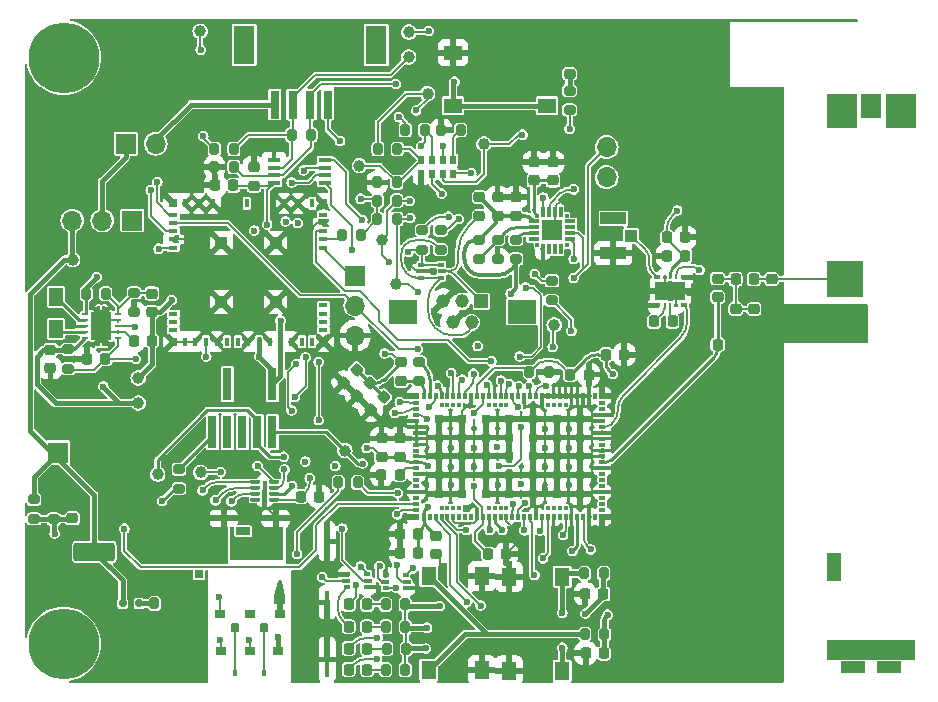
<source format=gtl>
G04 #@! TF.GenerationSoftware,KiCad,Pcbnew,7.0.9*
G04 #@! TF.CreationDate,2024-02-03T12:04:45+01:00*
G04 #@! TF.ProjectId,FishIoT,46697368-496f-4542-9e6b-696361645f70,rev?*
G04 #@! TF.SameCoordinates,Original*
G04 #@! TF.FileFunction,Copper,L1,Top*
G04 #@! TF.FilePolarity,Positive*
%FSLAX46Y46*%
G04 Gerber Fmt 4.6, Leading zero omitted, Abs format (unit mm)*
G04 Created by KiCad (PCBNEW 7.0.9) date 2024-02-03 12:04:45*
%MOMM*%
%LPD*%
G01*
G04 APERTURE LIST*
G04 Aperture macros list*
%AMRoundRect*
0 Rectangle with rounded corners*
0 $1 Rounding radius*
0 $2 $3 $4 $5 $6 $7 $8 $9 X,Y pos of 4 corners*
0 Add a 4 corners polygon primitive as box body*
4,1,4,$2,$3,$4,$5,$6,$7,$8,$9,$2,$3,0*
0 Add four circle primitives for the rounded corners*
1,1,$1+$1,$2,$3*
1,1,$1+$1,$4,$5*
1,1,$1+$1,$6,$7*
1,1,$1+$1,$8,$9*
0 Add four rect primitives between the rounded corners*
20,1,$1+$1,$2,$3,$4,$5,0*
20,1,$1+$1,$4,$5,$6,$7,0*
20,1,$1+$1,$6,$7,$8,$9,0*
20,1,$1+$1,$8,$9,$2,$3,0*%
%AMFreePoly0*
4,1,21,-0.125000,1.200000,0.125000,1.200000,0.125000,1.700000,0.375000,1.700000,0.375000,1.200000,0.825000,1.200000,0.825000,-1.200000,0.375000,-1.200000,0.375000,-1.700000,0.125000,-1.700000,0.125000,-1.200000,-0.125000,-1.200000,-0.125000,-1.700000,-0.375000,-1.700000,-0.375000,-1.200000,-0.825000,-1.200000,-0.825000,1.200000,-0.375000,1.200000,-0.375000,1.700000,-0.125000,1.700000,
-0.125000,1.200000,-0.125000,1.200000,$1*%
G04 Aperture macros list end*
G04 #@! TA.AperFunction,SMDPad,CuDef*
%ADD10RoundRect,0.250000X-1.500000X-0.550000X1.500000X-0.550000X1.500000X0.550000X-1.500000X0.550000X0*%
G04 #@! TD*
G04 #@! TA.AperFunction,ComponentPad*
%ADD11R,1.158000X1.158000*%
G04 #@! TD*
G04 #@! TA.AperFunction,ComponentPad*
%ADD12C,1.158000*%
G04 #@! TD*
G04 #@! TA.AperFunction,SMDPad,CuDef*
%ADD13R,2.400000X2.000000*%
G04 #@! TD*
G04 #@! TA.AperFunction,SMDPad,CuDef*
%ADD14RoundRect,0.218750X-0.218750X-0.256250X0.218750X-0.256250X0.218750X0.256250X-0.218750X0.256250X0*%
G04 #@! TD*
G04 #@! TA.AperFunction,SMDPad,CuDef*
%ADD15RoundRect,0.225000X-0.250000X0.225000X-0.250000X-0.225000X0.250000X-0.225000X0.250000X0.225000X0*%
G04 #@! TD*
G04 #@! TA.AperFunction,ComponentPad*
%ADD16R,1.700000X1.700000*%
G04 #@! TD*
G04 #@! TA.AperFunction,ComponentPad*
%ADD17O,1.700000X1.700000*%
G04 #@! TD*
G04 #@! TA.AperFunction,SMDPad,CuDef*
%ADD18RoundRect,0.225000X0.225000X0.250000X-0.225000X0.250000X-0.225000X-0.250000X0.225000X-0.250000X0*%
G04 #@! TD*
G04 #@! TA.AperFunction,SMDPad,CuDef*
%ADD19RoundRect,0.200000X0.200000X0.275000X-0.200000X0.275000X-0.200000X-0.275000X0.200000X-0.275000X0*%
G04 #@! TD*
G04 #@! TA.AperFunction,SMDPad,CuDef*
%ADD20RoundRect,0.200000X-0.275000X0.200000X-0.275000X-0.200000X0.275000X-0.200000X0.275000X0.200000X0*%
G04 #@! TD*
G04 #@! TA.AperFunction,SMDPad,CuDef*
%ADD21C,1.000000*%
G04 #@! TD*
G04 #@! TA.AperFunction,SMDPad,CuDef*
%ADD22RoundRect,0.200000X-0.200000X-0.275000X0.200000X-0.275000X0.200000X0.275000X-0.200000X0.275000X0*%
G04 #@! TD*
G04 #@! TA.AperFunction,SMDPad,CuDef*
%ADD23RoundRect,0.008100X-0.376900X-0.126900X0.376900X-0.126900X0.376900X0.126900X-0.376900X0.126900X0*%
G04 #@! TD*
G04 #@! TA.AperFunction,SMDPad,CuDef*
%ADD24R,0.400000X1.700000*%
G04 #@! TD*
G04 #@! TA.AperFunction,SMDPad,CuDef*
%ADD25RoundRect,0.200000X0.275000X-0.200000X0.275000X0.200000X-0.275000X0.200000X-0.275000X-0.200000X0*%
G04 #@! TD*
G04 #@! TA.AperFunction,SMDPad,CuDef*
%ADD26R,3.150000X3.100000*%
G04 #@! TD*
G04 #@! TA.AperFunction,SMDPad,CuDef*
%ADD27R,3.150000X2.730000*%
G04 #@! TD*
G04 #@! TA.AperFunction,SMDPad,CuDef*
%ADD28R,7.500000X1.800000*%
G04 #@! TD*
G04 #@! TA.AperFunction,SMDPad,CuDef*
%ADD29R,2.000000X1.100000*%
G04 #@! TD*
G04 #@! TA.AperFunction,SMDPad,CuDef*
%ADD30R,1.200000X2.400000*%
G04 #@! TD*
G04 #@! TA.AperFunction,SMDPad,CuDef*
%ADD31R,2.500000X2.900000*%
G04 #@! TD*
G04 #@! TA.AperFunction,SMDPad,CuDef*
%ADD32R,1.700000X2.100000*%
G04 #@! TD*
G04 #@! TA.AperFunction,SMDPad,CuDef*
%ADD33RoundRect,0.225000X0.250000X-0.225000X0.250000X0.225000X-0.250000X0.225000X-0.250000X-0.225000X0*%
G04 #@! TD*
G04 #@! TA.AperFunction,SMDPad,CuDef*
%ADD34R,0.900000X0.700000*%
G04 #@! TD*
G04 #@! TA.AperFunction,SMDPad,CuDef*
%ADD35R,0.700000X0.700000*%
G04 #@! TD*
G04 #@! TA.AperFunction,SMDPad,CuDef*
%ADD36R,1.200000X0.650000*%
G04 #@! TD*
G04 #@! TA.AperFunction,SMDPad,CuDef*
%ADD37R,0.450000X2.900000*%
G04 #@! TD*
G04 #@! TA.AperFunction,SMDPad,CuDef*
%ADD38R,0.450000X1.900000*%
G04 #@! TD*
G04 #@! TA.AperFunction,SMDPad,CuDef*
%ADD39R,0.750000X0.700000*%
G04 #@! TD*
G04 #@! TA.AperFunction,SMDPad,CuDef*
%ADD40R,1.400000X0.500000*%
G04 #@! TD*
G04 #@! TA.AperFunction,SMDPad,CuDef*
%ADD41R,0.450000X2.400000*%
G04 #@! TD*
G04 #@! TA.AperFunction,SMDPad,CuDef*
%ADD42R,0.300000X0.600000*%
G04 #@! TD*
G04 #@! TA.AperFunction,SMDPad,CuDef*
%ADD43R,0.400000X0.800000*%
G04 #@! TD*
G04 #@! TA.AperFunction,SMDPad,CuDef*
%ADD44R,0.800000X0.400000*%
G04 #@! TD*
G04 #@! TA.AperFunction,SMDPad,CuDef*
%ADD45R,0.800000X0.800000*%
G04 #@! TD*
G04 #@! TA.AperFunction,SMDPad,CuDef*
%ADD46R,1.000000X1.000000*%
G04 #@! TD*
G04 #@! TA.AperFunction,SMDPad,CuDef*
%ADD47RoundRect,0.218750X0.218750X0.256250X-0.218750X0.256250X-0.218750X-0.256250X0.218750X-0.256250X0*%
G04 #@! TD*
G04 #@! TA.AperFunction,SMDPad,CuDef*
%ADD48RoundRect,0.225000X-0.225000X-0.250000X0.225000X-0.250000X0.225000X0.250000X-0.225000X0.250000X0*%
G04 #@! TD*
G04 #@! TA.AperFunction,SMDPad,CuDef*
%ADD49RoundRect,0.225000X0.017678X-0.335876X0.335876X-0.017678X-0.017678X0.335876X-0.335876X0.017678X0*%
G04 #@! TD*
G04 #@! TA.AperFunction,SMDPad,CuDef*
%ADD50RoundRect,0.218750X-0.256250X0.218750X-0.256250X-0.218750X0.256250X-0.218750X0.256250X0.218750X0*%
G04 #@! TD*
G04 #@! TA.AperFunction,SMDPad,CuDef*
%ADD51RoundRect,0.150000X0.150000X0.200000X-0.150000X0.200000X-0.150000X-0.200000X0.150000X-0.200000X0*%
G04 #@! TD*
G04 #@! TA.AperFunction,SMDPad,CuDef*
%ADD52R,0.500000X0.800000*%
G04 #@! TD*
G04 #@! TA.AperFunction,SMDPad,CuDef*
%ADD53R,1.200000X1.500000*%
G04 #@! TD*
G04 #@! TA.AperFunction,SMDPad,CuDef*
%ADD54RoundRect,0.218750X0.256250X-0.218750X0.256250X0.218750X-0.256250X0.218750X-0.256250X-0.218750X0*%
G04 #@! TD*
G04 #@! TA.AperFunction,SMDPad,CuDef*
%ADD55R,1.300000X1.550000*%
G04 #@! TD*
G04 #@! TA.AperFunction,SMDPad,CuDef*
%ADD56R,1.100000X0.400000*%
G04 #@! TD*
G04 #@! TA.AperFunction,SMDPad,CuDef*
%ADD57R,0.500000X0.375000*%
G04 #@! TD*
G04 #@! TA.AperFunction,SMDPad,CuDef*
%ADD58R,0.650000X0.300000*%
G04 #@! TD*
G04 #@! TA.AperFunction,SMDPad,CuDef*
%ADD59R,0.600000X0.240000*%
G04 #@! TD*
G04 #@! TA.AperFunction,ComponentPad*
%ADD60C,0.500000*%
G04 #@! TD*
G04 #@! TA.AperFunction,SMDPad,CuDef*
%ADD61FreePoly0,0.000000*%
G04 #@! TD*
G04 #@! TA.AperFunction,SMDPad,CuDef*
%ADD62R,1.550000X1.300000*%
G04 #@! TD*
G04 #@! TA.AperFunction,ComponentPad*
%ADD63C,0.800000*%
G04 #@! TD*
G04 #@! TA.AperFunction,ComponentPad*
%ADD64C,6.000000*%
G04 #@! TD*
G04 #@! TA.AperFunction,SMDPad,CuDef*
%ADD65R,0.800000X2.400000*%
G04 #@! TD*
G04 #@! TA.AperFunction,SMDPad,CuDef*
%ADD66R,1.800000X3.300000*%
G04 #@! TD*
G04 #@! TA.AperFunction,SMDPad,CuDef*
%ADD67R,0.740000X2.795000*%
G04 #@! TD*
G04 #@! TA.AperFunction,SMDPad,CuDef*
%ADD68R,1.050000X1.000000*%
G04 #@! TD*
G04 #@! TA.AperFunction,SMDPad,CuDef*
%ADD69R,2.200000X1.050000*%
G04 #@! TD*
G04 #@! TA.AperFunction,SMDPad,CuDef*
%ADD70R,0.540000X0.540000*%
G04 #@! TD*
G04 #@! TA.AperFunction,SMDPad,CuDef*
%ADD71R,0.540000X0.300000*%
G04 #@! TD*
G04 #@! TA.AperFunction,SMDPad,CuDef*
%ADD72R,0.300000X0.540000*%
G04 #@! TD*
G04 #@! TA.AperFunction,SMDPad,CuDef*
%ADD73R,0.300000X0.300000*%
G04 #@! TD*
G04 #@! TA.AperFunction,SMDPad,CuDef*
%ADD74R,0.300000X0.900000*%
G04 #@! TD*
G04 #@! TA.AperFunction,SMDPad,CuDef*
%ADD75R,0.900000X0.300000*%
G04 #@! TD*
G04 #@! TA.AperFunction,SMDPad,CuDef*
%ADD76R,1.800000X1.800000*%
G04 #@! TD*
G04 #@! TA.AperFunction,ComponentPad*
%ADD77R,1.755000X1.755000*%
G04 #@! TD*
G04 #@! TA.AperFunction,ComponentPad*
%ADD78C,1.755000*%
G04 #@! TD*
G04 #@! TA.AperFunction,SMDPad,CuDef*
%ADD79R,0.515000X0.425000*%
G04 #@! TD*
G04 #@! TA.AperFunction,SMDPad,CuDef*
%ADD80R,0.275000X0.425000*%
G04 #@! TD*
G04 #@! TA.AperFunction,SMDPad,CuDef*
%ADD81R,2.500000X1.550000*%
G04 #@! TD*
G04 #@! TA.AperFunction,ComponentPad*
%ADD82C,0.600000*%
G04 #@! TD*
G04 #@! TA.AperFunction,ViaPad*
%ADD83C,0.600000*%
G04 #@! TD*
G04 #@! TA.AperFunction,Conductor*
%ADD84C,0.150000*%
G04 #@! TD*
G04 #@! TA.AperFunction,Conductor*
%ADD85C,0.200000*%
G04 #@! TD*
G04 #@! TA.AperFunction,Conductor*
%ADD86C,0.250000*%
G04 #@! TD*
G04 #@! TA.AperFunction,Conductor*
%ADD87C,0.400000*%
G04 #@! TD*
G04 #@! TA.AperFunction,Conductor*
%ADD88C,0.300000*%
G04 #@! TD*
G04 APERTURE END LIST*
D10*
X170223200Y-101371400D03*
X175623200Y-101371400D03*
D11*
X202983000Y-80154200D03*
D12*
X202183000Y-81954200D03*
X201383000Y-80154200D03*
X200583000Y-81954200D03*
X199783000Y-80154200D03*
D13*
X206433000Y-81054200D03*
X196333000Y-81054200D03*
D14*
X191762500Y-107725588D03*
X193337500Y-107725588D03*
D15*
X166522400Y-84264200D03*
X166522400Y-85814200D03*
D16*
X192328800Y-77978000D03*
D17*
X192328800Y-80518000D03*
X192328800Y-83058000D03*
D18*
X213375000Y-109950000D03*
X211825000Y-109950000D03*
D19*
X208725000Y-86150000D03*
X207075000Y-86150000D03*
D20*
X177400000Y-94375000D03*
X177400000Y-96025000D03*
D21*
X191450000Y-92800000D03*
X173939200Y-86664800D03*
D15*
X204373000Y-71354200D03*
X204373000Y-72904200D03*
D18*
X197675000Y-99900000D03*
X196125000Y-99900000D03*
D22*
X194198000Y-71654200D03*
X195848000Y-71654200D03*
D23*
X183875000Y-95475000D03*
X183875000Y-95975000D03*
X183875000Y-96475000D03*
X183875000Y-96975000D03*
X185435000Y-96975000D03*
X185435000Y-96475000D03*
X185435000Y-95975000D03*
X185435000Y-95475000D03*
D24*
X184655000Y-96225000D03*
D21*
X209169000Y-82169000D03*
D25*
X210473000Y-63964200D03*
X210473000Y-62314200D03*
D22*
X194900000Y-111350000D03*
X196550000Y-111350000D03*
D15*
X199200000Y-100025000D03*
X199200000Y-101575000D03*
D25*
X199543721Y-75779200D03*
X199543721Y-74129200D03*
D14*
X191762500Y-111350000D03*
X193337500Y-111350000D03*
X191762500Y-105825588D03*
X193337500Y-105825588D03*
D15*
X168376600Y-96989600D03*
X168376600Y-98539600D03*
D14*
X191762500Y-109572218D03*
X193337500Y-109572218D03*
D21*
X194589400Y-75006200D03*
D22*
X194198000Y-73204200D03*
X195848000Y-73204200D03*
X169545400Y-79528000D03*
X171195400Y-79528000D03*
X191173600Y-74523600D03*
X192823600Y-74523600D03*
D26*
X233832400Y-78232000D03*
D27*
X233832400Y-82047000D03*
D28*
X236007400Y-109682000D03*
D29*
X237557400Y-111132000D03*
X234457400Y-111132000D03*
D30*
X232857400Y-102632000D03*
D31*
X238507400Y-64032000D03*
D32*
X236007400Y-63632000D03*
D31*
X233507400Y-64032000D03*
D33*
X196100000Y-93325000D03*
X196100000Y-91775000D03*
D34*
X185826400Y-109790000D03*
X183386400Y-109790000D03*
X180946400Y-109790000D03*
X185926400Y-106620000D03*
X183386400Y-106620000D03*
X180846400Y-106620000D03*
D35*
X179116400Y-103290000D03*
D36*
X182836400Y-99615000D03*
D37*
X178791400Y-110490000D03*
D38*
X178791400Y-105640000D03*
D39*
X179291400Y-101490000D03*
D40*
X181186400Y-98540000D03*
X185586400Y-98540000D03*
D41*
X189941400Y-100490000D03*
D38*
X189941400Y-105640000D03*
D37*
X189941400Y-110490000D03*
D42*
X184606400Y-111640000D03*
X182166400Y-111640000D03*
D18*
X175108200Y-83496200D03*
X173558200Y-83496200D03*
D19*
X213425000Y-108350000D03*
X211775000Y-108350000D03*
D43*
X177886400Y-83566000D03*
X178786400Y-83566000D03*
X179686400Y-83566000D03*
X180586400Y-83566000D03*
X181486400Y-83566000D03*
X182386400Y-83566000D03*
X183286400Y-83566000D03*
X184186400Y-83566000D03*
X185086400Y-83566000D03*
X185986400Y-83566000D03*
X186886400Y-83566000D03*
X187786410Y-83566000D03*
X188686410Y-83566000D03*
D44*
X189636400Y-82616000D03*
X189636400Y-81916000D03*
X189636400Y-81216000D03*
X189636400Y-80516000D03*
X189636400Y-75616000D03*
X189636400Y-74916000D03*
X189636400Y-74216000D03*
X189636400Y-73516000D03*
X189636400Y-72816000D03*
D43*
X188686400Y-71866000D03*
X187486400Y-71866000D03*
X186286400Y-71866000D03*
X183936290Y-71866000D03*
X183136120Y-71866000D03*
X182336290Y-71866000D03*
X180286400Y-71866000D03*
X179086400Y-71866000D03*
X177886400Y-71866000D03*
D44*
X176936390Y-72816000D03*
X176936390Y-73516000D03*
X176936390Y-74216000D03*
X176936390Y-74916000D03*
X176936390Y-75616000D03*
X176936510Y-81216090D03*
X176936510Y-81916090D03*
X176936510Y-82616080D03*
D45*
X176936390Y-83566000D03*
X189636400Y-83566000D03*
X189636400Y-71866000D03*
X176936390Y-71866000D03*
D46*
X180986400Y-75216000D03*
X180986400Y-80216000D03*
X185586400Y-75216000D03*
X185586400Y-80216000D03*
D18*
X197675000Y-101500000D03*
X196125000Y-101500000D03*
D47*
X219187800Y-81865700D03*
X217612800Y-81865700D03*
D48*
X218717400Y-76328500D03*
X220267400Y-76328500D03*
D15*
X209073000Y-68379200D03*
X209073000Y-69929200D03*
D22*
X194925000Y-107725588D03*
X196575000Y-107725588D03*
D49*
X193651992Y-89348008D03*
X194748008Y-88251992D03*
D50*
X202823000Y-71341700D03*
X202823000Y-72916700D03*
D21*
X196855600Y-59471600D03*
X192684400Y-68681600D03*
X198455600Y-62571600D03*
D51*
X172629600Y-105740200D03*
X174029600Y-105740200D03*
D15*
X226092370Y-80798188D03*
X226092370Y-82348188D03*
D52*
X200623000Y-68204200D03*
X199723000Y-68204200D03*
X198823000Y-68204200D03*
X197923000Y-68204200D03*
X197923000Y-69404200D03*
X198823000Y-69404200D03*
X199723000Y-69404200D03*
X200623000Y-69404200D03*
D33*
X183755600Y-70364600D03*
X183755600Y-68814600D03*
D22*
X196548000Y-65654200D03*
X198198000Y-65654200D03*
D53*
X166979600Y-79798000D03*
X166979600Y-82498000D03*
D54*
X227590750Y-79822410D03*
X227590750Y-78247410D03*
D18*
X215112195Y-84674503D03*
X213562195Y-84674503D03*
D55*
X198550000Y-111400000D03*
X198550000Y-103450000D03*
X203050000Y-111400000D03*
X203050000Y-103450000D03*
D21*
X168402000Y-76631800D03*
D50*
X196200000Y-85337500D03*
X196200000Y-86912500D03*
D48*
X224520244Y-78280347D03*
X226070244Y-78280347D03*
D15*
X205923000Y-71354200D03*
X205923000Y-72904200D03*
D22*
X190875000Y-95500000D03*
X192525000Y-95500000D03*
D56*
X189754400Y-70146600D03*
X189754400Y-69496600D03*
X189754400Y-68846600D03*
X189754400Y-68196600D03*
X185454400Y-68196600D03*
X185454400Y-68846600D03*
X185454400Y-69496600D03*
X185454400Y-70146600D03*
D55*
X209850000Y-103475000D03*
X209850000Y-111425000D03*
X205350000Y-103475000D03*
X205350000Y-111425000D03*
D57*
X191650000Y-103275000D03*
D58*
X191575000Y-103812500D03*
D57*
X191650000Y-104350000D03*
X193350000Y-104350000D03*
D58*
X193425000Y-103812500D03*
D57*
X193350000Y-103275000D03*
D25*
X198003000Y-75779200D03*
X198003000Y-74129200D03*
D21*
X173964600Y-88773000D03*
X196855600Y-57371600D03*
D59*
X169440400Y-81276200D03*
X169440400Y-81776200D03*
X169440400Y-82276200D03*
X169440400Y-82776200D03*
X169440400Y-83276200D03*
X172240400Y-83276200D03*
X172240400Y-82776200D03*
X172240400Y-82276200D03*
X172240400Y-81776200D03*
X172240400Y-81276200D03*
D60*
X170265400Y-82276200D03*
X170840400Y-81326200D03*
D61*
X170840400Y-82276200D03*
D60*
X170840400Y-83226200D03*
X171415400Y-82276200D03*
D62*
X208548000Y-63604200D03*
X200598000Y-63604200D03*
X208548000Y-59104200D03*
X200598000Y-59104200D03*
D48*
X180455600Y-70339600D03*
X182005600Y-70339600D03*
D63*
X165378350Y-59525000D03*
X166037360Y-57934010D03*
X166037360Y-61115990D03*
X167628350Y-57275000D03*
D64*
X167628350Y-59525000D03*
D63*
X167628350Y-61775000D03*
X169219340Y-57934010D03*
X169219340Y-61115990D03*
X169878350Y-59525000D03*
D16*
X173441600Y-73329800D03*
D17*
X170901600Y-73329800D03*
X168361600Y-73329800D03*
D22*
X194198000Y-70099200D03*
X195848000Y-70099200D03*
D33*
X175107600Y-81052000D03*
X175107600Y-79502000D03*
D22*
X186930600Y-66071600D03*
X188580600Y-66071600D03*
D21*
X203223000Y-66854200D03*
D65*
X185516000Y-63500000D03*
X187016000Y-63500000D03*
X188516000Y-63500000D03*
X190016000Y-63500000D03*
X191516000Y-63500000D03*
D66*
X182916000Y-58450000D03*
X194116000Y-58450000D03*
D57*
X197923000Y-77079200D03*
D58*
X197848000Y-77616700D03*
D57*
X197923000Y-78154200D03*
X199623000Y-78154200D03*
D58*
X199698000Y-77616700D03*
D57*
X199623000Y-77079200D03*
D48*
X222999000Y-83820000D03*
X224549000Y-83820000D03*
D20*
X173583600Y-79453000D03*
X173583600Y-81103000D03*
D25*
X197750000Y-86950000D03*
X197750000Y-85300000D03*
D21*
X179200000Y-57300000D03*
D49*
X192503984Y-88196016D03*
X193600000Y-87100000D03*
D19*
X182055600Y-67271600D03*
X180405600Y-67271600D03*
D18*
X205125000Y-101550000D03*
X203575000Y-101550000D03*
D22*
X175318200Y-105740200D03*
X176968200Y-105740200D03*
D20*
X168046400Y-84214200D03*
X168046400Y-85864200D03*
D48*
X210540000Y-86360000D03*
X212090000Y-86360000D03*
D19*
X213375000Y-103200000D03*
X211725000Y-103200000D03*
D50*
X210473000Y-59316700D03*
X210473000Y-60891700D03*
D49*
X191351992Y-87048008D03*
X192448008Y-85951992D03*
D22*
X195000000Y-109572218D03*
X196650000Y-109572218D03*
D25*
X204373000Y-76579200D03*
X204373000Y-74929200D03*
D18*
X189275000Y-96700000D03*
X187725000Y-96700000D03*
D21*
X195783200Y-78689200D03*
D25*
X202823000Y-76579200D03*
X202823000Y-74929200D03*
X205923000Y-76579200D03*
X205923000Y-74929200D03*
D22*
X194900000Y-105825588D03*
X196550000Y-105825588D03*
D48*
X218717400Y-74753700D03*
X220267400Y-74753700D03*
D67*
X185318400Y-87171800D03*
X185318400Y-91236800D03*
X184048400Y-87171800D03*
X184048400Y-91236800D03*
X182778400Y-87171800D03*
X182778400Y-91236800D03*
X181508400Y-87171800D03*
X181508400Y-91236800D03*
X180238400Y-87171800D03*
X180238400Y-91236800D03*
D21*
X175600000Y-94800000D03*
D19*
X195898000Y-67259200D03*
X194248000Y-67259200D03*
D63*
X165378350Y-109175000D03*
X166037360Y-107584010D03*
X166037360Y-110765990D03*
X167628350Y-106925000D03*
D64*
X167628350Y-109175000D03*
D63*
X167628350Y-111425000D03*
X169219340Y-107584010D03*
X169219340Y-110765990D03*
X169878350Y-109175000D03*
D20*
X165125400Y-96939600D03*
X165125400Y-98589600D03*
D68*
X215696800Y-74625200D03*
D69*
X214171800Y-76100200D03*
X214171800Y-73150200D03*
D54*
X223012000Y-79807000D03*
X223012000Y-78232000D03*
D70*
X197508800Y-88174000D03*
D71*
X197508800Y-88794000D03*
X197508800Y-89294000D03*
X197508800Y-89794000D03*
X197508800Y-90294000D03*
X197508800Y-90794000D03*
X197508800Y-91294000D03*
X197508800Y-91794000D03*
X197508800Y-92294000D03*
X197508800Y-92794000D03*
X197508800Y-93294000D03*
X197508800Y-93794000D03*
X197508800Y-94294000D03*
X197508800Y-94794000D03*
X197508800Y-95294000D03*
X197508800Y-95794000D03*
X197508800Y-96294000D03*
X197508800Y-96794000D03*
X197508800Y-97294000D03*
X197508800Y-97794000D03*
D70*
X197508800Y-98414000D03*
D72*
X198128800Y-98414000D03*
X198628800Y-98414000D03*
X199128800Y-98414000D03*
X199628800Y-98414000D03*
X200128800Y-98414000D03*
X200628800Y-98414000D03*
X201128800Y-98414000D03*
X201628800Y-98414000D03*
X202128800Y-98414000D03*
X202628800Y-98414000D03*
X203128800Y-98414000D03*
X203628800Y-98414000D03*
X204128800Y-98414000D03*
X204628800Y-98414000D03*
X205128800Y-98414000D03*
X205628800Y-98414000D03*
X206128800Y-98414000D03*
X206628800Y-98414000D03*
X207128800Y-98414000D03*
X207628800Y-98414000D03*
X208128800Y-98414000D03*
X208628800Y-98414000D03*
X209128800Y-98414000D03*
X209628800Y-98414000D03*
X210128800Y-98414000D03*
X210628800Y-98414000D03*
X211128800Y-98414000D03*
X211628800Y-98414000D03*
X212128800Y-98414000D03*
X212628800Y-98414000D03*
D70*
X213248800Y-98414000D03*
D71*
X213248800Y-97794000D03*
X213248800Y-97294000D03*
X213248800Y-96794000D03*
X213248800Y-96294000D03*
X213248800Y-95794000D03*
X213248800Y-95294000D03*
X213248800Y-94794000D03*
X213248800Y-94294000D03*
X213248800Y-93794000D03*
X213248800Y-93294000D03*
X213248800Y-92794000D03*
X213248800Y-92294000D03*
X213248800Y-91794000D03*
X213248800Y-91294000D03*
X213248800Y-90794000D03*
X213248800Y-90294000D03*
X213248800Y-89794000D03*
X213248800Y-89294000D03*
X213248800Y-88794000D03*
D70*
X213248800Y-88174000D03*
D72*
X212628800Y-88174000D03*
X212128800Y-88174000D03*
X211628800Y-88174000D03*
X211128800Y-88174000D03*
X210628800Y-88174000D03*
X210128800Y-88174000D03*
X209628800Y-88174000D03*
X209128800Y-88174000D03*
X208628800Y-88174000D03*
X208128800Y-88174000D03*
X207628800Y-88174000D03*
X207128800Y-88174000D03*
X206628800Y-88174000D03*
X206128800Y-88174000D03*
X205628800Y-88174000D03*
X205128800Y-88174000D03*
X204628800Y-88174000D03*
X204128800Y-88174000D03*
X203628800Y-88174000D03*
X203128800Y-88174000D03*
X202628800Y-88174000D03*
X202128800Y-88174000D03*
X201628800Y-88174000D03*
X201128800Y-88174000D03*
X200628800Y-88174000D03*
X200128800Y-88174000D03*
X199628800Y-88174000D03*
X199128800Y-88174000D03*
X198628800Y-88174000D03*
X198128800Y-88174000D03*
D45*
X199378800Y-90094000D03*
X201378800Y-90094000D03*
X203378800Y-90094000D03*
X205378800Y-90094000D03*
X207378800Y-90094000D03*
X209378800Y-90094000D03*
X211378800Y-90094000D03*
X199378800Y-91694000D03*
X201378800Y-91694000D03*
X203378800Y-91694000D03*
X205378800Y-91694000D03*
X207378800Y-91694000D03*
X209378800Y-91694000D03*
X211378800Y-91694000D03*
X199378800Y-93294000D03*
X201378800Y-93294000D03*
X203378800Y-93294000D03*
X205378800Y-93294000D03*
X207378800Y-93294000D03*
X209378800Y-93294000D03*
X211378800Y-93294000D03*
X199378800Y-94894000D03*
X201378800Y-94894000D03*
X203378800Y-94894000D03*
X205378800Y-94894000D03*
X207378800Y-94894000D03*
X209378800Y-94894000D03*
X211378800Y-94894000D03*
X199378800Y-96494000D03*
X201378800Y-96494000D03*
X203378800Y-96494000D03*
X205378800Y-96494000D03*
X207378800Y-96494000D03*
X209378800Y-96494000D03*
X211378800Y-96494000D03*
D73*
X199628800Y-97644000D03*
X200128800Y-97644000D03*
X200628800Y-97644000D03*
X201128800Y-97644000D03*
X203628800Y-97644000D03*
X204128800Y-97644000D03*
X204628800Y-97644000D03*
X205128800Y-97644000D03*
X208628800Y-97644000D03*
X209128800Y-97644000D03*
X209628800Y-97644000D03*
X210128800Y-97644000D03*
X210128800Y-88944000D03*
X209628800Y-88944000D03*
X209128800Y-88944000D03*
X208628800Y-88944000D03*
X205128800Y-88944000D03*
X204628800Y-88944000D03*
X204128800Y-88944000D03*
X203628800Y-88944000D03*
X201128800Y-88944000D03*
X200628800Y-88944000D03*
X200128800Y-88944000D03*
X199628800Y-88944000D03*
X210223000Y-72904200D03*
D74*
X209723000Y-72604200D03*
X209223000Y-72604200D03*
X208723000Y-72604200D03*
X208223000Y-72604200D03*
D73*
X207723000Y-72904200D03*
D75*
X207423000Y-73404200D03*
X207423000Y-73904200D03*
X207423000Y-74404200D03*
X207423000Y-74904200D03*
D73*
X207723000Y-75404200D03*
D74*
X208223000Y-75704200D03*
X208723000Y-75704200D03*
X209223000Y-75704200D03*
X209723000Y-75704200D03*
D73*
X210223000Y-75404200D03*
D75*
X210523000Y-74904200D03*
X210523000Y-74404200D03*
X210523000Y-73904200D03*
X210523000Y-73404200D03*
D76*
X208973000Y-74154200D03*
D16*
X213614000Y-64566800D03*
D17*
X213614000Y-67106800D03*
X213614000Y-69646800D03*
D48*
X194525000Y-94850000D03*
X196075000Y-94850000D03*
D77*
X167168350Y-92964000D03*
D78*
X167168350Y-90424000D03*
D15*
X207453000Y-68379200D03*
X207453000Y-69929200D03*
D57*
X194900000Y-103362500D03*
D58*
X194825000Y-103900000D03*
D57*
X194900000Y-104437500D03*
X196600000Y-104437500D03*
D58*
X196675000Y-103900000D03*
D57*
X196600000Y-103362500D03*
D16*
X172897800Y-66825000D03*
D17*
X175437800Y-66825000D03*
D22*
X180405600Y-68795600D03*
X182055600Y-68795600D03*
D21*
X179250000Y-94650000D03*
D33*
X194550000Y-93325000D03*
X194550000Y-91775000D03*
D25*
X166801800Y-98589600D03*
X166801800Y-96939600D03*
D18*
X213325000Y-104950000D03*
X211775000Y-104950000D03*
X171158200Y-85013800D03*
X169608200Y-85013800D03*
D20*
X208973000Y-78429200D03*
X208973000Y-80079200D03*
D79*
X220156700Y-78116100D03*
D80*
X219513200Y-78116100D03*
X219013200Y-78116100D03*
X218513200Y-78116100D03*
D79*
X217869700Y-78116100D03*
X217869700Y-80491100D03*
D80*
X218513200Y-80491100D03*
X219013200Y-80491100D03*
X219513200Y-80491100D03*
D79*
X220156700Y-80491100D03*
D81*
X219013200Y-79303600D03*
D82*
X219913200Y-79003600D03*
X219313200Y-79003600D03*
X218713200Y-79003600D03*
X218113200Y-79003600D03*
X218113200Y-79603600D03*
X218713200Y-79603600D03*
X219313200Y-79603600D03*
X219913200Y-79603600D03*
D15*
X224544608Y-80798188D03*
X224544608Y-82348188D03*
D22*
X199593000Y-65654200D03*
X201243000Y-65654200D03*
D83*
X199644000Y-85090000D03*
X206044800Y-86360000D03*
X204470000Y-84124800D03*
X204653300Y-86870126D03*
X208400000Y-90950000D03*
X173990000Y-107950000D03*
X171450000Y-107950000D03*
X222250000Y-104140000D03*
X227330000Y-104140000D03*
X221500935Y-76515331D03*
X220200000Y-73450000D03*
X217170000Y-72390000D03*
X224000000Y-76962000D03*
X220980000Y-91440000D03*
X220750000Y-85950000D03*
X221779745Y-86748434D03*
X214757000Y-78359000D03*
X215650000Y-86250000D03*
X221550000Y-80500000D03*
X219710000Y-62230000D03*
X220980000Y-101600000D03*
X223520000Y-86360000D03*
X215773587Y-82593518D03*
X223520000Y-111760000D03*
X202350000Y-94150000D03*
X220850000Y-82950000D03*
X167640000Y-63500000D03*
X215650000Y-90950000D03*
X226060000Y-86360000D03*
X224790000Y-69850000D03*
X225012429Y-93746120D03*
X215100000Y-91500000D03*
X220980000Y-66040000D03*
X222250000Y-88900000D03*
X216200000Y-87800000D03*
X215221818Y-93489683D03*
X214630000Y-59690000D03*
X224790000Y-99060000D03*
X216400000Y-81750000D03*
X165100000Y-69850000D03*
X223520000Y-71120000D03*
X166370000Y-66040000D03*
X217170000Y-59690000D03*
X226060000Y-101600000D03*
X222050000Y-82650000D03*
X224790000Y-72390000D03*
X224790000Y-74930000D03*
X226060000Y-111760000D03*
X221664091Y-74778203D03*
X166370000Y-68580000D03*
X217170000Y-64770000D03*
X218335935Y-90398155D03*
X227584000Y-81280000D03*
X226060000Y-106680000D03*
X216750000Y-80000000D03*
X215900000Y-63500000D03*
X166370000Y-67310000D03*
X165100000Y-63500000D03*
X223520000Y-101600000D03*
X222250000Y-81850000D03*
X170180000Y-67310000D03*
X165100000Y-105410000D03*
X218440000Y-66040000D03*
X226060000Y-96520000D03*
X216514553Y-83858409D03*
X168910000Y-105410000D03*
X223200000Y-76962000D03*
X217150000Y-89350000D03*
X224790000Y-64770000D03*
X177800000Y-110490000D03*
X170180000Y-63500000D03*
X222250000Y-69850000D03*
X226822000Y-83566000D03*
X222250000Y-99060000D03*
X166370000Y-64770000D03*
X181610000Y-62230000D03*
X172720000Y-109220000D03*
X223520000Y-96520000D03*
X218100000Y-83000000D03*
X220980000Y-60960000D03*
X226060000Y-85090000D03*
X167640000Y-64770000D03*
X216154000Y-71882000D03*
X225552000Y-76962000D03*
X180340000Y-60960000D03*
X215773000Y-78359000D03*
X179070000Y-59690000D03*
X215900000Y-96520000D03*
X220611537Y-87925733D03*
X208400000Y-92550000D03*
X172720000Y-110490000D03*
X221250000Y-85450000D03*
X227330000Y-64770000D03*
X170180000Y-105410000D03*
X214950000Y-90550000D03*
X217170000Y-99060000D03*
X222255005Y-57067181D03*
X213741000Y-78359000D03*
X176530000Y-109220000D03*
X170180000Y-62230000D03*
X177800000Y-111760000D03*
X217175005Y-57067181D03*
X165100000Y-102870000D03*
X226060000Y-83566000D03*
X171450000Y-110490000D03*
X219650000Y-87050000D03*
X213360000Y-58427355D03*
X220980000Y-71120000D03*
X226060000Y-84328000D03*
X218440000Y-68580000D03*
X167640000Y-67310000D03*
X221601708Y-75574787D03*
X227330000Y-69850000D03*
X220980000Y-106680000D03*
X210400000Y-94150000D03*
X218450000Y-88200000D03*
X165100000Y-68580000D03*
X185355600Y-66971600D03*
X168910000Y-104140000D03*
X219710000Y-69850000D03*
X221700000Y-84850000D03*
X226060000Y-91440000D03*
X223520000Y-73660000D03*
X208400000Y-96012000D03*
X227330000Y-109220000D03*
X165100000Y-71120000D03*
X177800000Y-109220000D03*
X218440000Y-111760000D03*
X170180000Y-64770000D03*
X166370000Y-105410000D03*
X167640000Y-104140000D03*
X219710000Y-93980000D03*
X165100000Y-67310000D03*
X216700000Y-78350000D03*
X223571316Y-66047355D03*
X176530000Y-111760000D03*
X172720000Y-107950000D03*
X215900000Y-68580000D03*
X166370000Y-102870000D03*
X226060000Y-68580000D03*
X217900000Y-73400000D03*
X226060000Y-73660000D03*
X218550000Y-83650000D03*
X223571316Y-63507355D03*
X181610000Y-60960000D03*
X176530000Y-110490000D03*
X221735813Y-67257303D03*
X222400000Y-76962000D03*
X168910000Y-68580000D03*
X227330000Y-93980000D03*
X217900000Y-86100000D03*
X219710000Y-59690000D03*
X222250000Y-109220000D03*
X215900000Y-106680000D03*
X220980000Y-111760000D03*
X167640000Y-105410000D03*
X219000000Y-83050000D03*
X216527287Y-92243168D03*
X218440000Y-101600000D03*
X216800000Y-85200000D03*
X180340000Y-62230000D03*
X222300000Y-72450000D03*
X168910000Y-66040000D03*
X216750000Y-87300000D03*
X223520000Y-106680000D03*
X221500000Y-74000000D03*
X216600000Y-89950000D03*
X214630000Y-62230000D03*
X215900000Y-101600000D03*
X168910000Y-67310000D03*
X218811496Y-89725774D03*
X219715005Y-57067181D03*
X215073060Y-83219056D03*
X223571316Y-58427355D03*
X224750000Y-76962000D03*
X223034318Y-85530225D03*
X217350000Y-84700000D03*
X217161472Y-104114178D03*
X221534526Y-79567302D03*
X218440000Y-96520000D03*
X177800000Y-62230000D03*
X217120482Y-91636336D03*
X216300000Y-85750000D03*
X227076000Y-76962000D03*
X219050000Y-87650000D03*
X214630000Y-104140000D03*
X167640000Y-69850000D03*
X227330000Y-88900000D03*
X215250000Y-89800000D03*
X214200000Y-88150000D03*
X215809300Y-58427355D03*
X165100000Y-77470000D03*
X165100000Y-66040000D03*
X175260000Y-107950000D03*
X212725000Y-78359000D03*
X219150000Y-84900000D03*
X214630000Y-99060000D03*
X218440000Y-63500000D03*
X166370000Y-69850000D03*
X165100000Y-72390000D03*
X201828400Y-97637600D03*
X185928000Y-105206800D03*
X227584000Y-83566000D03*
X173990000Y-109220000D03*
X219710000Y-104140000D03*
X182161711Y-107780724D03*
X176530000Y-107950000D03*
X227330000Y-99060000D03*
X177800000Y-60960000D03*
X221050000Y-81300000D03*
X217170000Y-69850000D03*
X175260000Y-110490000D03*
X217170000Y-109220000D03*
X215900000Y-111760000D03*
X221524929Y-78703537D03*
X225298000Y-85090000D03*
X217250000Y-83000000D03*
X167640000Y-102870000D03*
X220350000Y-83750000D03*
X175260000Y-109220000D03*
X170180000Y-68580000D03*
X224790000Y-109220000D03*
X171450000Y-106680000D03*
X227330000Y-72390000D03*
X224536000Y-85090000D03*
X218550000Y-85450000D03*
X219511512Y-89089396D03*
X217700000Y-88850000D03*
X170180000Y-66040000D03*
X213360000Y-60960000D03*
X177800000Y-107950000D03*
X178816000Y-74676000D03*
X222000000Y-64770000D03*
X227838000Y-76962000D03*
X221050000Y-82050000D03*
X215265000Y-71882000D03*
X224790000Y-67310000D03*
X177800000Y-59690000D03*
X200400000Y-95750000D03*
X214630000Y-57067181D03*
X204400000Y-95750000D03*
X168910000Y-63500000D03*
X212090000Y-62230000D03*
X219750000Y-84300000D03*
X171450000Y-111760000D03*
X200400000Y-92550000D03*
X166370000Y-104140000D03*
X223000000Y-75000000D03*
X226060000Y-66040000D03*
X221842801Y-59845907D03*
X210400000Y-90950000D03*
X166370000Y-71120000D03*
X217726831Y-91020896D03*
X210400000Y-92550000D03*
X226060000Y-71120000D03*
X200400000Y-94150000D03*
X165100000Y-73660000D03*
X217170000Y-62230000D03*
X219710000Y-64770000D03*
X215250000Y-89050000D03*
X227330000Y-67310000D03*
X167640000Y-66040000D03*
X199745600Y-102565200D03*
X227584000Y-82804000D03*
X215900000Y-60960000D03*
X219710000Y-99060000D03*
X179070000Y-60960000D03*
X215150000Y-86850000D03*
X214600000Y-87400000D03*
X220980000Y-63500000D03*
X216550000Y-80800000D03*
X227330000Y-74930000D03*
X220980000Y-68580000D03*
X218440000Y-60960000D03*
X220093343Y-88525747D03*
X171450000Y-109220000D03*
X222250000Y-93980000D03*
X220200000Y-86450000D03*
X219710000Y-109220000D03*
X175260000Y-111760000D03*
X202350000Y-92550000D03*
X216100000Y-90450000D03*
X184601467Y-107775232D03*
X214400000Y-91150000D03*
X223774000Y-85090000D03*
X214376000Y-71882000D03*
X165100000Y-74930000D03*
X165100000Y-76200000D03*
X180340000Y-59690000D03*
X215900000Y-92850000D03*
X224790000Y-104140000D03*
X216850000Y-79200000D03*
X215900000Y-66040000D03*
X166370000Y-63500000D03*
X170180000Y-106680000D03*
X194691000Y-98425000D03*
X173990000Y-111760000D03*
X226060000Y-63500000D03*
X208400000Y-94150000D03*
X223520000Y-91440000D03*
X173482000Y-75946000D03*
X165100000Y-104140000D03*
X217300000Y-86750000D03*
X165100000Y-64770000D03*
X217170000Y-67310000D03*
X218440000Y-91440000D03*
X196873000Y-77004200D03*
X212090000Y-57067181D03*
X210400000Y-95750000D03*
X167640000Y-68580000D03*
X222200000Y-81026000D03*
X168910000Y-64770000D03*
X222000000Y-62230000D03*
X219710000Y-67310000D03*
X173990000Y-110490000D03*
X220980000Y-96520000D03*
X179070000Y-62230000D03*
X172720000Y-111760000D03*
X213487000Y-71882000D03*
X212090000Y-59690000D03*
X220950000Y-73500000D03*
X221238823Y-87366630D03*
X218440000Y-71120000D03*
X217170000Y-93980000D03*
X214630000Y-109220000D03*
X224790000Y-88900000D03*
X218349300Y-58427355D03*
X218440000Y-106680000D03*
X220889300Y-58427355D03*
X214450000Y-94050000D03*
X223520000Y-68580000D03*
X211223000Y-71704200D03*
X221742000Y-83820000D03*
X222429759Y-86184785D03*
X217900000Y-84150000D03*
X187960000Y-74676000D03*
X227584000Y-82042000D03*
X215650000Y-88400000D03*
X223571316Y-60967355D03*
X226314000Y-76962000D03*
X214550000Y-92050000D03*
X211800000Y-106600000D03*
X195650000Y-89600000D03*
X198392400Y-90157600D03*
X213700000Y-106700000D03*
X166878000Y-99822000D03*
X172770800Y-99415600D03*
X221465201Y-77500935D03*
X214129293Y-86326311D03*
X199652458Y-71040121D03*
X194818000Y-84582000D03*
X176784000Y-80060800D03*
X198450000Y-97550000D03*
X196023000Y-64554200D03*
X184200800Y-84836000D03*
X193294000Y-92583000D03*
X198400000Y-107800000D03*
X198300000Y-109550000D03*
X175686390Y-75716000D03*
X209042000Y-84023200D03*
X198450000Y-94100000D03*
X219575735Y-72475735D03*
X199491600Y-105968800D03*
X170434000Y-78130400D03*
X192786000Y-71475600D03*
X186000800Y-81788000D03*
X179700800Y-84836000D03*
X184855600Y-73660000D03*
X179455600Y-66171600D03*
X180950000Y-94600000D03*
X188475000Y-95125000D03*
X185826400Y-108559600D03*
X212275000Y-101175000D03*
X195935600Y-96418400D03*
X202387200Y-95808800D03*
X170992800Y-87376000D03*
X173710600Y-82296000D03*
X173736000Y-85013800D03*
X205486000Y-79502000D03*
X192786000Y-102616000D03*
X192430400Y-104190800D03*
X194200000Y-108650000D03*
X197200000Y-102762500D03*
X194150000Y-110450000D03*
X195750000Y-104400000D03*
X205350000Y-87150000D03*
X196923000Y-71654200D03*
X195199000Y-76835000D03*
X199723000Y-67054200D03*
X206375000Y-90805000D03*
X197923000Y-67004200D03*
X195884800Y-98196400D03*
X206248000Y-84836000D03*
X206756000Y-78994000D03*
X204470000Y-94107000D03*
X206473000Y-66054200D03*
X208500000Y-87350000D03*
X196973000Y-73104200D03*
X197612000Y-79375000D03*
X202145800Y-69300200D03*
X179400000Y-96175000D03*
X183350000Y-108800000D03*
X180500000Y-97000000D03*
X180900000Y-108800000D03*
X180775000Y-105200000D03*
X181850000Y-97100000D03*
X204774800Y-99517200D03*
X192950000Y-93900000D03*
X203708000Y-99517200D03*
X186283600Y-93319600D03*
X196823000Y-75954200D03*
X198555600Y-57271600D03*
X195755600Y-61771600D03*
X189230000Y-85293200D03*
X189230000Y-90220800D03*
X191033400Y-66598800D03*
X179247800Y-58851800D03*
X201726800Y-99517200D03*
X187401200Y-101549200D03*
X200723400Y-61578600D03*
X183769000Y-74168000D03*
X175971200Y-97078800D03*
X210473000Y-65554200D03*
X203500000Y-87250000D03*
X210832600Y-70671800D03*
X200223000Y-73004200D03*
X208236628Y-71377828D03*
X201073000Y-73204200D03*
X209850000Y-106550000D03*
X209850000Y-109500000D03*
X200450000Y-86250000D03*
X194388649Y-102590600D03*
X199300000Y-87300000D03*
X195884800Y-102514400D03*
X198550000Y-89150000D03*
X189534800Y-103530400D03*
X196100000Y-88700000D03*
X191224844Y-99401956D03*
X197473000Y-64004200D03*
X202350000Y-89650000D03*
X207523000Y-77854200D03*
X210623000Y-82654200D03*
X207075000Y-87350000D03*
X188087000Y-93726000D03*
X186944000Y-70104000D03*
X187325000Y-85471000D03*
X186944000Y-89408000D03*
X201777600Y-105613200D03*
X186436000Y-73406000D03*
X190627000Y-94107000D03*
X187960000Y-69088000D03*
X187452000Y-73533000D03*
X188115867Y-84917777D03*
X187198000Y-88265000D03*
X202946000Y-105918000D03*
X207975200Y-99568000D03*
X203860400Y-85242400D03*
X208225000Y-101925000D03*
X184060000Y-94100000D03*
X209925000Y-99950000D03*
X186325000Y-94400000D03*
X210718400Y-101295200D03*
X186994800Y-95808800D03*
X210820000Y-78181200D03*
X206175000Y-87350000D03*
X210823000Y-76554200D03*
X206100000Y-89075000D03*
X192024000Y-75819000D03*
X202350000Y-86300000D03*
X201400000Y-86800000D03*
X192913000Y-73279000D03*
X202692000Y-83947000D03*
X206650000Y-99550000D03*
X207492600Y-103301800D03*
X197612000Y-84201000D03*
X206375000Y-95631000D03*
X204343000Y-92456000D03*
X205710200Y-97343502D03*
X175006000Y-70764400D03*
X206702799Y-97248788D03*
X175564800Y-70053200D03*
D84*
X206044800Y-86410800D02*
X205994000Y-86360000D01*
X206044800Y-86360000D02*
X206044800Y-86410800D01*
X205994000Y-86360000D02*
X206044800Y-86360000D01*
X205979126Y-86345126D02*
X205994000Y-86360000D01*
X204435837Y-86345126D02*
X205979126Y-86345126D01*
X204127662Y-86653301D02*
X204435837Y-86345126D01*
X204127662Y-86739923D02*
X204127662Y-86653301D01*
X204628800Y-86894626D02*
X204628800Y-88174000D01*
X204653300Y-86870126D02*
X204628800Y-86894626D01*
X204128800Y-86741061D02*
X204127662Y-86739923D01*
X204128800Y-88174000D02*
X204128800Y-86745628D01*
D85*
X184855600Y-73660000D02*
X184855600Y-70745400D01*
X184855600Y-70745400D02*
X185454400Y-70146600D01*
X202628800Y-87224312D02*
X202628800Y-88174000D01*
X204043112Y-85810000D02*
X202628800Y-87224312D01*
X207075000Y-86150000D02*
X206735000Y-85810000D01*
X206735000Y-85810000D02*
X204043112Y-85810000D01*
X198823000Y-70210663D02*
X198823000Y-69404200D01*
X199652458Y-71040121D02*
X198823000Y-70210663D01*
X233806093Y-78247410D02*
X227614039Y-78247410D01*
X233824695Y-78239705D02*
X233832400Y-78232000D01*
X227534523Y-78280347D02*
X226070244Y-78280347D01*
X227614039Y-78247427D02*
G75*
G03*
X227574281Y-78263878I-39J-56173D01*
G01*
X233806093Y-78247404D02*
G75*
G03*
X233824695Y-78239705I7J26304D01*
G01*
X227534523Y-78280356D02*
G75*
G03*
X227574280Y-78263877I-23J56256D01*
G01*
X219513200Y-79803600D02*
X219313200Y-79603600D01*
X196873000Y-77004200D02*
X196873000Y-77029200D01*
X201378800Y-90094000D02*
X201378800Y-89465200D01*
X176936390Y-74916000D02*
X178576000Y-74916000D01*
D86*
X221534526Y-79567302D02*
X220476902Y-79567302D01*
X218113200Y-79003600D02*
X219913200Y-79003600D01*
X219913200Y-79603600D02*
X219913200Y-79003600D01*
D85*
X209905842Y-71704200D02*
X211223000Y-71704200D01*
X187960000Y-74676000D02*
X189120000Y-73516000D01*
X197666750Y-77616700D02*
X197848000Y-77616700D01*
X196890677Y-77071877D02*
X197023000Y-77204200D01*
X224342796Y-82550000D02*
X224544608Y-82348188D01*
D86*
X218113200Y-79603600D02*
X218113200Y-79003600D01*
X216850000Y-79200000D02*
X217916800Y-79200000D01*
D85*
X172240400Y-82776200D02*
X171290400Y-82776200D01*
X199542400Y-101917400D02*
X199200000Y-101575000D01*
D86*
X220476902Y-79567302D02*
X219913200Y-79003600D01*
D84*
X205841600Y-100833400D02*
X205125000Y-101550000D01*
D85*
X227584000Y-79829160D02*
X227590750Y-79822410D01*
X211223000Y-71704200D02*
X211173000Y-71704200D01*
X171290400Y-81776200D02*
X170840400Y-81326200D01*
X178576000Y-74916000D02*
X178816000Y-74676000D01*
X218513200Y-78116100D02*
X218513200Y-78803600D01*
X172240400Y-81776200D02*
X171290400Y-81776200D01*
X201378800Y-89465200D02*
X202128800Y-88715200D01*
X196873000Y-77004200D02*
X197357336Y-77488536D01*
X202128800Y-88715200D02*
X202128800Y-88174000D01*
X189120000Y-73516000D02*
X189636400Y-73516000D01*
D84*
X184655000Y-96225000D02*
X184655000Y-97460000D01*
D85*
X209223000Y-72354200D02*
X209223000Y-72604200D01*
X218513200Y-78803600D02*
X218713200Y-79003600D01*
D86*
X218113200Y-79603600D02*
X219913200Y-79603600D01*
D84*
X202628800Y-98716800D02*
X202628800Y-98414000D01*
D85*
X173558200Y-83496200D02*
X172838200Y-82776200D01*
X209399776Y-71927423D02*
X209423000Y-71904200D01*
D84*
X200628800Y-98784000D02*
X200803200Y-98958400D01*
X205128800Y-98414000D02*
X205128800Y-98753600D01*
D85*
X208973000Y-74154200D02*
X209223000Y-73904200D01*
D84*
X202387200Y-98958400D02*
X202628800Y-98716800D01*
D85*
X172838200Y-82776200D02*
X172240400Y-82776200D01*
X224546804Y-83822196D02*
X224536000Y-83833000D01*
X177886400Y-83566000D02*
X176936390Y-83566000D01*
X177886400Y-83566000D02*
X178786400Y-83566000D01*
D84*
X205841600Y-99466400D02*
X205841600Y-100833400D01*
D85*
X199745600Y-102565200D02*
X199542400Y-102362000D01*
X226060000Y-82380558D02*
X226092370Y-82348188D01*
D84*
X200803200Y-98958400D02*
X202387200Y-98958400D01*
D86*
X217916800Y-79200000D02*
X218113200Y-79003600D01*
D84*
X184655000Y-97460000D02*
X185595000Y-98400000D01*
D85*
X219513200Y-80491100D02*
X219513200Y-79803600D01*
X209223000Y-73904200D02*
X209223000Y-72604200D01*
X171290400Y-82776200D02*
X170840400Y-83226200D01*
D84*
X205128800Y-98753600D02*
X205841600Y-99466400D01*
D85*
X199542400Y-102362000D02*
X199542400Y-101917400D01*
X224546804Y-83817804D02*
X224544608Y-83815608D01*
D84*
X200628800Y-98414000D02*
X200628800Y-98784000D01*
D85*
X209399788Y-71927435D02*
G75*
G03*
X209223000Y-72354200I426712J-426765D01*
G01*
X224546804Y-83822196D02*
G75*
G03*
X224546804Y-83817804I-2204J2196D01*
G01*
X197357356Y-77488516D02*
G75*
G03*
X197666750Y-77616700I309444J309416D01*
G01*
X196873014Y-77029200D02*
G75*
G03*
X196890678Y-77071876I60386J0D01*
G01*
X209905842Y-71704218D02*
G75*
G03*
X209423000Y-71904200I-42J-682782D01*
G01*
D86*
X222999000Y-83482016D02*
X222999000Y-83485116D01*
X222999000Y-83261857D02*
X222999000Y-83264958D01*
X222999000Y-84207596D02*
X222999000Y-84210697D01*
X222999000Y-83348680D02*
X222999000Y-83361083D01*
X222999000Y-83757983D02*
X222999000Y-83761084D01*
X222999000Y-82833951D02*
X222999000Y-82846354D01*
X222999000Y-83774262D02*
X222999000Y-83803719D01*
X222999000Y-81370382D02*
X222999000Y-81503715D01*
X222999000Y-84084341D02*
X222999000Y-84051783D01*
X222999000Y-84214573D02*
X222999000Y-84213798D01*
X222999000Y-84163408D02*
X222999000Y-84167284D01*
X222999000Y-83990543D02*
X222999000Y-83999845D01*
X222999000Y-83439379D02*
X222999000Y-83404495D01*
X222999000Y-83838603D02*
X222999000Y-83863409D01*
X222999000Y-84018450D02*
X222999000Y-84033954D01*
X222999000Y-82607593D02*
X222999000Y-82638601D01*
X222999000Y-80666608D02*
X222999000Y-80778134D01*
X222999000Y-84136279D02*
X222999000Y-84145581D01*
X222999000Y-84136279D02*
X222999000Y-84133178D01*
X222999000Y-82771934D02*
X222999000Y-82778135D01*
X222999000Y-81640925D02*
X222999000Y-81769607D01*
X222999000Y-82344026D02*
X222999000Y-82356430D01*
X222999000Y-82409921D02*
X222999000Y-82406046D01*
X222999000Y-83944029D02*
X222999000Y-83956434D01*
X222999000Y-83323875D02*
X222999000Y-83336277D01*
X222999000Y-84145581D02*
X222999000Y-84148682D01*
X222999000Y-82456431D02*
X222999000Y-82488989D01*
X222999000Y-82157978D02*
X222999000Y-82219993D01*
X222999000Y-80247900D02*
X222999000Y-80143223D01*
X222999000Y-82734725D02*
X222999000Y-82771934D01*
X222999000Y-82015343D02*
X222999000Y-82033948D01*
X222999000Y-83336277D02*
X222999000Y-83348680D01*
X222999000Y-82778135D02*
X222999000Y-82802942D01*
X222999000Y-80778134D02*
X222999000Y-81041700D01*
X222999000Y-83485116D02*
X222999000Y-83488216D01*
X222999000Y-82877362D02*
X222999000Y-82858757D01*
X222999000Y-83559533D02*
X222999000Y-83621549D01*
X222999000Y-82827749D02*
X222999000Y-82833951D01*
X222999000Y-82033948D02*
X222999000Y-82095963D01*
X222999000Y-82095963D02*
X222999000Y-82157978D01*
X222999000Y-83894416D02*
X222999000Y-83906819D01*
X222999000Y-83270384D02*
X222999000Y-83274260D01*
X222999000Y-82926974D02*
X222999000Y-82976586D01*
X222999000Y-82846354D02*
X222999000Y-82858757D01*
X222999000Y-82802942D02*
X222999000Y-82827749D01*
X222999000Y-84034729D02*
X222999000Y-84051783D01*
X222999000Y-83754882D02*
X222999000Y-83757983D01*
X222999000Y-81370382D02*
X222999000Y-81305266D01*
X222999000Y-84167284D02*
X222999000Y-84179687D01*
X222999000Y-82393642D02*
X222999000Y-82406046D01*
X222999000Y-83869610D02*
X222999000Y-83882013D01*
X222999000Y-84117674D02*
X222999000Y-84133178D01*
X222999000Y-83468837D02*
X222999000Y-83482016D01*
X222999000Y-84195965D02*
X222999000Y-84200618D01*
X222999000Y-79829192D02*
X222999000Y-79933869D01*
X222999000Y-83255655D02*
X222999000Y-83252555D01*
X222999000Y-83311470D02*
X222999000Y-83323875D01*
X222999000Y-83191313D02*
X222999000Y-83208368D01*
X222999000Y-84034729D02*
X222999000Y-84033954D01*
X222999000Y-83990543D02*
X222999000Y-83987442D01*
X222999000Y-83869610D02*
X222999000Y-83863409D01*
X222999000Y-83977366D02*
X222999000Y-83978142D01*
X222999000Y-83704495D02*
X222999000Y-83737053D01*
X222999000Y-84158757D02*
X222999000Y-84163408D01*
X222999000Y-82976586D02*
X222999000Y-83026199D01*
X222999000Y-84151782D02*
X222999000Y-84154882D01*
X222999000Y-83265733D02*
X222999000Y-83264958D01*
X222999000Y-83506045D02*
X222999000Y-83538603D01*
X222999000Y-83255655D02*
X222999000Y-83258756D01*
X222999000Y-83299066D02*
X222999000Y-83311470D01*
X222999000Y-82734725D02*
X222999000Y-82669609D01*
X222999000Y-81769607D02*
X222999000Y-81916118D01*
X222999000Y-83984342D02*
X222999000Y-83987442D01*
X222999000Y-83274260D02*
X222999000Y-83286663D01*
X222999000Y-82381238D02*
X222999000Y-82393642D01*
X222999000Y-81575033D02*
X222999000Y-81578134D01*
X222999000Y-84201394D02*
X222999000Y-84204495D01*
X222999000Y-83538603D02*
X222999000Y-83559533D01*
X222999000Y-83243253D02*
X222999000Y-83240152D01*
X222999000Y-81041700D02*
X222999000Y-81305266D01*
X222999000Y-81916118D02*
X222999000Y-82015343D01*
X222999000Y-82521547D02*
X222999000Y-82607593D01*
X222999000Y-83361083D02*
X222999000Y-83373486D01*
X222999000Y-83751781D02*
X222999000Y-83737053D01*
X222999000Y-83243253D02*
X222999000Y-83252555D01*
X222999000Y-84148682D02*
X222999000Y-84151782D01*
X222999000Y-84192090D02*
X222999000Y-84195965D01*
X222999000Y-83075811D02*
X222999000Y-83125423D01*
X222999000Y-83621549D02*
X222999000Y-83683565D01*
X222999000Y-82219993D02*
X222999000Y-82232398D01*
X222999000Y-82337825D02*
X222999000Y-82344026D01*
X222999000Y-84201394D02*
X222999000Y-84200618D01*
X222999000Y-83125423D02*
X222999000Y-83175035D01*
X222999000Y-84154882D02*
X222999000Y-84157982D01*
X222999000Y-84179687D02*
X222999000Y-84192090D01*
X222999000Y-83026199D02*
X222999000Y-83075811D01*
X222999000Y-84101395D02*
X222999000Y-84102170D01*
X222999000Y-82232398D02*
X222999000Y-82294414D01*
X222999000Y-84214573D02*
X222999000Y-84216124D01*
X222999000Y-83803719D02*
X222999000Y-83838603D01*
X222999000Y-83286663D02*
X222999000Y-83299066D01*
X222999000Y-84210697D02*
X222999000Y-84213798D01*
X222999000Y-83761084D02*
X222999000Y-83774262D01*
X222999000Y-84204495D02*
X222999000Y-84207596D01*
X222718349Y-84894450D02*
X214020325Y-93592474D01*
X222999000Y-82368834D02*
X222999000Y-82381238D01*
X222999000Y-81568831D02*
X222999000Y-81571932D01*
X222999000Y-83972714D02*
X222999000Y-83977366D01*
X222999000Y-83379688D02*
X222999000Y-83373486D01*
X222999000Y-83919223D02*
X222999000Y-83931626D01*
X222999000Y-83191313D02*
X222999000Y-83175035D01*
X222999000Y-82409921D02*
X222999000Y-82430075D01*
X222999000Y-84002946D02*
X222999000Y-83999845D01*
X222999000Y-79933869D02*
X222999000Y-80143223D01*
X222999000Y-83704495D02*
X222999000Y-83683565D01*
X222999000Y-83956434D02*
X222999000Y-83968838D01*
X222999000Y-83978142D02*
X222999000Y-83981242D01*
X222999000Y-83258756D02*
X222999000Y-83261857D01*
X222999000Y-83506045D02*
X222999000Y-83491316D01*
X222999000Y-83265733D02*
X222999000Y-83270384D01*
X222999000Y-83439379D02*
X222999000Y-83468837D01*
X222999000Y-83488216D02*
X222999000Y-83491316D01*
X222999000Y-82877362D02*
X222999000Y-82926974D01*
X222999000Y-84002946D02*
X222999000Y-84018450D01*
X222999000Y-82488989D02*
X222999000Y-82521547D01*
X222999000Y-84216124D02*
X222999000Y-84216900D01*
X222999000Y-83751781D02*
X222999000Y-83754882D01*
X222999000Y-83208368D02*
X222999000Y-83209144D01*
X222999000Y-83981242D02*
X222999000Y-83984342D01*
X222999000Y-84102170D02*
X222999000Y-84117674D01*
X223005500Y-79813500D02*
X223012000Y-79807000D01*
X222999000Y-84158757D02*
X222999000Y-84157982D01*
X222999000Y-83224648D02*
X222999000Y-83240152D01*
X222999000Y-84084341D02*
X222999000Y-84101395D01*
X222999000Y-83931626D02*
X222999000Y-83944029D01*
X222999000Y-81640925D02*
X222999000Y-81578134D01*
X213533800Y-93794000D02*
X213248800Y-93794000D01*
X222999000Y-82313019D02*
X222999000Y-82337825D01*
X222999000Y-82356430D02*
X222999000Y-82368834D01*
X222999000Y-81568831D02*
X222999000Y-81503715D01*
X222999000Y-81571932D02*
X222999000Y-81575033D01*
X222999000Y-82430075D02*
X222999000Y-82456431D01*
X222999000Y-83882013D02*
X222999000Y-83894416D01*
X222999000Y-82638601D02*
X222999000Y-82669609D01*
X222999000Y-83209144D02*
X222999000Y-83224648D01*
X222999000Y-83919223D02*
X222999000Y-83906819D01*
X222999000Y-80247900D02*
X222999000Y-80666608D01*
X222999000Y-83379688D02*
X222999000Y-83404495D01*
X222999000Y-82313019D02*
X222999000Y-82294414D01*
X222999000Y-83972714D02*
X222999000Y-83968838D01*
X213533800Y-93793984D02*
G75*
G03*
X214020324Y-93592473I0J688084D01*
G01*
X222718349Y-84894450D02*
G75*
G03*
X222999000Y-84216900I-677549J677550D01*
G01*
X223005502Y-79813502D02*
G75*
G03*
X222999000Y-79829192I15698J-15698D01*
G01*
D85*
X223094533Y-78280347D02*
X224520244Y-78280347D01*
X224520244Y-80756596D02*
X224520244Y-78280347D01*
X224561835Y-80798188D02*
X226092370Y-80798188D01*
X223036173Y-78256173D02*
X223012000Y-78232000D01*
X224532409Y-80786023D02*
G75*
G03*
X224561835Y-80798188I29391J29423D01*
G01*
X224520237Y-80756596D02*
G75*
G03*
X224532427Y-80786005I41563J-4D01*
G01*
X223036153Y-78256193D02*
G75*
G03*
X223094533Y-78280347I58347J58393D01*
G01*
D87*
X213325000Y-104903125D02*
X213325000Y-104934375D01*
D85*
X195735355Y-89650000D02*
X196248269Y-89650000D01*
X195650000Y-89600000D02*
X195675000Y-89625000D01*
D87*
X213325000Y-104871875D02*
X213325000Y-104825000D01*
D85*
X197107730Y-89294000D02*
X197508800Y-89294000D01*
D87*
X211800000Y-106600000D02*
X213280805Y-105119194D01*
X213325000Y-104996875D02*
X213325000Y-105012500D01*
X213325000Y-104700000D02*
X213325000Y-104825000D01*
X213325000Y-104871875D02*
X213325000Y-104903125D01*
X213350000Y-103225000D02*
X213375000Y-103200000D01*
X213325000Y-103285355D02*
X213325000Y-104700000D01*
X213325000Y-104965625D02*
X213325000Y-104996875D01*
X213325000Y-104965625D02*
X213325000Y-104934375D01*
D85*
X197107730Y-89294013D02*
G75*
G03*
X196678000Y-89472000I-30J-607687D01*
G01*
X196248269Y-89649987D02*
G75*
G03*
X196678000Y-89472000I31J607687D01*
G01*
X195675013Y-89624987D02*
G75*
G03*
X195735355Y-89650000I60387J60387D01*
G01*
D87*
X213350013Y-103225013D02*
G75*
G03*
X213325000Y-103285355I60387J-60387D01*
G01*
X213280808Y-105119197D02*
G75*
G03*
X213325000Y-105012500I-106708J106697D01*
G01*
D85*
X197771695Y-89794000D02*
X197508800Y-89794000D01*
D87*
X213700000Y-106700000D02*
X213650000Y-106750000D01*
X213425000Y-108350000D02*
X213425000Y-109864644D01*
D85*
X198210600Y-89975800D02*
X198392400Y-90157600D01*
D87*
X213425000Y-107169454D02*
X213425000Y-108350000D01*
X213400000Y-109925000D02*
X213375000Y-109950000D01*
X213700000Y-106700000D02*
X213562500Y-106837500D01*
X213562534Y-106837534D02*
G75*
G03*
X213425000Y-107169454I331866J-331966D01*
G01*
X213399987Y-109924987D02*
G75*
G03*
X213425000Y-109864644I-60387J60387D01*
G01*
D85*
X198210601Y-89975799D02*
G75*
G03*
X197771695Y-89794000I-438901J-438901D01*
G01*
D87*
X165125400Y-96939600D02*
X165125400Y-95006950D01*
X167694894Y-76631800D02*
X168402000Y-76631800D01*
X170223200Y-96546250D02*
X170223200Y-101371400D01*
X164795200Y-79531494D02*
X167694894Y-76631800D01*
X167168350Y-93491400D02*
X170223200Y-96546250D01*
X167168350Y-92964000D02*
X167168350Y-93491400D01*
X164795200Y-91118250D02*
X164795200Y-79531494D01*
X168361600Y-76591400D02*
X168402000Y-76631800D01*
X172629600Y-105740200D02*
X172629600Y-103777800D01*
X167168350Y-92964000D02*
X166640950Y-92964000D01*
X172629600Y-103777800D02*
X170223200Y-101371400D01*
X165125400Y-95006950D02*
X167168350Y-92964000D01*
X168361600Y-73329800D02*
X168361600Y-76591400D01*
X166640950Y-92964000D02*
X164795200Y-91118250D01*
X166827200Y-99822000D02*
X166878000Y-99822000D01*
D85*
X174154566Y-102666800D02*
X172770800Y-101283034D01*
D87*
X166801800Y-99796600D02*
X166827200Y-99822000D01*
D85*
X187604400Y-102666800D02*
X174154566Y-102666800D01*
X197508800Y-97294000D02*
X190843600Y-97294000D01*
D87*
X166878000Y-99822000D02*
X166878000Y-99872800D01*
D85*
X189026800Y-99110800D02*
X189026800Y-101244400D01*
X172770800Y-99415600D02*
X172770800Y-99517200D01*
D87*
X166878000Y-99872800D02*
X166827200Y-99822000D01*
X165125400Y-98589600D02*
X168326600Y-98589600D01*
X166801800Y-98589600D02*
X166801800Y-99796600D01*
D85*
X190843600Y-97294000D02*
X189026800Y-99110800D01*
X189026800Y-101244400D02*
X187604400Y-102666800D01*
X172770800Y-101283034D02*
X172770800Y-99415600D01*
D87*
X168326600Y-98589600D02*
X168376600Y-98539600D01*
D85*
X221445340Y-77504040D02*
X221443788Y-77504040D01*
D86*
X214107641Y-86320655D02*
X213837746Y-86050760D01*
D85*
X221428326Y-77504040D02*
X221423097Y-77504040D01*
X209715293Y-85535293D02*
X210540000Y-86360000D01*
X221465201Y-77500935D02*
X221452942Y-77502487D01*
D86*
X214121295Y-86326311D02*
X214129293Y-86326311D01*
X214129293Y-86334309D02*
X214129293Y-86326311D01*
D85*
X220119040Y-77235407D02*
X220946925Y-77235407D01*
D86*
X214123637Y-86336651D02*
X214092774Y-86305788D01*
X213562195Y-85385521D02*
X213562195Y-84674503D01*
X210540000Y-86360000D02*
X211752902Y-85147097D01*
D85*
X221393075Y-77491604D02*
X221271194Y-77369723D01*
D86*
X212893846Y-84674503D02*
X213562195Y-84674503D01*
D85*
X219513200Y-77841247D02*
X219513200Y-78116100D01*
X208396814Y-85242400D02*
X209008186Y-85242400D01*
X221465201Y-77500935D02*
X221448423Y-77503780D01*
X207075000Y-86150000D02*
X207689707Y-85535293D01*
X221393080Y-77491599D02*
G75*
G03*
X221423097Y-77504040I30020J29999D01*
G01*
D86*
X214107643Y-86320653D02*
G75*
G03*
X214121295Y-86326311I13657J13653D01*
G01*
X214123666Y-86336623D02*
G75*
G03*
X214129293Y-86334309I2334J2323D01*
G01*
D85*
X220119040Y-77235421D02*
G75*
G03*
X219690646Y-77412853I-40J-605779D01*
G01*
X208396814Y-85242410D02*
G75*
G03*
X207689707Y-85535293I-14J-999990D01*
G01*
X221428326Y-77504041D02*
G75*
G03*
X221452942Y-77502486I-26J196041D01*
G01*
X219690631Y-77412838D02*
G75*
G03*
X219513200Y-77841247I428369J-428362D01*
G01*
X221445340Y-77504043D02*
G75*
G03*
X221448423Y-77503780I-40J18643D01*
G01*
D86*
X212893846Y-84674524D02*
G75*
G03*
X211752903Y-85147098I-46J-1613476D01*
G01*
D85*
X209715300Y-85535286D02*
G75*
G03*
X209008186Y-85242400I-707100J-707114D01*
G01*
D86*
X213562185Y-85385521D02*
G75*
G03*
X213837746Y-86050760I940815J21D01*
G01*
D85*
X221271183Y-77369734D02*
G75*
G03*
X220946925Y-77235407I-324283J-324266D01*
G01*
D87*
X185318400Y-85953600D02*
X185318400Y-87171800D01*
D86*
X198297000Y-93947000D02*
X198450000Y-94100000D01*
D85*
X185236400Y-70364600D02*
X185454400Y-70146600D01*
D87*
X184200800Y-84836000D02*
X185318400Y-85953600D01*
X175108200Y-85495800D02*
X173939200Y-86664800D01*
X175792800Y-81052000D02*
X175107600Y-81052000D01*
D86*
X198450000Y-97550000D02*
X198289400Y-97710600D01*
D87*
X184186400Y-83366000D02*
X184186400Y-83566000D01*
X196661109Y-109561109D02*
X196650000Y-109572218D01*
D85*
X192351992Y-85951992D02*
X192448008Y-85951992D01*
D86*
X195768366Y-93325000D02*
X194550000Y-93325000D01*
D87*
X199460640Y-105999760D02*
X196808572Y-105999760D01*
X198300000Y-109550000D02*
X196687928Y-109550000D01*
X196637206Y-105912794D02*
X196556250Y-105831838D01*
D85*
X179686400Y-84665990D02*
X179686390Y-84666000D01*
D87*
X175108200Y-83496200D02*
X175108200Y-85495800D01*
D85*
X209042000Y-82296000D02*
X209169000Y-82169000D01*
D86*
X220123524Y-76366080D02*
X219239366Y-77250238D01*
D85*
X176936390Y-75616000D02*
X175786390Y-75616000D01*
D87*
X185986400Y-83566000D02*
X185986400Y-81802400D01*
D85*
X194198000Y-71654200D02*
X194198000Y-73204200D01*
X196650000Y-109501507D02*
X196650000Y-107853621D01*
X195444500Y-84582000D02*
X196200000Y-85337500D01*
X182030600Y-70364600D02*
X182005600Y-70339600D01*
D86*
X194733600Y-86803899D02*
X196200000Y-85337500D01*
D85*
X218681791Y-74885264D02*
X220237913Y-76441386D01*
X219575735Y-72475735D02*
X219217630Y-72833839D01*
D86*
X197508800Y-93794000D02*
X197927625Y-93794000D01*
D85*
X175107600Y-83495600D02*
X175108200Y-83496200D01*
X196548000Y-65029200D02*
X196023000Y-64504200D01*
D87*
X185986400Y-86503800D02*
X185986400Y-83566000D01*
D85*
X169545400Y-81171200D02*
X169440400Y-81276200D01*
D87*
X185318400Y-87171800D02*
X185986400Y-86503800D01*
X184186400Y-83566000D02*
X184186400Y-84665990D01*
D86*
X198319648Y-99144648D02*
X199200000Y-100025000D01*
D87*
X169545400Y-79019000D02*
X170434000Y-78130400D01*
D85*
X192878600Y-74523600D02*
X194198000Y-73204200D01*
X196548000Y-65654200D02*
X196548000Y-65029200D01*
X194019400Y-71475600D02*
X194198000Y-71654200D01*
X196575000Y-107672554D02*
X196575000Y-105868265D01*
D86*
X169545400Y-79528000D02*
X169545400Y-81171200D01*
D85*
X183755600Y-70364600D02*
X185236400Y-70364600D01*
X209042000Y-84023200D02*
X209042000Y-82296000D01*
D87*
X169545400Y-79528000D02*
X169545400Y-79019000D01*
D85*
X179455600Y-66171600D02*
X179455600Y-66321600D01*
D87*
X185986400Y-81802400D02*
X186000800Y-81788000D01*
D85*
X196550000Y-109742928D02*
X196550000Y-111350000D01*
X196556250Y-105831838D02*
X196562500Y-105838088D01*
X179455600Y-66321600D02*
X180405600Y-67271600D01*
X192823600Y-74523600D02*
X192878600Y-74523600D01*
X179686400Y-83566000D02*
X179686400Y-84665990D01*
X175786390Y-75616000D02*
X175736390Y-75666000D01*
D87*
X176784000Y-80060800D02*
X175792800Y-81052000D01*
D86*
X197508800Y-93794000D02*
X196900633Y-93794000D01*
D85*
X192786000Y-71475600D02*
X194019400Y-71475600D01*
D86*
X194018750Y-87100000D02*
X193600000Y-87100000D01*
D87*
X196612206Y-107762794D02*
X196575000Y-107725588D01*
X175107600Y-81052000D02*
X175107600Y-83495600D01*
D86*
X192448008Y-85951992D02*
X194748008Y-88251992D01*
D85*
X218681791Y-74885264D02*
X218681791Y-74127472D01*
D87*
X184186400Y-84665990D02*
X184186390Y-84666000D01*
D86*
X198128800Y-98098322D02*
X198128800Y-98414000D01*
D85*
X183755600Y-70364600D02*
X182030600Y-70364600D01*
D87*
X198400000Y-107800000D02*
X196702029Y-107800000D01*
D86*
X220214252Y-76328500D02*
X220267400Y-76328500D01*
D85*
X193808000Y-92583000D02*
X194550000Y-93325000D01*
D87*
X199491600Y-105968800D02*
X199460640Y-105999760D01*
D85*
X194818000Y-84582000D02*
X195444500Y-84582000D01*
D86*
X198128800Y-98414000D02*
X198128800Y-99125314D01*
X198128800Y-98683900D02*
X198128800Y-98414000D01*
X197675000Y-100220885D02*
X197675000Y-101500000D01*
D85*
X193294000Y-92583000D02*
X193808000Y-92583000D01*
D86*
X219013200Y-77796252D02*
X219013200Y-78116100D01*
D87*
X196637216Y-105912784D02*
G75*
G03*
X196808572Y-105999759I224484J229984D01*
G01*
D85*
X196599994Y-109622212D02*
G75*
G03*
X196650000Y-109501507I-120694J120712D01*
G01*
D86*
X196334510Y-93559490D02*
G75*
G03*
X195768366Y-93325000I-566110J-566110D01*
G01*
X219239336Y-77250208D02*
G75*
G03*
X219013200Y-77796252I546064J-545992D01*
G01*
D85*
X196575023Y-107672554D02*
G75*
G03*
X196612501Y-107763087I127977J-46D01*
G01*
D86*
X197901896Y-99673096D02*
G75*
G03*
X198128800Y-99125314I-547796J547796D01*
G01*
D85*
X196649994Y-107853621D02*
G75*
G03*
X196612499Y-107763089I-127994J21D01*
G01*
D87*
X196687928Y-109550012D02*
G75*
G03*
X196661109Y-109561109I-28J-37888D01*
G01*
D86*
X197901904Y-99673104D02*
G75*
G03*
X197675000Y-100220885I547796J-547796D01*
G01*
D85*
X196575017Y-105868265D02*
G75*
G03*
X196562499Y-105838089I-42717J-35D01*
G01*
X219217637Y-72833846D02*
G75*
G03*
X218681791Y-74127472I1293663J-1293654D01*
G01*
D86*
X220214252Y-76328534D02*
G75*
G03*
X220123524Y-76366080I-52J-128266D01*
G01*
X194018750Y-87100020D02*
G75*
G03*
X194733600Y-86803899I-50J1011020D01*
G01*
X196334490Y-93559510D02*
G75*
G03*
X196900633Y-93794000I566110J566110D01*
G01*
X198296993Y-93947007D02*
G75*
G03*
X197927625Y-93794000I-369393J-369393D01*
G01*
D87*
X196556250Y-105831838D02*
X196556250Y-105831838D01*
D86*
X198289393Y-97710593D02*
G75*
G03*
X198128800Y-98098322I387707J-387707D01*
G01*
D87*
X196612197Y-107762803D02*
G75*
G03*
X196702029Y-107800000I89803J89803D01*
G01*
D85*
X196599988Y-109622206D02*
G75*
G03*
X196550000Y-109742928I120712J-120694D01*
G01*
D86*
X198128802Y-98683900D02*
G75*
G03*
X198319649Y-99144647I651598J0D01*
G01*
D85*
X187828127Y-96596865D02*
X187793746Y-96631246D01*
X187694916Y-96730076D02*
X187686327Y-96738667D01*
X187828127Y-96596865D02*
X187891137Y-96533855D01*
X187630465Y-96794530D02*
X187639060Y-96785935D01*
X187793746Y-96631246D02*
X187759365Y-96665627D01*
X180950000Y-94600000D02*
X179300000Y-94600000D01*
X188114572Y-96310423D02*
X188085923Y-96339071D01*
X188183318Y-96241681D02*
X188177589Y-96247409D01*
D87*
X185826400Y-108610400D02*
X185826400Y-108559600D01*
D85*
X187600389Y-96824609D02*
X187591796Y-96833203D01*
X188166130Y-96258866D02*
X188158968Y-96266028D01*
X211976900Y-100876900D02*
X212275000Y-101175000D01*
D87*
X185826400Y-108610400D02*
X185826400Y-108610400D01*
D85*
X211678800Y-98439265D02*
X211678800Y-100157222D01*
X187619008Y-96805989D02*
X187607551Y-96817446D01*
X187255545Y-96975000D02*
X185435000Y-96975000D01*
X187759365Y-96665627D02*
X187745037Y-96679955D01*
X188118872Y-96306122D02*
X188114572Y-96310423D01*
X188084484Y-96340510D02*
X188085923Y-96339071D01*
X179300000Y-94600000D02*
X179250000Y-94650000D01*
X212275000Y-101175000D02*
X212250000Y-101150000D01*
X187925536Y-96499457D02*
X187908337Y-96516656D01*
X187607551Y-96817446D02*
X187600389Y-96824609D01*
X187908337Y-96516656D02*
X187891137Y-96533855D01*
X187949884Y-96475109D02*
X187942735Y-96482258D01*
X188058712Y-96366282D02*
X188032939Y-96392053D01*
X187686327Y-96738667D02*
X187677736Y-96747256D01*
X188158968Y-96266028D02*
X188138921Y-96286075D01*
X187587500Y-96837500D02*
X187591796Y-96833203D01*
D87*
X185775600Y-108610400D02*
X185826400Y-108559600D01*
D85*
X187981381Y-96443612D02*
X187949884Y-96475109D01*
X187694916Y-96730076D02*
X187733587Y-96691404D01*
X187677736Y-96747256D02*
X187667707Y-96757286D01*
X187942735Y-96482258D02*
X187925536Y-96499457D01*
X211653534Y-98414000D02*
X211628800Y-98414000D01*
X188475000Y-95537500D02*
X188475000Y-95125000D01*
X187667707Y-96757286D02*
X187639060Y-96785935D01*
X188084484Y-96340510D02*
X188058712Y-96366282D01*
X188177589Y-96247409D02*
X188166130Y-96258866D01*
X187739312Y-96685680D02*
X187733587Y-96691404D01*
D87*
X185775600Y-109739200D02*
X185775600Y-108610400D01*
X185826400Y-109790000D02*
X185775600Y-109739200D01*
D85*
X187745037Y-96679955D02*
X187739312Y-96685680D01*
X187630465Y-96794530D02*
X187619008Y-96805989D01*
X188032939Y-96392053D02*
X187981381Y-96443612D01*
X188138921Y-96286075D02*
X188118872Y-96306122D01*
X188183326Y-96241689D02*
G75*
G03*
X188475000Y-95537500I-704226J704189D01*
G01*
X211678791Y-100157222D02*
G75*
G03*
X211976900Y-100876900I1017809J22D01*
G01*
X187255545Y-96975018D02*
G75*
G03*
X187587499Y-96837499I-45J469518D01*
G01*
X211678814Y-98439265D02*
G75*
G03*
X211671400Y-98421400I-25314J-35D01*
G01*
X211671390Y-98421410D02*
G75*
G03*
X211653534Y-98414000I-17890J-17890D01*
G01*
X196631000Y-94294000D02*
X197508800Y-94294000D01*
X196075000Y-94850000D02*
X196631000Y-94294000D01*
X203128800Y-99021200D02*
X202450000Y-99700000D01*
X202387200Y-95808800D02*
X202387200Y-96875600D01*
X202387200Y-96875600D02*
X203047600Y-97536000D01*
X203128800Y-98414000D02*
X203128800Y-99021200D01*
X202450000Y-100425000D02*
X203575000Y-101550000D01*
X195935600Y-96418400D02*
X195935600Y-96367600D01*
X202450000Y-99700000D02*
X202450000Y-100425000D01*
X193392600Y-96367600D02*
X195935600Y-96418400D01*
X192525000Y-95500000D02*
X193392600Y-96367600D01*
X203047600Y-98332800D02*
X203128800Y-98414000D01*
X203047600Y-97536000D02*
X203047600Y-98332800D01*
D87*
X178376800Y-63500000D02*
X175437800Y-66439000D01*
X166522400Y-84264200D02*
X167996400Y-84264200D01*
X173964600Y-88773000D02*
X166954200Y-88773000D01*
X165925800Y-84264200D02*
X166522400Y-84264200D01*
X173964600Y-88773000D02*
X172339000Y-88773000D01*
X170992800Y-87376000D02*
X170942000Y-87376000D01*
X165354000Y-87172800D02*
X165354000Y-84836000D01*
X170942000Y-87376000D02*
X170992800Y-87426800D01*
X172339000Y-88773000D02*
X170992800Y-87426800D01*
X185516000Y-63500000D02*
X178376800Y-63500000D01*
D85*
X168046400Y-84214200D02*
X168502400Y-84214200D01*
D87*
X165354000Y-84836000D02*
X165925800Y-84264200D01*
X170992800Y-87426800D02*
X170992800Y-87376000D01*
D85*
X167996400Y-84264200D02*
X168046400Y-84214200D01*
D86*
X168502400Y-84214200D02*
X169440400Y-83276200D01*
D87*
X166954200Y-88773000D02*
X165354000Y-87172800D01*
X175437800Y-66439000D02*
X175437800Y-66825000D01*
D85*
X173654200Y-82276200D02*
X173634400Y-82296000D01*
X168135800Y-85953600D02*
X170218400Y-85953600D01*
X171158200Y-85013800D02*
X172240400Y-83931600D01*
X172240400Y-83931600D02*
X172240400Y-83276200D01*
X173634400Y-82296000D02*
X173710600Y-82296000D01*
X170218400Y-85953600D02*
X171158200Y-85013800D01*
X168046400Y-85864200D02*
X168135800Y-85953600D01*
X172240400Y-82276200D02*
X173654200Y-82276200D01*
X173710600Y-82219800D02*
X173659800Y-82270600D01*
X171158200Y-85013800D02*
X173736000Y-85013800D01*
X173710600Y-82296000D02*
X173710600Y-82219800D01*
X172240400Y-80573000D02*
X172240400Y-81276200D01*
X173583600Y-79453000D02*
X175058600Y-79453000D01*
X175058600Y-79453000D02*
X175107600Y-79502000D01*
X171195400Y-79528000D02*
X172240400Y-80573000D01*
X172240400Y-81276200D02*
X172240400Y-80796200D01*
X172240400Y-80796200D02*
X173583600Y-79453000D01*
D88*
X204373000Y-72904200D02*
X204373000Y-72891700D01*
X204386603Y-77954200D02*
X202938685Y-77954200D01*
X205923000Y-76816700D02*
X205923000Y-76579200D01*
X205486000Y-79502000D02*
X205923000Y-79065000D01*
X206569446Y-72904200D02*
X205923000Y-72904200D01*
X202823000Y-74929200D02*
X204205062Y-73547137D01*
X204373000Y-72904200D02*
X205923000Y-72904200D01*
X205923000Y-79065000D02*
X205923000Y-76579200D01*
X201977029Y-75150170D02*
X201885500Y-75241700D01*
X204373000Y-72891700D02*
X202823000Y-71341700D01*
X207173000Y-73154200D02*
X207423000Y-73404200D01*
X202510500Y-74929200D02*
X202823000Y-74929200D01*
X204373000Y-73141700D02*
X204373000Y-72904200D01*
X201573000Y-75996141D02*
X201573000Y-76588514D01*
X205755062Y-77222137D02*
X205473000Y-77504200D01*
X204386603Y-77954201D02*
G75*
G03*
X205473000Y-77504200I-3J1536401D01*
G01*
X201973004Y-77554196D02*
G75*
G03*
X202938685Y-77954200I965696J965696D01*
G01*
X207173016Y-73154184D02*
G75*
G03*
X206569446Y-72904200I-603516J-603516D01*
G01*
X201572994Y-76588514D02*
G75*
G03*
X201973000Y-77554200I1365706J14D01*
G01*
X202510500Y-74929188D02*
G75*
G03*
X201977030Y-75150171I0J-754412D01*
G01*
X201885488Y-75241688D02*
G75*
G03*
X201573000Y-75996141I754412J-754412D01*
G01*
X205755068Y-77222143D02*
G75*
G03*
X205923000Y-76816700I-405468J405443D01*
G01*
X204205068Y-73547143D02*
G75*
G03*
X204373000Y-73141700I-405468J405443D01*
G01*
D86*
X207474213Y-69929200D02*
X209073000Y-69929200D01*
X207573000Y-72754200D02*
X207723000Y-72904200D01*
X207423000Y-72392067D02*
X207423000Y-69980413D01*
X207437996Y-69944196D02*
G75*
G03*
X207423000Y-69980413I36204J-36204D01*
G01*
X207423014Y-72392067D02*
G75*
G03*
X207573001Y-72754199I512086J-33D01*
G01*
X207474213Y-69929206D02*
G75*
G03*
X207438000Y-69944200I-13J-51194D01*
G01*
D87*
X210473000Y-62314200D02*
X210473000Y-60891700D01*
D84*
X193350000Y-103180000D02*
X192786000Y-102616000D01*
X193350000Y-103275000D02*
X193350000Y-103180000D01*
X192430400Y-104190800D02*
X192430400Y-105157688D01*
X192430400Y-105157688D02*
X191762500Y-105825588D01*
D85*
X193337500Y-105825588D02*
X194900000Y-105825588D01*
X190850000Y-105715685D02*
X190850000Y-106167853D01*
X191250000Y-104750000D02*
X191650000Y-104350000D01*
X191306250Y-107269338D02*
X191762500Y-107725588D01*
X191250004Y-104750004D02*
G75*
G03*
X190850000Y-105715685I965696J-965696D01*
G01*
X190850023Y-106167853D02*
G75*
G03*
X191306250Y-107269338I1557677J-47D01*
G01*
X193337500Y-107725588D02*
X194925000Y-107725588D01*
X197200000Y-102762500D02*
X196600000Y-103362500D01*
X193336824Y-108650000D02*
X194200000Y-108650000D01*
X192223609Y-109111109D02*
X191762500Y-109572218D01*
X194200000Y-108650000D02*
X194150000Y-108650000D01*
X193336824Y-108650011D02*
G75*
G03*
X192223610Y-109111110I-24J-1574289D01*
G01*
X193337500Y-109572218D02*
X195000000Y-109572218D01*
X193298896Y-110450000D02*
X194150000Y-110450000D01*
X195635983Y-104437500D02*
X194900000Y-104437500D01*
X195682322Y-104417677D02*
X195681249Y-104418749D01*
X192212500Y-110900000D02*
X191762500Y-111350000D01*
X195682322Y-104417677D02*
X195717677Y-104382322D01*
X195750000Y-104400000D02*
X195750000Y-104375000D01*
X195750000Y-104400000D02*
X195725000Y-104400000D01*
X195717677Y-104382322D02*
X195732322Y-104367677D01*
X195725000Y-104400013D02*
G75*
G03*
X195682322Y-104417677I0J-60387D01*
G01*
X193298896Y-110449999D02*
G75*
G03*
X192212500Y-110900000I4J-1536401D01*
G01*
X195717623Y-104382269D02*
G75*
G03*
X195725000Y-104400000I7377J-7331D01*
G01*
X195749924Y-104375000D02*
G75*
G03*
X195732322Y-104367677I-10324J0D01*
G01*
X195635983Y-104437491D02*
G75*
G03*
X195681248Y-104418748I17J63991D01*
G01*
X193337500Y-111350000D02*
X194900000Y-111350000D01*
D87*
X174029600Y-105740200D02*
X175318200Y-105740200D01*
D85*
X217869700Y-78116100D02*
X217513693Y-77760093D01*
X216927907Y-75856307D02*
X215696800Y-74625200D01*
X217220800Y-77052986D02*
X217220800Y-76563414D01*
X217220810Y-77052986D02*
G75*
G03*
X217513693Y-77760093I999990J-14D01*
G01*
X217220790Y-76563414D02*
G75*
G03*
X216927907Y-75856307I-999990J14D01*
G01*
D86*
X198128800Y-87571652D02*
X198128800Y-88174000D01*
X197939400Y-87114400D02*
X197750000Y-86925000D01*
X197731250Y-86931250D02*
X197750000Y-86950000D01*
X197685983Y-86912500D02*
X196200000Y-86912500D01*
X198128819Y-87571652D02*
G75*
G03*
X197939399Y-87114401I-646719J-48D01*
G01*
X197731255Y-86931245D02*
G75*
G03*
X197685983Y-86912500I-45255J-45255D01*
G01*
D85*
X200709781Y-77880981D02*
X202983000Y-80154200D01*
X201914964Y-73824735D02*
X202823000Y-72916700D01*
X199698000Y-77616700D02*
X200309979Y-77616700D01*
X199698000Y-77616700D02*
X200071750Y-77616700D01*
X201035500Y-75947950D02*
X201035500Y-76891179D01*
X201914935Y-73824706D02*
G75*
G03*
X201035500Y-75947950I2123265J-2123194D01*
G01*
X200309979Y-77616691D02*
G75*
G03*
X200823000Y-77404200I21J725491D01*
G01*
X200709803Y-77880959D02*
G75*
G03*
X200071750Y-77616700I-638003J-638041D01*
G01*
X200823006Y-77404206D02*
G75*
G03*
X201035500Y-76891179I-513006J513006D01*
G01*
X200623000Y-66274200D02*
X201243000Y-65654200D01*
X200623000Y-68204200D02*
X200623000Y-66274200D01*
X205362500Y-87150000D02*
X205350000Y-87150000D01*
X199723000Y-67054200D02*
X199723000Y-67104200D01*
X196923000Y-71654200D02*
X196873000Y-71654200D01*
X205366161Y-87158838D02*
X205325000Y-87200000D01*
X194589400Y-76225400D02*
X195199000Y-76835000D01*
X194589400Y-75006200D02*
X194589400Y-76225400D01*
X195023000Y-72479200D02*
X195023000Y-74572600D01*
X205128800Y-87552612D02*
X205128800Y-88174000D01*
X195023000Y-72479200D02*
X195848000Y-71654200D01*
X195023000Y-74572600D02*
X194589400Y-75006200D01*
X205350000Y-87162500D02*
X205350000Y-87150000D01*
X195199000Y-76835000D02*
X195072000Y-76708000D01*
X205341161Y-87183838D02*
X205239399Y-87285599D01*
X195848000Y-71654200D02*
X196923000Y-71654200D01*
X199723000Y-68204200D02*
X199723000Y-67054200D01*
X205341166Y-87183843D02*
G75*
G03*
X205350000Y-87162500I-21366J21343D01*
G01*
X205239396Y-87285596D02*
G75*
G03*
X205128800Y-87552612I267004J-267004D01*
G01*
X205366189Y-87158865D02*
G75*
G03*
X205362500Y-87150000I-3689J3665D01*
G01*
X205739400Y-94107000D02*
X206375000Y-93471400D01*
X197923000Y-67004200D02*
X197873000Y-67004200D01*
X198198000Y-65654200D02*
X198198000Y-66679200D01*
X198198000Y-65654200D02*
X198823000Y-66279200D01*
X196287200Y-97794000D02*
X197508800Y-97794000D01*
X195884800Y-98196400D02*
X196287200Y-97794000D01*
D84*
X207391000Y-78994000D02*
X208024100Y-79627100D01*
X208024100Y-84062003D02*
X207250103Y-84836000D01*
X208024100Y-79627100D02*
X208024100Y-84062003D01*
D85*
X197923000Y-66954200D02*
X197923000Y-67004200D01*
X204470000Y-94107000D02*
X205739400Y-94107000D01*
D84*
X207250103Y-84836000D02*
X206248000Y-84836000D01*
D85*
X206375000Y-93471400D02*
X206375000Y-90805000D01*
X198198000Y-66679200D02*
X197923000Y-66954200D01*
X206248000Y-84836000D02*
X206375000Y-84836000D01*
X197873000Y-67004200D02*
X197923000Y-66954200D01*
X198823000Y-66279200D02*
X198823000Y-68204200D01*
D84*
X206756000Y-78994000D02*
X207391000Y-78994000D01*
D85*
X195848000Y-70099200D02*
X196028000Y-70099200D01*
X196978000Y-67259200D02*
X197923000Y-68204200D01*
X195898000Y-67259200D02*
X196978000Y-67259200D01*
X194430400Y-68681600D02*
X195848000Y-70099200D01*
X196028000Y-70099200D02*
X197923000Y-68204200D01*
X192684400Y-68681600D02*
X194430400Y-68681600D01*
X202552200Y-70062200D02*
X199910600Y-70062200D01*
X199723000Y-69874600D02*
X199723000Y-69404200D01*
X207628800Y-87868960D02*
X207628800Y-88174000D01*
X203223000Y-66854200D02*
X203223000Y-69391400D01*
X199910600Y-70062200D02*
X199723000Y-69874600D01*
X208079673Y-87351781D02*
X208496959Y-87351781D01*
X206473000Y-66054200D02*
X206173000Y-66054200D01*
X203223000Y-69391400D02*
X202552200Y-70062200D01*
X205373000Y-66854200D02*
X203223000Y-66854200D01*
X208499109Y-87350890D02*
X208500000Y-87350000D01*
X206173000Y-66054200D02*
X205373000Y-66854200D01*
X207780812Y-87502012D02*
G75*
G03*
X207628800Y-87868960I366988J-366988D01*
G01*
X208079669Y-87351757D02*
G75*
G03*
X207780800Y-87502000I83731J-538943D01*
G01*
X208496960Y-87351740D02*
G75*
G03*
X208499109Y-87350890I40J3040D01*
G01*
X195823000Y-73229200D02*
X195848000Y-73204200D01*
X196873000Y-73204200D02*
X196973000Y-73104200D01*
X195848000Y-73204200D02*
X196873000Y-73204200D01*
X195783200Y-78689200D02*
X196799200Y-78689200D01*
X197612000Y-79375000D02*
X197485000Y-79375000D01*
X195783200Y-78689200D02*
X195823000Y-78649400D01*
X195823000Y-78649400D02*
X195823000Y-73229200D01*
X200727000Y-69300200D02*
X200623000Y-69404200D01*
X202145800Y-69300200D02*
X200727000Y-69300200D01*
X196799200Y-78689200D02*
X197612000Y-79375000D01*
X180594974Y-95475000D02*
X183875000Y-95475000D01*
X183386400Y-109790000D02*
X183386400Y-108836400D01*
X183386400Y-108836400D02*
X183350000Y-108800000D01*
X179400000Y-96175000D02*
X179750000Y-95825000D01*
X183372500Y-109827500D02*
X183395000Y-109850000D01*
X180594974Y-95474990D02*
G75*
G03*
X179750000Y-95825000I26J-1195010D01*
G01*
X183350009Y-109773180D02*
G75*
G03*
X183372501Y-109827499I76791J-20D01*
G01*
X180500000Y-97000000D02*
X181012500Y-96487500D01*
X182249784Y-95975000D02*
X183875000Y-95975000D01*
X180927500Y-109822500D02*
X180955000Y-109850000D01*
X180946400Y-108846400D02*
X180900000Y-108800000D01*
X180946400Y-109790000D02*
X180946400Y-108846400D01*
X180899997Y-109756109D02*
G75*
G03*
X180927501Y-109822499I93903J9D01*
G01*
X182249784Y-95974994D02*
G75*
G03*
X181012500Y-96487500I16J-1749806D01*
G01*
X180815000Y-106640000D02*
X180855000Y-106680000D01*
X180846400Y-105271400D02*
X180775000Y-105200000D01*
X180846400Y-106620000D02*
X180846400Y-105271400D01*
X181850000Y-97100000D02*
X182162500Y-96787500D01*
X182916941Y-96475000D02*
X183875000Y-96475000D01*
X180774987Y-106543431D02*
G75*
G03*
X180815000Y-106640000I136613J31D01*
G01*
X182916941Y-96475018D02*
G75*
G03*
X182162501Y-96787501I-41J-1066882D01*
G01*
D86*
X192950000Y-93900000D02*
X192550000Y-93900000D01*
X189886800Y-91236800D02*
X191450000Y-92800000D01*
X204128800Y-98871200D02*
X204128800Y-98414000D01*
X204774800Y-99517200D02*
X204128800Y-98871200D01*
X185318400Y-91236800D02*
X189886800Y-91236800D01*
X192550000Y-93900000D02*
X191450000Y-92800000D01*
X179800500Y-89357200D02*
X183196300Y-89357200D01*
X175600000Y-94800000D02*
X175600000Y-93557700D01*
X184048400Y-91236800D02*
X184048400Y-92264300D01*
X175600000Y-93557700D02*
X179800500Y-89357200D01*
X185103700Y-93319600D02*
X186283600Y-93319600D01*
X183196300Y-89357200D02*
X184048400Y-90209300D01*
X203628800Y-99224058D02*
X203628800Y-98414000D01*
X203708000Y-99517200D02*
X203705101Y-99517200D01*
X184048400Y-90209300D02*
X184048400Y-91236800D01*
X203705101Y-99517200D02*
X203595175Y-99407274D01*
X184048400Y-92264300D02*
X185103700Y-93319600D01*
X203595160Y-99407269D02*
G75*
G03*
X203628799Y-99224058I-528160J191669D01*
G01*
X177400000Y-94375000D02*
X180238400Y-91536600D01*
X180238400Y-91536600D02*
X180238400Y-91236800D01*
D85*
X202183000Y-82174200D02*
X202183000Y-81954200D01*
X197923000Y-78154200D02*
X197498000Y-78154200D01*
X199157290Y-75392770D02*
X199543721Y-75779200D01*
X201852999Y-82724199D02*
X202027436Y-82549763D01*
X198473000Y-80117372D02*
X198473000Y-80920316D01*
X196571930Y-75355270D02*
X196528720Y-75398477D01*
X199623000Y-78154200D02*
X197923000Y-78154200D01*
X201056309Y-83054200D02*
X200606883Y-83054200D01*
X199048000Y-78729200D02*
X199623000Y-78154200D01*
X198224365Y-75006340D02*
X197414321Y-75006340D01*
X196648000Y-77729200D02*
X196772479Y-77853679D01*
X196223000Y-76136510D02*
X196223000Y-76703159D01*
X202027431Y-82549758D02*
G75*
G03*
X202183000Y-82174200I-375531J375558D01*
G01*
X199048008Y-78729208D02*
G75*
G03*
X198473000Y-80117372I1388192J-1388192D01*
G01*
X199098005Y-82429195D02*
G75*
G03*
X200606883Y-83054200I1508895J1508895D01*
G01*
X196772487Y-77853671D02*
G75*
G03*
X197498000Y-78154200I725513J725471D01*
G01*
X199157308Y-75392752D02*
G75*
G03*
X198224365Y-75006340I-932908J-932948D01*
G01*
X197414321Y-75006338D02*
G75*
G03*
X196571931Y-75355271I-21J-1191262D01*
G01*
X196223017Y-76703159D02*
G75*
G03*
X196648000Y-77729200I1450983J-41D01*
G01*
X196528714Y-75398471D02*
G75*
G03*
X196223000Y-76136510I737986J-738029D01*
G01*
X198472994Y-80920316D02*
G75*
G03*
X199098001Y-82429199I2133906J16D01*
G01*
X201056309Y-83054202D02*
G75*
G03*
X201852999Y-82724199I-9J1126702D01*
G01*
X198003000Y-75779200D02*
X197121743Y-75779200D01*
X196910500Y-75866700D02*
X196823000Y-75954200D01*
X198003000Y-75779200D02*
X198003000Y-76942631D01*
X197979568Y-77079200D02*
X199623000Y-77079200D01*
X197962991Y-77039191D02*
G75*
G03*
X198003000Y-76942631I-96591J96591D01*
G01*
X197963054Y-77039254D02*
G75*
G03*
X197979568Y-77079200I16546J-16546D01*
G01*
X197121743Y-75779219D02*
G75*
G03*
X196910501Y-75866701I-43J-298681D01*
G01*
X186204400Y-68846600D02*
X186930600Y-68120400D01*
X187016000Y-62900000D02*
X188944400Y-60971600D01*
X195355600Y-60971600D02*
X196855600Y-59471600D01*
X185454400Y-68846600D02*
X186204400Y-68846600D01*
X188944400Y-60971600D02*
X195355600Y-60971600D01*
X187016000Y-63500000D02*
X187016000Y-65986200D01*
X187016000Y-63500000D02*
X187016000Y-62900000D01*
X187016000Y-65986200D02*
X186930600Y-66071600D01*
X182055600Y-67271600D02*
X183255600Y-66071600D01*
X183255600Y-66071600D02*
X186930600Y-66071600D01*
X186930600Y-68120400D02*
X186930600Y-66071600D01*
X188516000Y-66007000D02*
X188580600Y-66071600D01*
X185379400Y-69571600D02*
X182831600Y-69571600D01*
X188580600Y-67120400D02*
X188580600Y-66071600D01*
X188516000Y-62700000D02*
X189444400Y-61771600D01*
X186204400Y-69496600D02*
X188580600Y-67120400D01*
X185454400Y-69496600D02*
X186204400Y-69496600D01*
X188516000Y-63500000D02*
X188516000Y-62700000D01*
X188516000Y-63500000D02*
X188516000Y-66007000D01*
X182831600Y-69571600D02*
X182055600Y-68795600D01*
X185454400Y-69496600D02*
X185379400Y-69571600D01*
X196855600Y-57371600D02*
X198455600Y-57371600D01*
X198455600Y-57371600D02*
X198555600Y-57271600D01*
X189444400Y-61771600D02*
X195755600Y-61771600D01*
X190016000Y-63500000D02*
X190016000Y-65606800D01*
D84*
X200128800Y-98707600D02*
X200128800Y-98414000D01*
D85*
X179200000Y-58804000D02*
X179247800Y-58851800D01*
D84*
X201726800Y-99517200D02*
X200938400Y-99517200D01*
D85*
X191008000Y-66598800D02*
X191033400Y-66598800D01*
D84*
X189230000Y-90220800D02*
X189230000Y-85293200D01*
D85*
X179200000Y-57300000D02*
X179200000Y-58804000D01*
X191033400Y-66598800D02*
X191033400Y-66624200D01*
X190016000Y-65606800D02*
X191008000Y-66598800D01*
X191033400Y-66624200D02*
X190982600Y-66573400D01*
D84*
X200938400Y-99517200D02*
X200128800Y-98707600D01*
X189230000Y-85293200D02*
X189230000Y-85344000D01*
D85*
X219100500Y-81778400D02*
X219187800Y-81865700D01*
X219013200Y-81567639D02*
X219013200Y-80491100D01*
X219013184Y-81567639D02*
G75*
G03*
X219100500Y-81778400I298116J39D01*
G01*
X218513200Y-80728200D02*
X218513200Y-80491100D01*
X218345544Y-81132955D02*
X217612800Y-81865700D01*
X218345542Y-81132953D02*
G75*
G03*
X218513200Y-80728200I-404742J404753D01*
G01*
D86*
X169440400Y-81776200D02*
X168957800Y-81776200D01*
X168957800Y-81776200D02*
X166979600Y-79798000D01*
X166979600Y-82498000D02*
X167257800Y-82776200D01*
X167257800Y-82776200D02*
X169440400Y-82776200D01*
D87*
X200598000Y-61704000D02*
X200723400Y-61578600D01*
D86*
X177400000Y-96025000D02*
X177025000Y-96025000D01*
D87*
X208548000Y-63604200D02*
X200598000Y-63604200D01*
D84*
X190875000Y-95500000D02*
X190875000Y-96217630D01*
D87*
X200598000Y-63604200D02*
X200598000Y-61704000D01*
D84*
X187401200Y-99691430D02*
X187401200Y-101549200D01*
D86*
X177025000Y-96025000D02*
X175971200Y-97078800D01*
D84*
X190875000Y-96217630D02*
X187401200Y-99691430D01*
D86*
X198189400Y-85714400D02*
X197750000Y-85275000D01*
X198628800Y-86775205D02*
X198628800Y-88174000D01*
X198628797Y-86775205D02*
G75*
G03*
X198189399Y-85714401I-1500197J5D01*
G01*
D85*
X210473000Y-63964200D02*
X210473000Y-65554200D01*
X203550000Y-87250000D02*
X203500000Y-87250000D01*
X203628800Y-88174000D02*
X203628800Y-87328800D01*
X203500000Y-87250000D02*
X203500000Y-87200000D01*
X203628800Y-87328800D02*
X203550000Y-87250000D01*
X210473000Y-65554200D02*
X210473000Y-65504200D01*
X203500000Y-87200000D02*
X203550000Y-87250000D01*
X210748429Y-70755971D02*
X210209007Y-70755971D01*
X208723000Y-72279200D02*
X208723000Y-72604200D01*
X210832600Y-70671800D02*
X210750200Y-70754200D01*
X198740859Y-73391340D02*
X198003000Y-74129200D01*
X210832600Y-70671800D02*
X210748429Y-70755971D01*
X200223000Y-73004200D02*
X199675500Y-73004200D01*
X210750200Y-70754200D02*
X210623000Y-70754200D01*
X209657834Y-71019365D02*
X208952809Y-71724390D01*
X199675500Y-73004205D02*
G75*
G03*
X198740859Y-73391340I0J-1321795D01*
G01*
X208952814Y-71724395D02*
G75*
G03*
X208723000Y-72279200I554786J-554805D01*
G01*
X210209004Y-70755940D02*
G75*
G03*
X209657834Y-71019366I102296J-922360D01*
G01*
X201040677Y-73186522D02*
X201055322Y-73171877D01*
X201073000Y-73204200D02*
X201073000Y-73179200D01*
X201073000Y-73204200D02*
X201048000Y-73204200D01*
X208236628Y-71377828D02*
X208236628Y-71340572D01*
X208223000Y-71460266D02*
X208223000Y-72604200D01*
X201005322Y-73221877D02*
X201040677Y-73186522D01*
X199820860Y-74129200D02*
X199543721Y-74129200D01*
X208236628Y-71397509D02*
X208224505Y-71409632D01*
X208236628Y-71377828D02*
X208236628Y-71397509D01*
X200293967Y-73933232D02*
X201005322Y-73221877D01*
X201072924Y-73179200D02*
G75*
G03*
X201055322Y-73171877I-10324J0D01*
G01*
X201048000Y-73204213D02*
G75*
G03*
X201005322Y-73221877I0J-60387D01*
G01*
X201040623Y-73186469D02*
G75*
G03*
X201048000Y-73204200I7377J-7331D01*
G01*
X208223000Y-71460266D02*
G75*
G03*
X208224505Y-71409632I-653600J44766D01*
G01*
X199820860Y-74129163D02*
G75*
G03*
X200293966Y-73933231I40J669063D01*
G01*
D86*
X206185500Y-74666700D02*
X205923000Y-74929200D01*
X206819231Y-74404200D02*
X207423000Y-74404200D01*
X206819231Y-74404213D02*
G75*
G03*
X206185500Y-74666700I-31J-896187D01*
G01*
X204373000Y-74929200D02*
X202858355Y-76443844D01*
X202823000Y-76529200D02*
X202823000Y-76579200D01*
X204373000Y-74929200D02*
X204885500Y-74416700D01*
X206122784Y-73904200D02*
X207423000Y-73904200D01*
X206122784Y-73904194D02*
G75*
G03*
X204885500Y-74416700I16J-1749806D01*
G01*
X202858358Y-76443847D02*
G75*
G03*
X202823000Y-76529200I85342J-85353D01*
G01*
D87*
X210319454Y-103200000D02*
X211725000Y-103200000D01*
X209850000Y-106550000D02*
X209850000Y-106450000D01*
X209850000Y-103669454D02*
X209850000Y-106550000D01*
X209850000Y-109500000D02*
X209850000Y-111425000D01*
X209987534Y-103337534D02*
G75*
G03*
X209850000Y-103669454I331866J-331966D01*
G01*
X210319454Y-103199952D02*
G75*
G03*
X209987500Y-103337500I46J-469448D01*
G01*
X203450000Y-108350000D02*
X198550000Y-103450000D01*
X198550000Y-111400000D02*
X201600000Y-108350000D01*
X201600000Y-108350000D02*
X211775000Y-108350000D01*
X211775000Y-108350000D02*
X203450000Y-108350000D01*
D84*
X194259200Y-103609200D02*
X194259200Y-102768400D01*
X194825000Y-103900000D02*
X194550000Y-103900000D01*
X194259200Y-102768400D02*
X194411600Y-102616000D01*
X194550000Y-103900000D02*
X194259200Y-103609200D01*
D85*
X200450000Y-86250000D02*
X200628800Y-86428800D01*
X200628800Y-86428800D02*
X200628800Y-88174000D01*
D86*
X199300000Y-87300000D02*
X199464400Y-87464400D01*
D84*
X196675000Y-103900000D02*
X196250000Y-103900000D01*
D86*
X199628800Y-87861296D02*
X199628800Y-88174000D01*
D84*
X195884800Y-103534800D02*
X195884800Y-102514400D01*
X196250000Y-103900000D02*
X195884800Y-103534800D01*
D86*
X199628801Y-87861296D02*
G75*
G03*
X199464400Y-87464400I-561301J-4D01*
G01*
D84*
X198550000Y-89150000D02*
X198988368Y-88711631D01*
X199128800Y-88372600D02*
X199128800Y-88174000D01*
X191575000Y-103812500D02*
X189816900Y-103812500D01*
X189816900Y-103812500D02*
X189534800Y-103530400D01*
X198988376Y-88711639D02*
G75*
G03*
X199128800Y-88372600I-339076J339039D01*
G01*
D85*
X197055268Y-88794000D02*
X197508800Y-88794000D01*
D84*
X191224844Y-102037344D02*
X193000000Y-103812500D01*
D85*
X196100000Y-88700000D02*
X196828331Y-88700000D01*
D84*
X191224844Y-99401956D02*
X191224844Y-102037344D01*
X193000000Y-103812500D02*
X193425000Y-103812500D01*
D85*
X196941809Y-88746991D02*
G75*
G03*
X197055268Y-88794000I113491J113491D01*
G01*
X196941791Y-88747009D02*
G75*
G03*
X196828331Y-88700000I-113491J-113491D01*
G01*
X194248000Y-64979200D02*
X196655600Y-62571600D01*
X196655600Y-62571600D02*
X198455600Y-62571600D01*
X203128800Y-88871200D02*
X203128800Y-88174000D01*
X197473000Y-64054200D02*
X197423000Y-64004200D01*
X197423000Y-64004200D02*
X197473000Y-64004200D01*
X208098000Y-78429200D02*
X207523000Y-77854200D01*
X198455600Y-63021600D02*
X198455600Y-62571600D01*
X197473000Y-64004200D02*
X197473000Y-64054200D01*
X202350000Y-89650000D02*
X203128800Y-88871200D01*
X207523000Y-77854200D02*
X207573000Y-77904200D01*
X197473000Y-64004200D02*
X198455600Y-63021600D01*
X208973000Y-78429200D02*
X208098000Y-78429200D01*
X194248000Y-67259200D02*
X194248000Y-64979200D01*
X207128800Y-87434242D02*
X207128800Y-88174000D01*
X210623000Y-81729200D02*
X208973000Y-80079200D01*
X207075000Y-87411957D02*
X207075000Y-87350000D01*
X207162500Y-87362500D02*
X207150000Y-87375000D01*
X207157322Y-87350000D02*
X207075000Y-87350000D01*
X210623000Y-82654200D02*
X210623000Y-81729200D01*
X207075103Y-87411957D02*
G75*
G03*
X207101899Y-87423099I15697J-43D01*
G01*
X207128697Y-87434242D02*
G75*
G03*
X207101901Y-87423101I-15697J42D01*
G01*
X207162462Y-87362462D02*
G75*
G03*
X207157322Y-87350000I-5162J5162D01*
G01*
X189754400Y-69496600D02*
X189004400Y-69496600D01*
D84*
X186673000Y-89137000D02*
X186673000Y-86123000D01*
X200355200Y-99923600D02*
X200355200Y-104190800D01*
X186944000Y-89408000D02*
X186673000Y-89137000D01*
X199128800Y-98414000D02*
X199128800Y-98697200D01*
X200355200Y-104190800D02*
X201777600Y-105613200D01*
D85*
X188397000Y-70104000D02*
X186944000Y-70104000D01*
X189004400Y-69496600D02*
X188397000Y-70104000D01*
D84*
X186673000Y-86123000D02*
X187325000Y-85471000D01*
X199128800Y-98697200D02*
X200355200Y-99923600D01*
X202946000Y-105918000D02*
X200914000Y-103886000D01*
X188115867Y-87347133D02*
X187198000Y-88265000D01*
X199628800Y-98702574D02*
X199628800Y-98414000D01*
X188115867Y-84917777D02*
X188115867Y-87347133D01*
D85*
X189754400Y-68846600D02*
X188074400Y-68846600D01*
X187960000Y-69088000D02*
X187960000Y-68961000D01*
D84*
X200914000Y-103886000D02*
X200914000Y-99987774D01*
X200914000Y-99987774D02*
X199628800Y-98702574D01*
D85*
X188074400Y-68846600D02*
X187960000Y-69088000D01*
X191465200Y-79318000D02*
X192717800Y-79318000D01*
X188986400Y-76839200D02*
X191465200Y-79318000D01*
X208128800Y-99414400D02*
X207975200Y-99568000D01*
X201955400Y-85242400D02*
X203860400Y-85242400D01*
X194360800Y-80961000D02*
X194360800Y-81838800D01*
X203860400Y-85242400D02*
X203809600Y-85242400D01*
X194360800Y-81838800D02*
X195961000Y-83439000D01*
X207975200Y-99568000D02*
X208026000Y-99517200D01*
X200152000Y-83439000D02*
X201955400Y-85242400D01*
X189636400Y-74216000D02*
X189036400Y-74216000D01*
X195961000Y-83439000D02*
X200152000Y-83439000D01*
X192717800Y-79318000D02*
X194360800Y-80961000D01*
X208128800Y-98414000D02*
X208128800Y-99414400D01*
X189036400Y-74216000D02*
X188986400Y-74266000D01*
X188986400Y-74266000D02*
X188986400Y-76839200D01*
X208554289Y-101595710D02*
X208225000Y-101925000D01*
X208625000Y-101425000D02*
X208625000Y-101327687D01*
X208628800Y-101318512D02*
X208628800Y-98414000D01*
X184060000Y-94100000D02*
X185435000Y-95475000D01*
X208554285Y-101595706D02*
G75*
G03*
X208625000Y-101425000I-170685J170706D01*
G01*
X208626904Y-101323104D02*
G75*
G03*
X208625000Y-101327687I4596J-4596D01*
G01*
X208626896Y-101323096D02*
G75*
G03*
X208628800Y-101318512I-4596J4596D01*
G01*
X186030216Y-95819527D02*
X186099872Y-95749872D01*
X209925000Y-99950000D02*
X210026900Y-99848100D01*
X210128800Y-99602091D02*
X210128800Y-98414000D01*
X185654872Y-95975000D02*
X185435000Y-95975000D01*
X186325000Y-95206364D02*
X186325000Y-94400000D01*
X186099882Y-95749882D02*
G75*
G03*
X186325000Y-95206364I-543482J543482D01*
G01*
X185654872Y-95974984D02*
G75*
G03*
X186030215Y-95819526I28J530784D01*
G01*
X210026902Y-99848102D02*
G75*
G03*
X210128800Y-99602091I-246002J246002D01*
G01*
D86*
X186328600Y-96475000D02*
X186994800Y-95808800D01*
X211128800Y-100884800D02*
X210718400Y-101295200D01*
X211128800Y-98414000D02*
X211128800Y-100884800D01*
X186994800Y-95808800D02*
X186944000Y-95859600D01*
X185435000Y-96475000D02*
X186328600Y-96475000D01*
D85*
X214159399Y-90403399D02*
X213952647Y-90610152D01*
X220450000Y-81742200D02*
X220450000Y-80991794D01*
X213508800Y-90794000D02*
X213248800Y-90794000D01*
X220303350Y-80637750D02*
X220156700Y-80491100D01*
X214550000Y-89306400D02*
X214550000Y-89460408D01*
X219772733Y-83377266D02*
X215049500Y-88100499D01*
X215049501Y-88100500D02*
G75*
G03*
X214550000Y-89306400I1205899J-1205900D01*
G01*
X220450002Y-80991794D02*
G75*
G03*
X220303350Y-80637750I-500702J-6D01*
G01*
X214159398Y-90403398D02*
G75*
G03*
X214550000Y-89460408I-942998J942998D01*
G01*
X213508800Y-90793997D02*
G75*
G03*
X213952646Y-90610151I0J627697D01*
G01*
X219772727Y-83377260D02*
G75*
G03*
X220450000Y-81742200I-1635027J1635060D01*
G01*
X212039200Y-68681600D02*
X212039200Y-76962000D01*
X206175000Y-87350000D02*
X206175000Y-87325000D01*
X206128800Y-87348887D02*
X206128800Y-88174000D01*
X211573000Y-77428200D02*
X211573000Y-74804200D01*
X210820000Y-78181200D02*
X211573000Y-77428200D01*
X212039200Y-76962000D02*
X210820000Y-78181200D01*
X213614000Y-67106800D02*
X212039200Y-68681600D01*
X206127687Y-87350000D02*
X206175000Y-87350000D01*
X206192677Y-87282322D02*
X206225000Y-87250000D01*
X211573000Y-74804200D02*
X211173000Y-74404200D01*
X211173000Y-74404200D02*
X210523000Y-74404200D01*
X206126922Y-87348122D02*
G75*
G03*
X206127687Y-87350000I778J-778D01*
G01*
X206192668Y-87282313D02*
G75*
G03*
X206175000Y-87325000I42732J-42687D01*
G01*
X206128831Y-87348887D02*
G75*
G03*
X206126900Y-87348100I-1131J-13D01*
G01*
X210523000Y-74904200D02*
X210823000Y-75204200D01*
X205628800Y-88434000D02*
X205628800Y-88174000D01*
X206054900Y-89075000D02*
X206100000Y-89075000D01*
X205977909Y-89043109D02*
X205812647Y-88877847D01*
X210823000Y-75204200D02*
X210823000Y-76554200D01*
X206100000Y-89075000D02*
X206075000Y-89075000D01*
X205628802Y-88434000D02*
G75*
G03*
X205812647Y-88877847I627698J0D01*
G01*
X205977905Y-89043113D02*
G75*
G03*
X206054900Y-89075000I76995J77013D01*
G01*
X192024000Y-75819000D02*
X192024000Y-73787000D01*
X201628800Y-88174000D02*
X201628800Y-87821200D01*
X201628800Y-87821200D02*
X202057107Y-87392893D01*
X192024000Y-73787000D02*
X190286400Y-72049400D01*
X190286400Y-70678600D02*
X189754400Y-70146600D01*
X190286400Y-72049400D02*
X190286400Y-70678600D01*
X202350000Y-86685786D02*
X202350000Y-86300000D01*
X202057114Y-87392900D02*
G75*
G03*
X202350000Y-86685786I-707114J707100D01*
G01*
X191516000Y-71882000D02*
X192913000Y-73279000D01*
X191516000Y-69208200D02*
X191516000Y-71882000D01*
X201128800Y-87071200D02*
X201400000Y-86800000D01*
X192913000Y-73279000D02*
X192786000Y-73152000D01*
X201128800Y-88174000D02*
X201128800Y-87071200D01*
X189754400Y-68196600D02*
X190504400Y-68196600D01*
X190504400Y-68196600D02*
X191516000Y-69208200D01*
X191998400Y-77978000D02*
X189636400Y-75616000D01*
X206650000Y-98435200D02*
X206628800Y-98414000D01*
X192328800Y-77978000D02*
X191998400Y-77978000D01*
X206650000Y-99550000D02*
X206650000Y-98435200D01*
X191478800Y-79668000D02*
X187668800Y-79668000D01*
X207314800Y-98920000D02*
X207128800Y-98734000D01*
X192328800Y-80518000D02*
X191478800Y-79668000D01*
X187668800Y-79668000D02*
X181516800Y-73516000D01*
X207492600Y-103301800D02*
X207314800Y-103124000D01*
X207314800Y-103124000D02*
X207314800Y-98920000D01*
X196011800Y-84201000D02*
X192328800Y-80518000D01*
X197612000Y-84201000D02*
X196011800Y-84201000D01*
X181516800Y-73516000D02*
X176936390Y-73516000D01*
X207128800Y-98734000D02*
X207128800Y-98414000D01*
X190781200Y-74916000D02*
X191173600Y-74523600D01*
X189636400Y-74916000D02*
X190781200Y-74916000D01*
X176286390Y-74216000D02*
X176936390Y-74216000D01*
X205710200Y-97839800D02*
X205628800Y-97921200D01*
X205628800Y-97921200D02*
X205628800Y-98414000D01*
X205710200Y-97343502D02*
X205710200Y-97839800D01*
X175006000Y-70764400D02*
X175006000Y-72935610D01*
X175006000Y-72935610D02*
X176286390Y-74216000D01*
X175564800Y-70053200D02*
X175564800Y-71794410D01*
X206128800Y-97822787D02*
X206128800Y-98414000D01*
X206702799Y-97248788D02*
X206128800Y-97822787D01*
X176586390Y-72816000D02*
X176936390Y-72816000D01*
X175564800Y-71794410D02*
X176586390Y-72816000D01*
D87*
X170901600Y-69966600D02*
X170901600Y-73329800D01*
X172897800Y-67970400D02*
X170901600Y-69966600D01*
X172897800Y-66825000D02*
X172897800Y-67970400D01*
G04 #@! TA.AperFunction,Conductor*
G36*
X202237991Y-88042907D02*
G01*
X202273955Y-88092407D01*
X202278800Y-88123000D01*
X202278800Y-88943999D01*
X202278801Y-88944000D01*
X202326624Y-88944000D01*
X202386170Y-88937598D01*
X202386177Y-88937596D01*
X202473257Y-88905118D01*
X202534386Y-88902498D01*
X202585381Y-88936308D01*
X202606763Y-88993636D01*
X202590365Y-89052583D01*
X202577858Y-89067879D01*
X202475235Y-89170503D01*
X202420718Y-89198281D01*
X202405231Y-89199500D01*
X202285225Y-89199500D01*
X202160930Y-89235996D01*
X202132869Y-89254029D01*
X202073693Y-89269581D01*
X202027766Y-89252821D01*
X202027102Y-89254039D01*
X202020889Y-89250646D01*
X201886181Y-89200403D01*
X201886170Y-89200401D01*
X201826624Y-89194000D01*
X201528300Y-89194000D01*
X201470109Y-89175093D01*
X201434145Y-89125593D01*
X201429300Y-89095000D01*
X201429300Y-88841739D01*
X201448207Y-88783548D01*
X201497707Y-88747584D01*
X201558893Y-88747584D01*
X201607553Y-88782410D01*
X201621607Y-88801184D01*
X201621615Y-88801192D01*
X201736709Y-88887352D01*
X201736711Y-88887353D01*
X201871418Y-88937596D01*
X201871429Y-88937598D01*
X201930976Y-88944000D01*
X201978799Y-88944000D01*
X201978800Y-88943999D01*
X201978800Y-88123000D01*
X201997707Y-88064809D01*
X202047207Y-88028845D01*
X202077800Y-88024000D01*
X202179800Y-88024000D01*
X202237991Y-88042907D01*
G37*
G04 #@! TD.AperFunction*
G04 #@! TA.AperFunction,Conductor*
G36*
X200065423Y-83708407D02*
G01*
X200077235Y-83718495D01*
X200915591Y-84556852D01*
X201753929Y-85395190D01*
X201766240Y-85410192D01*
X201773746Y-85421426D01*
X201774799Y-85423001D01*
X201791673Y-85434275D01*
X201791677Y-85434279D01*
X201857658Y-85478365D01*
X201857660Y-85478366D01*
X201892759Y-85485348D01*
X201955398Y-85497809D01*
X201955400Y-85497809D01*
X201970518Y-85494802D01*
X201989831Y-85492900D01*
X203436151Y-85492900D01*
X203494342Y-85511807D01*
X203510970Y-85527069D01*
X203528122Y-85546864D01*
X203562350Y-85586366D01*
X203562351Y-85586367D01*
X203672151Y-85656931D01*
X203710882Y-85704297D01*
X203714376Y-85765382D01*
X203688632Y-85810219D01*
X202936045Y-86562805D01*
X202881528Y-86590582D01*
X202821096Y-86581011D01*
X202777831Y-86537746D01*
X202768260Y-86477314D01*
X202775989Y-86451672D01*
X202786697Y-86428226D01*
X202797456Y-86353398D01*
X202805133Y-86300002D01*
X202805133Y-86299997D01*
X202786697Y-86171774D01*
X202781092Y-86159500D01*
X202732882Y-86053937D01*
X202648049Y-85956033D01*
X202648048Y-85956032D01*
X202648047Y-85956031D01*
X202539073Y-85885998D01*
X202539070Y-85885996D01*
X202539069Y-85885996D01*
X202539066Y-85885995D01*
X202414774Y-85849500D01*
X202414772Y-85849500D01*
X202285228Y-85849500D01*
X202285225Y-85849500D01*
X202160933Y-85885995D01*
X202160926Y-85885998D01*
X202051952Y-85956031D01*
X201967117Y-86053938D01*
X201913302Y-86171774D01*
X201894867Y-86299997D01*
X201894867Y-86300004D01*
X201912934Y-86425671D01*
X201902500Y-86485960D01*
X201858622Y-86528602D01*
X201798059Y-86537309D01*
X201743945Y-86508755D01*
X201740122Y-86504589D01*
X201733163Y-86496558D01*
X201698049Y-86456033D01*
X201698048Y-86456032D01*
X201589073Y-86385998D01*
X201589070Y-86385996D01*
X201589069Y-86385996D01*
X201569871Y-86380359D01*
X201464774Y-86349500D01*
X201464772Y-86349500D01*
X201335228Y-86349500D01*
X201335225Y-86349500D01*
X201210933Y-86385995D01*
X201210926Y-86385998D01*
X201101952Y-86456031D01*
X201073906Y-86488399D01*
X201066837Y-86496558D01*
X201057165Y-86507720D01*
X201004769Y-86539316D01*
X200943808Y-86534081D01*
X200897567Y-86494013D01*
X200884669Y-86438551D01*
X200884208Y-86438551D01*
X200884208Y-86436568D01*
X200883708Y-86434418D01*
X200884208Y-86430896D01*
X200884208Y-86428797D01*
X200883963Y-86427566D01*
X200884208Y-86422076D01*
X200884208Y-86419049D01*
X200884343Y-86419049D01*
X200885851Y-86385259D01*
X200885689Y-86385236D01*
X200885925Y-86383588D01*
X200886070Y-86380359D01*
X200886693Y-86378233D01*
X200886697Y-86378226D01*
X200903750Y-86259621D01*
X200905133Y-86250002D01*
X200905133Y-86249997D01*
X200886697Y-86121774D01*
X200858714Y-86060500D01*
X200832882Y-86003937D01*
X200748049Y-85906033D01*
X200748048Y-85906032D01*
X200748047Y-85906031D01*
X200639073Y-85835998D01*
X200639070Y-85835996D01*
X200639069Y-85835996D01*
X200639066Y-85835995D01*
X200514774Y-85799500D01*
X200514772Y-85799500D01*
X200385228Y-85799500D01*
X200385225Y-85799500D01*
X200260933Y-85835995D01*
X200260926Y-85835998D01*
X200151952Y-85906031D01*
X200067117Y-86003938D01*
X200013302Y-86121774D01*
X199994867Y-86249997D01*
X199994867Y-86250002D01*
X200013302Y-86378225D01*
X200060498Y-86481568D01*
X200067118Y-86496063D01*
X200133239Y-86572372D01*
X200151952Y-86593968D01*
X200178072Y-86610754D01*
X200260931Y-86664004D01*
X200307190Y-86677586D01*
X200357698Y-86712121D01*
X200378260Y-86769748D01*
X200378300Y-86772576D01*
X200378300Y-87305000D01*
X200359393Y-87363191D01*
X200309893Y-87399155D01*
X200279300Y-87404000D01*
X200278801Y-87404000D01*
X200278800Y-87404001D01*
X200278800Y-88225000D01*
X200259893Y-88283191D01*
X200210393Y-88319155D01*
X200179800Y-88324000D01*
X200077800Y-88324000D01*
X200019609Y-88305093D01*
X199983645Y-88255593D01*
X199978800Y-88225000D01*
X199978800Y-87404001D01*
X199978799Y-87404000D01*
X199930976Y-87404000D01*
X199865266Y-87411064D01*
X199864979Y-87408397D01*
X199815068Y-87404286D01*
X199768687Y-87364380D01*
X199755152Y-87307081D01*
X199755133Y-87307081D01*
X199755133Y-87306999D01*
X199754621Y-87304833D01*
X199755133Y-87300303D01*
X199755133Y-87299998D01*
X199736697Y-87171774D01*
X199723998Y-87143967D01*
X199682882Y-87053937D01*
X199598049Y-86956033D01*
X199598048Y-86956032D01*
X199598047Y-86956031D01*
X199489073Y-86885998D01*
X199489070Y-86885996D01*
X199489069Y-86885996D01*
X199484618Y-86884689D01*
X199364774Y-86849500D01*
X199364772Y-86849500D01*
X199235228Y-86849500D01*
X199235225Y-86849500D01*
X199110933Y-86885995D01*
X199110931Y-86885996D01*
X199056823Y-86920769D01*
X198997647Y-86936322D01*
X198940631Y-86914123D01*
X198907552Y-86862651D01*
X198904300Y-86837484D01*
X198904300Y-86745758D01*
X198904297Y-86745692D01*
X198904297Y-86658821D01*
X198904296Y-86658811D01*
X198895759Y-86593967D01*
X198873915Y-86428040D01*
X198813670Y-86203199D01*
X198724592Y-85988146D01*
X198608207Y-85786560D01*
X198582552Y-85753126D01*
X198466507Y-85601892D01*
X198407693Y-85543079D01*
X198407675Y-85543059D01*
X198407675Y-85543060D01*
X198404485Y-85539869D01*
X198403881Y-85538684D01*
X198398496Y-85532475D01*
X198398490Y-85532467D01*
X198400099Y-85531259D01*
X198376716Y-85485348D01*
X198375500Y-85469876D01*
X198375500Y-85066743D01*
X198374746Y-85061568D01*
X198365573Y-84998607D01*
X198364463Y-84996337D01*
X198330061Y-84925966D01*
X198314198Y-84893517D01*
X198231483Y-84810802D01*
X198207395Y-84799026D01*
X198126395Y-84759427D01*
X198099139Y-84755456D01*
X198058260Y-84749500D01*
X197928952Y-84749500D01*
X197870761Y-84730593D01*
X197834797Y-84681093D01*
X197834797Y-84619907D01*
X197870761Y-84570407D01*
X197875429Y-84567216D01*
X197886734Y-84559950D01*
X197910049Y-84544967D01*
X197994882Y-84447063D01*
X198048697Y-84329226D01*
X198061004Y-84243626D01*
X198067133Y-84201002D01*
X198067133Y-84200997D01*
X198048697Y-84072774D01*
X198030220Y-84032315D01*
X197994882Y-83954937D01*
X197910049Y-83857033D01*
X197910048Y-83857032D01*
X197906841Y-83853331D01*
X197883024Y-83796971D01*
X197896883Y-83737376D01*
X197943124Y-83697308D01*
X197981661Y-83689500D01*
X200007232Y-83689500D01*
X200065423Y-83708407D01*
G37*
G04 #@! TD.AperFunction*
G04 #@! TA.AperFunction,Conductor*
G36*
X206483691Y-86079407D02*
G01*
X206519655Y-86128907D01*
X206524500Y-86159500D01*
X206524500Y-86458260D01*
X206528536Y-86485960D01*
X206534427Y-86526395D01*
X206582855Y-86625455D01*
X206585802Y-86631483D01*
X206668517Y-86714198D01*
X206703099Y-86731104D01*
X206773604Y-86765572D01*
X206773605Y-86765572D01*
X206773607Y-86765573D01*
X206819443Y-86772251D01*
X206874298Y-86799349D01*
X206902750Y-86853517D01*
X206893930Y-86914063D01*
X206858693Y-86953500D01*
X206776949Y-87006034D01*
X206699819Y-87095048D01*
X206647424Y-87126644D01*
X206586463Y-87121408D01*
X206550181Y-87095048D01*
X206473050Y-87006034D01*
X206473048Y-87006032D01*
X206364073Y-86935998D01*
X206364070Y-86935996D01*
X206364069Y-86935996D01*
X206364066Y-86935995D01*
X206239774Y-86899500D01*
X206239772Y-86899500D01*
X206110228Y-86899500D01*
X206110225Y-86899500D01*
X205985933Y-86935995D01*
X205985926Y-86935998D01*
X205897732Y-86992677D01*
X205838557Y-87008232D01*
X205781540Y-86986033D01*
X205754156Y-86950519D01*
X205732883Y-86903939D01*
X205732882Y-86903938D01*
X205732882Y-86903937D01*
X205648049Y-86806033D01*
X205648048Y-86806032D01*
X205648047Y-86806031D01*
X205539073Y-86735998D01*
X205539070Y-86735996D01*
X205539069Y-86735996D01*
X205537206Y-86735449D01*
X205414774Y-86699500D01*
X205414772Y-86699500D01*
X205285228Y-86699500D01*
X205285225Y-86699500D01*
X205220089Y-86718626D01*
X205178314Y-86730891D01*
X205117155Y-86729144D01*
X205068702Y-86691782D01*
X205060371Y-86677028D01*
X205036183Y-86624065D01*
X205036182Y-86624064D01*
X205036182Y-86624063D01*
X204951349Y-86526159D01*
X204951348Y-86526158D01*
X204951347Y-86526157D01*
X204842373Y-86456124D01*
X204842370Y-86456122D01*
X204842369Y-86456122D01*
X204842066Y-86456033D01*
X204718074Y-86419626D01*
X204718072Y-86419626D01*
X204588528Y-86419626D01*
X204588525Y-86419626D01*
X204464233Y-86456121D01*
X204464226Y-86456124D01*
X204355252Y-86526157D01*
X204270417Y-86624064D01*
X204216602Y-86741900D01*
X204198167Y-86870123D01*
X204198167Y-86870128D01*
X204216602Y-86998351D01*
X204269295Y-87113730D01*
X204270418Y-87116189D01*
X204349511Y-87207469D01*
X204355251Y-87214093D01*
X204357822Y-87215745D01*
X204359438Y-87217721D01*
X204360601Y-87218729D01*
X204360426Y-87218930D01*
X204396554Y-87263110D01*
X204403300Y-87299030D01*
X204403300Y-87305000D01*
X204384393Y-87363191D01*
X204334893Y-87399155D01*
X204304300Y-87404000D01*
X204278801Y-87404000D01*
X204278800Y-87404001D01*
X204278800Y-88225000D01*
X204259893Y-88283191D01*
X204210393Y-88319155D01*
X204179800Y-88324000D01*
X204077800Y-88324000D01*
X204019609Y-88305093D01*
X203983645Y-88255593D01*
X203978800Y-88225000D01*
X203978800Y-87404001D01*
X203973790Y-87398991D01*
X203946013Y-87344474D01*
X203945802Y-87314897D01*
X203947901Y-87300303D01*
X203955133Y-87250000D01*
X203954534Y-87245837D01*
X203936697Y-87121774D01*
X203933022Y-87113728D01*
X203882882Y-87003937D01*
X203798049Y-86906033D01*
X203798048Y-86906032D01*
X203798047Y-86906031D01*
X203689073Y-86835998D01*
X203689070Y-86835996D01*
X203689069Y-86835996D01*
X203689066Y-86835995D01*
X203603582Y-86810895D01*
X203553075Y-86776359D01*
X203532513Y-86718732D01*
X203549751Y-86660025D01*
X203561470Y-86645901D01*
X204117877Y-86089496D01*
X204172393Y-86061719D01*
X204187880Y-86060500D01*
X206425500Y-86060500D01*
X206483691Y-86079407D01*
G37*
G04 #@! TD.AperFunction*
G04 #@! TA.AperFunction,Conductor*
G36*
X199458000Y-80211506D02*
G01*
X199497199Y-80319207D01*
X199570871Y-80407005D01*
X199670129Y-80464312D01*
X199754564Y-80479200D01*
X199811436Y-80479200D01*
X199811576Y-80479175D01*
X199217566Y-81073186D01*
X199299979Y-81124215D01*
X199299985Y-81124218D01*
X199486454Y-81196456D01*
X199606778Y-81218948D01*
X199660504Y-81248225D01*
X199686761Y-81303490D01*
X199675518Y-81363634D01*
X199667596Y-81375917D01*
X199661690Y-81383737D01*
X199661681Y-81383753D01*
X199572553Y-81562747D01*
X199517828Y-81755085D01*
X199499377Y-81954200D01*
X199517828Y-82153316D01*
X199544105Y-82245670D01*
X199541844Y-82306814D01*
X199504075Y-82354951D01*
X199445225Y-82371694D01*
X199387773Y-82350649D01*
X199383627Y-82347210D01*
X199311331Y-82283808D01*
X199277542Y-82254175D01*
X199272959Y-82249592D01*
X199201204Y-82167772D01*
X199114833Y-82069285D01*
X199110895Y-82064153D01*
X198977621Y-81864695D01*
X198974396Y-81859111D01*
X198868292Y-81643955D01*
X198865820Y-81637987D01*
X198788712Y-81410836D01*
X198787039Y-81404587D01*
X198740241Y-81169326D01*
X198739395Y-81162899D01*
X198738453Y-81148533D01*
X198723605Y-80922021D01*
X198723500Y-80918784D01*
X198723500Y-80816918D01*
X198742407Y-80758727D01*
X198791907Y-80722763D01*
X198838439Y-80719210D01*
X198860789Y-80722856D01*
X199458000Y-80125646D01*
X199458000Y-80211506D01*
G37*
G04 #@! TD.AperFunction*
G04 #@! TA.AperFunction,Conductor*
G36*
X200169522Y-77876822D02*
G01*
X200188589Y-77878700D01*
X200189229Y-77878763D01*
X200208262Y-77882548D01*
X200311876Y-77913975D01*
X200329804Y-77921400D01*
X200425302Y-77972439D01*
X200441431Y-77983214D01*
X200489570Y-78022718D01*
X200530538Y-78056338D01*
X200534138Y-78059600D01*
X200541347Y-78066808D01*
X201803689Y-79329149D01*
X201831466Y-79383666D01*
X201821895Y-79444098D01*
X201778630Y-79487363D01*
X201718198Y-79496934D01*
X201700987Y-79492597D01*
X201546362Y-79438491D01*
X201546350Y-79438488D01*
X201383004Y-79420084D01*
X201382996Y-79420084D01*
X201219649Y-79438488D01*
X201219637Y-79438491D01*
X201064478Y-79492784D01*
X201064477Y-79492784D01*
X200925289Y-79580242D01*
X200925284Y-79580246D01*
X200873898Y-79631632D01*
X200819381Y-79659409D01*
X200758949Y-79649837D01*
X200715685Y-79606572D01*
X200715274Y-79605756D01*
X200705209Y-79585543D01*
X200108000Y-80182752D01*
X200108000Y-80096894D01*
X200068801Y-79989193D01*
X199995129Y-79901395D01*
X199895871Y-79844088D01*
X199811436Y-79829200D01*
X199754564Y-79829200D01*
X199754421Y-79829225D01*
X199783000Y-79800647D01*
X200348433Y-79235212D01*
X200266017Y-79184183D01*
X200266012Y-79184180D01*
X200079545Y-79111943D01*
X199882984Y-79075200D01*
X199683016Y-79075200D01*
X199486454Y-79111943D01*
X199299987Y-79184180D01*
X199299985Y-79184181D01*
X199183588Y-79256251D01*
X199124160Y-79270809D01*
X199067525Y-79247655D01*
X199035315Y-79195634D01*
X199039834Y-79134616D01*
X199049151Y-79117086D01*
X199075633Y-79077454D01*
X199079550Y-79072348D01*
X199224188Y-78907421D01*
X199226392Y-78905068D01*
X199244740Y-78886720D01*
X199256363Y-78875097D01*
X199256362Y-78875097D01*
X199610265Y-78521196D01*
X199664781Y-78493419D01*
X199680268Y-78492200D01*
X199887819Y-78492200D01*
X199887820Y-78492200D01*
X199887821Y-78492199D01*
X199887827Y-78492199D01*
X199909623Y-78487862D01*
X199931722Y-78483467D01*
X199981504Y-78450204D01*
X200014767Y-78400422D01*
X200019541Y-78376424D01*
X200023499Y-78356527D01*
X200023500Y-78356518D01*
X200023500Y-77998733D01*
X200042407Y-77940542D01*
X200074514Y-77915232D01*
X200073614Y-77913885D01*
X200104822Y-77893032D01*
X200163710Y-77876423D01*
X200169522Y-77876822D01*
G37*
G04 #@! TD.AperFunction*
G04 #@! TA.AperFunction,Conductor*
G36*
X199184362Y-77348607D02*
G01*
X199220326Y-77398107D01*
X199223268Y-77448016D01*
X199222500Y-77451872D01*
X199222500Y-77781527D01*
X199223268Y-77785384D01*
X199216078Y-77846145D01*
X199174546Y-77891076D01*
X199126171Y-77903700D01*
X198772000Y-77903700D01*
X198713809Y-77884793D01*
X198677845Y-77835293D01*
X198673000Y-77804700D01*
X198673000Y-77766701D01*
X198672999Y-77766700D01*
X197797000Y-77766700D01*
X197738809Y-77747793D01*
X197702845Y-77698293D01*
X197698000Y-77667700D01*
X197698000Y-77565700D01*
X197716907Y-77507509D01*
X197766407Y-77471545D01*
X197797000Y-77466700D01*
X198672999Y-77466700D01*
X198673000Y-77466699D01*
X198673000Y-77428700D01*
X198691907Y-77370509D01*
X198741407Y-77334545D01*
X198772000Y-77329700D01*
X199126171Y-77329700D01*
X199184362Y-77348607D01*
G37*
G04 #@! TD.AperFunction*
G04 #@! TA.AperFunction,Conductor*
G36*
X197391808Y-76105099D02*
G01*
X197413807Y-76134554D01*
X197438802Y-76185683D01*
X197521517Y-76268398D01*
X197565218Y-76289762D01*
X197626604Y-76319772D01*
X197626605Y-76319772D01*
X197626607Y-76319773D01*
X197667775Y-76325771D01*
X197722630Y-76352869D01*
X197751081Y-76407037D01*
X197752500Y-76423736D01*
X197752500Y-76642200D01*
X197733593Y-76700391D01*
X197684093Y-76736355D01*
X197662916Y-76739708D01*
X197663016Y-76740724D01*
X197658172Y-76741200D01*
X197614279Y-76749932D01*
X197614275Y-76749934D01*
X197564498Y-76783194D01*
X197564494Y-76783198D01*
X197531234Y-76832975D01*
X197531232Y-76832979D01*
X197522500Y-76876872D01*
X197522024Y-76881716D01*
X197519641Y-76881481D01*
X197503593Y-76930875D01*
X197454093Y-76966839D01*
X197434085Y-76971117D01*
X197415628Y-76973101D01*
X197415618Y-76973103D01*
X197280911Y-77023346D01*
X197280909Y-77023347D01*
X197165815Y-77109507D01*
X197165807Y-77109515D01*
X197079647Y-77224609D01*
X197079646Y-77224611D01*
X197029403Y-77359318D01*
X197029401Y-77359329D01*
X197023000Y-77418875D01*
X197023000Y-77510932D01*
X197004093Y-77569123D01*
X196954593Y-77605087D01*
X196893407Y-77605087D01*
X196853996Y-77580936D01*
X196826504Y-77553443D01*
X196823864Y-77550588D01*
X196820297Y-77546412D01*
X196746652Y-77460183D01*
X196707845Y-77414745D01*
X196698717Y-77402182D01*
X196608422Y-77254831D01*
X196601377Y-77241004D01*
X196535245Y-77081339D01*
X196530449Y-77066577D01*
X196490109Y-76898537D01*
X196487682Y-76883212D01*
X196473651Y-76704877D01*
X196473500Y-76701001D01*
X196473500Y-76682425D01*
X196473501Y-76658996D01*
X196473500Y-76658993D01*
X196473500Y-76446406D01*
X196492407Y-76388215D01*
X196541907Y-76352251D01*
X196603093Y-76352251D01*
X196626021Y-76363120D01*
X196633931Y-76368204D01*
X196758228Y-76404700D01*
X196758230Y-76404700D01*
X196887770Y-76404700D01*
X196887772Y-76404700D01*
X197012069Y-76368204D01*
X197121049Y-76298167D01*
X197205882Y-76200263D01*
X197234815Y-76136908D01*
X197276185Y-76091833D01*
X197336152Y-76079682D01*
X197391808Y-76105099D01*
G37*
G04 #@! TD.AperFunction*
G04 #@! TA.AperFunction,Conductor*
G36*
X177387917Y-74585407D02*
G01*
X177423881Y-74634907D01*
X177423881Y-74696093D01*
X177399730Y-74735504D01*
X177219234Y-74916000D01*
X177399730Y-75096496D01*
X177427507Y-75151013D01*
X177417936Y-75211445D01*
X177374671Y-75254710D01*
X177329726Y-75265500D01*
X177044055Y-75265500D01*
X176985864Y-75246593D01*
X176974051Y-75236504D01*
X176723551Y-74986004D01*
X176695774Y-74931487D01*
X176705345Y-74871055D01*
X176723551Y-74845996D01*
X176974051Y-74595496D01*
X177028568Y-74567719D01*
X177044055Y-74566500D01*
X177329726Y-74566500D01*
X177387917Y-74585407D01*
G37*
G04 #@! TD.AperFunction*
G04 #@! TA.AperFunction,Conductor*
G36*
X189586926Y-73185407D02*
G01*
X189598738Y-73195496D01*
X189636400Y-73233157D01*
X189674062Y-73195496D01*
X189728579Y-73167719D01*
X189744065Y-73166500D01*
X190029736Y-73166500D01*
X190087927Y-73185407D01*
X190123891Y-73234907D01*
X190123891Y-73296093D01*
X190099740Y-73335504D01*
X189919244Y-73516000D01*
X190099740Y-73696496D01*
X190127517Y-73751013D01*
X190117946Y-73811445D01*
X190074681Y-73854710D01*
X190029736Y-73865500D01*
X189744065Y-73865500D01*
X189685874Y-73846593D01*
X189674061Y-73836504D01*
X189173061Y-73335504D01*
X189145283Y-73280987D01*
X189154854Y-73220555D01*
X189198119Y-73177290D01*
X189243064Y-73166500D01*
X189528735Y-73166500D01*
X189586926Y-73185407D01*
G37*
G04 #@! TD.AperFunction*
G04 #@! TA.AperFunction,Conductor*
G36*
X219609891Y-80372507D02*
G01*
X219645855Y-80422007D01*
X219650700Y-80452600D01*
X219650700Y-80529600D01*
X219631793Y-80587791D01*
X219582293Y-80623755D01*
X219551700Y-80628600D01*
X219400200Y-80628600D01*
X219342009Y-80609693D01*
X219306045Y-80560193D01*
X219301200Y-80529600D01*
X219301200Y-80452600D01*
X219320107Y-80394409D01*
X219369607Y-80358445D01*
X219400200Y-80353600D01*
X219551700Y-80353600D01*
X219609891Y-80372507D01*
G37*
G04 #@! TD.AperFunction*
G04 #@! TA.AperFunction,Conductor*
G36*
X218684391Y-77997507D02*
G01*
X218720355Y-78047007D01*
X218725200Y-78077600D01*
X218725200Y-78154600D01*
X218706293Y-78212791D01*
X218656793Y-78248755D01*
X218626200Y-78253600D01*
X218474700Y-78253600D01*
X218416509Y-78234693D01*
X218380545Y-78185193D01*
X218375700Y-78154600D01*
X218375700Y-78077600D01*
X218394607Y-78019409D01*
X218444107Y-77983445D01*
X218474700Y-77978600D01*
X218626200Y-77978600D01*
X218684391Y-77997507D01*
G37*
G04 #@! TD.AperFunction*
G04 #@! TA.AperFunction,Conductor*
G36*
X234814575Y-56255007D02*
G01*
X234826388Y-56265096D01*
X234907288Y-56345996D01*
X234935065Y-56400513D01*
X234925494Y-56460945D01*
X234882229Y-56504210D01*
X234837284Y-56515000D01*
X224028000Y-56515000D01*
X224028000Y-61976000D01*
X228501000Y-61976000D01*
X228559191Y-61994907D01*
X228595155Y-62044407D01*
X228600000Y-62075000D01*
X228600000Y-77897910D01*
X228581093Y-77956101D01*
X228531593Y-77992065D01*
X228501000Y-77996910D01*
X228302016Y-77996910D01*
X228243825Y-77978003D01*
X228207861Y-77928503D01*
X228207427Y-77927132D01*
X228205793Y-77921843D01*
X228205576Y-77921400D01*
X228151669Y-77811130D01*
X228064530Y-77723991D01*
X227953817Y-77669867D01*
X227953818Y-77669867D01*
X227938944Y-77667700D01*
X227882045Y-77659410D01*
X227882041Y-77659410D01*
X227299460Y-77659410D01*
X227299457Y-77659410D01*
X227299456Y-77659411D01*
X227280586Y-77662160D01*
X227227681Y-77669867D01*
X227116970Y-77723991D01*
X227029831Y-77811130D01*
X226975707Y-77921841D01*
X226974936Y-77927132D01*
X226972315Y-77945122D01*
X226945216Y-77999977D01*
X226891048Y-78028429D01*
X226874350Y-78029847D01*
X226761484Y-78029847D01*
X226703293Y-78010940D01*
X226667329Y-77961440D01*
X226663520Y-77945127D01*
X226660110Y-77921722D01*
X226605070Y-77809136D01*
X226516455Y-77720521D01*
X226403869Y-77665481D01*
X226403870Y-77665481D01*
X226385621Y-77662822D01*
X226330880Y-77654847D01*
X225809608Y-77654847D01*
X225765814Y-77661227D01*
X225736617Y-77665481D01*
X225624034Y-77720520D01*
X225535417Y-77809137D01*
X225480378Y-77921720D01*
X225477073Y-77944409D01*
X225469744Y-77994711D01*
X225469744Y-78565983D01*
X225476128Y-78609801D01*
X225480378Y-78638973D01*
X225512386Y-78704446D01*
X225535418Y-78751558D01*
X225624033Y-78840173D01*
X225736619Y-78895213D01*
X225809608Y-78905847D01*
X225809611Y-78905847D01*
X226330876Y-78905847D01*
X226330880Y-78905847D01*
X226403869Y-78895213D01*
X226516455Y-78840173D01*
X226605070Y-78751558D01*
X226660110Y-78638972D01*
X226663519Y-78615572D01*
X226690617Y-78560718D01*
X226744784Y-78532266D01*
X226761484Y-78530847D01*
X226893312Y-78530847D01*
X226951503Y-78549754D01*
X226982252Y-78586366D01*
X227000542Y-78623778D01*
X227023309Y-78670350D01*
X227029831Y-78683690D01*
X227116970Y-78770829D01*
X227227683Y-78824953D01*
X227299455Y-78835410D01*
X227882044Y-78835409D01*
X227953817Y-78824953D01*
X228064530Y-78770829D01*
X228151669Y-78683690D01*
X228205793Y-78572977D01*
X228205793Y-78572975D01*
X228207427Y-78567688D01*
X228242668Y-78517671D01*
X228300578Y-78497920D01*
X228302016Y-78497910D01*
X228501000Y-78497910D01*
X228559191Y-78516817D01*
X228595155Y-78566317D01*
X228600000Y-78596910D01*
X228600000Y-80391000D01*
X235613000Y-80391000D01*
X235671191Y-80409907D01*
X235707155Y-80459407D01*
X235712000Y-80490000D01*
X235712000Y-83594000D01*
X235693093Y-83652191D01*
X235643593Y-83688155D01*
X235613000Y-83693000D01*
X228600000Y-83693000D01*
X228600000Y-83693001D01*
X228600000Y-112371700D01*
X228581093Y-112429891D01*
X228531593Y-112465855D01*
X228501000Y-112470700D01*
X210685315Y-112470700D01*
X210627124Y-112451793D01*
X210591160Y-112402293D01*
X210591160Y-112341107D01*
X210605275Y-112318073D01*
X210603087Y-112316611D01*
X210613053Y-112301696D01*
X210641767Y-112258722D01*
X210650500Y-112214820D01*
X210650500Y-110635180D01*
X210650499Y-110635178D01*
X210650499Y-110635172D01*
X210641767Y-110591279D01*
X210641765Y-110591275D01*
X210632344Y-110577175D01*
X210608504Y-110541496D01*
X210607840Y-110541052D01*
X210558724Y-110508234D01*
X210558720Y-110508232D01*
X210514827Y-110499500D01*
X210514820Y-110499500D01*
X210299500Y-110499500D01*
X210241309Y-110480593D01*
X210205345Y-110431093D01*
X210200500Y-110400500D01*
X210200500Y-110248322D01*
X210875001Y-110248322D01*
X210885142Y-110347597D01*
X210885145Y-110347609D01*
X210938454Y-110508487D01*
X211027425Y-110652729D01*
X211147270Y-110772574D01*
X211291512Y-110861545D01*
X211452396Y-110914856D01*
X211551676Y-110924999D01*
X211575000Y-110924998D01*
X211575000Y-110200001D01*
X211574999Y-110200000D01*
X210875002Y-110200000D01*
X210875001Y-110200001D01*
X210875001Y-110248322D01*
X210200500Y-110248322D01*
X210200500Y-109820358D01*
X210219407Y-109762167D01*
X210224683Y-109755525D01*
X210232882Y-109746063D01*
X210286697Y-109628226D01*
X210305133Y-109500000D01*
X210302083Y-109478790D01*
X210286697Y-109371774D01*
X210274964Y-109346082D01*
X210232882Y-109253937D01*
X210148049Y-109156033D01*
X210148048Y-109156032D01*
X210148047Y-109156031D01*
X210039073Y-109085998D01*
X210039070Y-109085996D01*
X210039069Y-109085996D01*
X210018713Y-109080019D01*
X209914774Y-109049500D01*
X209914772Y-109049500D01*
X209785228Y-109049500D01*
X209785225Y-109049500D01*
X209660933Y-109085995D01*
X209660926Y-109085998D01*
X209551952Y-109156031D01*
X209467117Y-109253938D01*
X209413302Y-109371774D01*
X209394867Y-109499997D01*
X209394867Y-109500002D01*
X209413302Y-109628225D01*
X209467118Y-109746063D01*
X209475317Y-109755525D01*
X209499137Y-109811883D01*
X209499500Y-109820358D01*
X209499500Y-110400500D01*
X209480593Y-110458691D01*
X209431093Y-110494655D01*
X209400500Y-110499500D01*
X209185172Y-110499500D01*
X209141279Y-110508232D01*
X209141275Y-110508234D01*
X209091498Y-110541494D01*
X209091494Y-110541498D01*
X209058234Y-110591275D01*
X209058232Y-110591279D01*
X209049500Y-110635172D01*
X209049500Y-112214827D01*
X209058232Y-112258720D01*
X209058234Y-112258724D01*
X209096913Y-112316611D01*
X209093462Y-112318916D01*
X209112466Y-112356213D01*
X209102895Y-112416645D01*
X209059630Y-112459910D01*
X209014685Y-112470700D01*
X206575268Y-112470700D01*
X206517077Y-112451793D01*
X206481113Y-112402293D01*
X206481113Y-112341107D01*
X206482510Y-112337103D01*
X206493596Y-112307378D01*
X206493598Y-112307370D01*
X206500000Y-112247824D01*
X206500000Y-111675001D01*
X206499999Y-111675000D01*
X204226007Y-111675000D01*
X204167816Y-111656093D01*
X204160682Y-111650000D01*
X201900001Y-111650000D01*
X201900000Y-111650001D01*
X201900000Y-112222824D01*
X201899999Y-112222824D01*
X201906401Y-112282370D01*
X201906403Y-112282381D01*
X201926814Y-112337104D01*
X201929434Y-112398233D01*
X201895623Y-112449228D01*
X201838295Y-112470609D01*
X201834056Y-112470700D01*
X199354704Y-112470700D01*
X199296513Y-112451793D01*
X199260549Y-112402293D01*
X199260549Y-112341107D01*
X199296513Y-112291607D01*
X199299682Y-112289398D01*
X199308504Y-112283504D01*
X199341767Y-112233722D01*
X199350500Y-112189820D01*
X199350500Y-111149999D01*
X201900000Y-111149999D01*
X201900001Y-111150000D01*
X202799999Y-111150000D01*
X202800000Y-111149999D01*
X203300000Y-111149999D01*
X203300001Y-111150000D01*
X204173993Y-111150000D01*
X204232184Y-111168907D01*
X204239318Y-111175000D01*
X205099999Y-111175000D01*
X205100000Y-111174999D01*
X205600000Y-111174999D01*
X205600001Y-111175000D01*
X206499999Y-111175000D01*
X206500000Y-111174999D01*
X206500000Y-110602175D01*
X206493598Y-110542629D01*
X206493596Y-110542618D01*
X206443353Y-110407911D01*
X206443352Y-110407909D01*
X206357192Y-110292815D01*
X206357184Y-110292807D01*
X206242090Y-110206647D01*
X206242088Y-110206646D01*
X206107381Y-110156403D01*
X206107370Y-110156401D01*
X206047824Y-110150000D01*
X205600001Y-110150000D01*
X205600000Y-110150001D01*
X205600000Y-111174999D01*
X205100000Y-111174999D01*
X205100000Y-110150001D01*
X205099999Y-110150000D01*
X204652176Y-110150000D01*
X204592629Y-110156401D01*
X204592618Y-110156403D01*
X204457911Y-110206646D01*
X204457909Y-110206647D01*
X204342815Y-110292807D01*
X204342806Y-110292816D01*
X204288609Y-110365213D01*
X204238600Y-110400465D01*
X204177421Y-110399591D01*
X204130104Y-110365212D01*
X204057192Y-110267815D01*
X204057184Y-110267807D01*
X203942090Y-110181647D01*
X203942088Y-110181646D01*
X203807381Y-110131403D01*
X203807370Y-110131401D01*
X203747824Y-110125000D01*
X203300001Y-110125000D01*
X203300000Y-110125001D01*
X203300000Y-111149999D01*
X202800000Y-111149999D01*
X202800000Y-110125001D01*
X202799999Y-110125000D01*
X202352176Y-110125000D01*
X202292629Y-110131401D01*
X202292618Y-110131403D01*
X202157911Y-110181646D01*
X202157909Y-110181647D01*
X202042815Y-110267807D01*
X202042807Y-110267815D01*
X201956647Y-110382909D01*
X201956646Y-110382911D01*
X201906403Y-110517618D01*
X201906401Y-110517629D01*
X201900000Y-110577175D01*
X201900000Y-111149999D01*
X199350500Y-111149999D01*
X199350500Y-111136190D01*
X199369407Y-111077999D01*
X199379496Y-111066186D01*
X201716186Y-108729496D01*
X201770703Y-108701719D01*
X201786190Y-108700500D01*
X203384511Y-108700500D01*
X203397799Y-108702435D01*
X203397903Y-108701602D01*
X203406039Y-108702615D01*
X203406046Y-108702617D01*
X203457231Y-108700500D01*
X211159970Y-108700500D01*
X211218161Y-108719407D01*
X211248910Y-108756019D01*
X211285802Y-108831483D01*
X211329190Y-108874871D01*
X211356966Y-108929386D01*
X211347395Y-108989818D01*
X211304130Y-109033083D01*
X211293617Y-109037472D01*
X211291513Y-109038453D01*
X211147270Y-109127425D01*
X211027425Y-109247270D01*
X210938454Y-109391512D01*
X210885143Y-109552396D01*
X210875000Y-109651676D01*
X210875000Y-109699999D01*
X210875001Y-109700000D01*
X211976000Y-109700000D01*
X212034191Y-109718907D01*
X212070155Y-109768407D01*
X212075000Y-109799000D01*
X212075000Y-110924998D01*
X212075001Y-110924999D01*
X212098322Y-110924999D01*
X212197597Y-110914857D01*
X212197609Y-110914854D01*
X212358487Y-110861545D01*
X212502729Y-110772574D01*
X212622574Y-110652729D01*
X212711543Y-110508490D01*
X212714794Y-110498680D01*
X212751043Y-110449388D01*
X212809342Y-110430817D01*
X212867422Y-110450059D01*
X212878767Y-110459804D01*
X212928789Y-110509826D01*
X213041375Y-110564866D01*
X213114364Y-110575500D01*
X213114367Y-110575500D01*
X213635632Y-110575500D01*
X213635636Y-110575500D01*
X213708625Y-110564866D01*
X213821211Y-110509826D01*
X213909826Y-110421211D01*
X213964866Y-110308625D01*
X213975500Y-110235636D01*
X213975500Y-109664364D01*
X213964866Y-109591375D01*
X213909826Y-109478789D01*
X213821211Y-109390174D01*
X213821209Y-109390173D01*
X213821205Y-109390169D01*
X213816966Y-109387142D01*
X213780599Y-109337937D01*
X213775500Y-109306576D01*
X213775500Y-109003365D01*
X213794407Y-108945174D01*
X213825108Y-108919389D01*
X213824806Y-108918965D01*
X213830197Y-108915115D01*
X213831020Y-108914423D01*
X213831483Y-108914198D01*
X213914198Y-108831483D01*
X213965573Y-108726393D01*
X213975500Y-108658260D01*
X213975500Y-108041740D01*
X213965573Y-107973607D01*
X213951089Y-107943980D01*
X213914198Y-107868518D01*
X213914198Y-107868517D01*
X213831483Y-107785802D01*
X213831017Y-107785574D01*
X213830603Y-107785173D01*
X213824808Y-107781036D01*
X213825428Y-107780167D01*
X213787045Y-107743031D01*
X213775500Y-107696635D01*
X213775500Y-107221460D01*
X213794407Y-107163269D01*
X213843907Y-107127305D01*
X213846584Y-107126478D01*
X213889069Y-107114004D01*
X213998049Y-107043967D01*
X214082882Y-106946063D01*
X214136697Y-106828226D01*
X214145360Y-106767973D01*
X214155133Y-106700002D01*
X214155133Y-106699997D01*
X214136697Y-106571774D01*
X214111051Y-106515618D01*
X214082882Y-106453937D01*
X213998049Y-106356033D01*
X213998048Y-106356032D01*
X213998047Y-106356031D01*
X213889073Y-106285998D01*
X213889070Y-106285996D01*
X213889069Y-106285996D01*
X213889066Y-106285995D01*
X213764774Y-106249500D01*
X213764772Y-106249500D01*
X213635228Y-106249500D01*
X213635225Y-106249500D01*
X213510933Y-106285995D01*
X213510926Y-106285998D01*
X213401952Y-106356031D01*
X213317117Y-106453938D01*
X213263302Y-106571774D01*
X213253982Y-106636598D01*
X213236075Y-106680710D01*
X213193222Y-106739675D01*
X213193220Y-106739678D01*
X213134605Y-106854678D01*
X213094711Y-106977411D01*
X213094710Y-106977415D01*
X213083127Y-107050499D01*
X213074917Y-107102307D01*
X213074507Y-107104891D01*
X213074506Y-107104904D01*
X213074505Y-107106877D01*
X213074500Y-107106947D01*
X213074500Y-107169421D01*
X213074494Y-107232870D01*
X213074500Y-107232943D01*
X213074500Y-107696635D01*
X213055593Y-107754826D01*
X213024889Y-107780612D01*
X213025192Y-107781036D01*
X213019817Y-107784873D01*
X213018982Y-107785574D01*
X213018800Y-107785663D01*
X213018518Y-107785801D01*
X212935801Y-107868518D01*
X212884427Y-107973604D01*
X212882226Y-107988710D01*
X212874500Y-108041740D01*
X212874500Y-108658260D01*
X212878808Y-108687825D01*
X212884427Y-108726395D01*
X212920411Y-108800000D01*
X212935802Y-108831483D01*
X213018517Y-108914198D01*
X213018978Y-108914423D01*
X213019387Y-108914819D01*
X213025194Y-108918965D01*
X213024572Y-108919835D01*
X213062953Y-108956965D01*
X213074500Y-109003365D01*
X213074500Y-109257141D01*
X213055593Y-109315332D01*
X213018981Y-109346082D01*
X212928788Y-109390174D01*
X212878774Y-109440188D01*
X212824257Y-109467965D01*
X212763825Y-109458393D01*
X212720561Y-109415128D01*
X212714795Y-109401321D01*
X212711544Y-109391511D01*
X212622574Y-109247270D01*
X212502729Y-109127425D01*
X212358487Y-109038454D01*
X212284563Y-109013959D01*
X212235273Y-108977708D01*
X212216705Y-108919408D01*
X212235950Y-108861329D01*
X212245694Y-108849986D01*
X212264198Y-108831483D01*
X212315573Y-108726393D01*
X212325500Y-108658260D01*
X212325500Y-108041740D01*
X212315573Y-107973607D01*
X212301089Y-107943980D01*
X212264198Y-107868518D01*
X212264198Y-107868517D01*
X212181483Y-107785802D01*
X212170867Y-107780612D01*
X212076395Y-107734427D01*
X212049139Y-107730456D01*
X212008260Y-107724500D01*
X211541740Y-107724500D01*
X211507673Y-107729463D01*
X211473604Y-107734427D01*
X211368518Y-107785801D01*
X211285801Y-107868518D01*
X211248911Y-107943980D01*
X211206368Y-107987954D01*
X211159970Y-107999500D01*
X203636190Y-107999500D01*
X203577999Y-107980593D01*
X203566186Y-107970504D01*
X201818902Y-106223220D01*
X201791125Y-106168703D01*
X201800696Y-106108271D01*
X201843961Y-106065006D01*
X201861015Y-106058226D01*
X201966669Y-106027204D01*
X202075649Y-105957167D01*
X202160482Y-105859263D01*
X202214297Y-105741426D01*
X202215844Y-105730661D01*
X202242838Y-105675755D01*
X202296952Y-105647200D01*
X202357515Y-105655905D01*
X202383835Y-105674741D01*
X202472951Y-105763856D01*
X202500727Y-105818371D01*
X202500938Y-105847946D01*
X202490867Y-105917996D01*
X202490867Y-105918002D01*
X202509302Y-106046225D01*
X202549317Y-106133844D01*
X202563118Y-106164063D01*
X202642808Y-106256031D01*
X202647952Y-106261968D01*
X202726999Y-106312768D01*
X202756931Y-106332004D01*
X202881228Y-106368500D01*
X202881230Y-106368500D01*
X203010770Y-106368500D01*
X203010772Y-106368500D01*
X203135069Y-106332004D01*
X203244049Y-106261967D01*
X203328882Y-106164063D01*
X203382697Y-106046226D01*
X203401133Y-105918000D01*
X203401132Y-105917996D01*
X203382697Y-105789774D01*
X203371454Y-105765155D01*
X203328882Y-105671937D01*
X203244049Y-105574033D01*
X203244048Y-105574032D01*
X203244047Y-105574031D01*
X203135073Y-105503998D01*
X203135070Y-105503996D01*
X203135069Y-105503996D01*
X203135066Y-105503995D01*
X203010774Y-105467500D01*
X203010772Y-105467500D01*
X202881228Y-105467500D01*
X202881225Y-105467500D01*
X202874220Y-105468508D01*
X202873827Y-105465777D01*
X202824745Y-105464361D01*
X202788038Y-105441132D01*
X202236579Y-104889673D01*
X202208802Y-104835156D01*
X202218373Y-104774724D01*
X202261638Y-104731459D01*
X202317166Y-104721236D01*
X202352177Y-104725000D01*
X202799999Y-104725000D01*
X202800000Y-104724999D01*
X203300000Y-104724999D01*
X203300001Y-104725000D01*
X203747824Y-104725000D01*
X203807370Y-104718598D01*
X203807381Y-104718596D01*
X203942088Y-104668353D01*
X203942090Y-104668352D01*
X204057184Y-104582192D01*
X204057192Y-104582184D01*
X204111389Y-104509787D01*
X204161397Y-104474534D01*
X204222576Y-104475408D01*
X204269895Y-104509787D01*
X204342807Y-104607184D01*
X204342815Y-104607192D01*
X204457909Y-104693352D01*
X204457911Y-104693353D01*
X204592618Y-104743596D01*
X204592629Y-104743598D01*
X204652176Y-104750000D01*
X205099999Y-104750000D01*
X205100000Y-104749999D01*
X205600000Y-104749999D01*
X205600001Y-104750000D01*
X206047824Y-104750000D01*
X206107370Y-104743598D01*
X206107381Y-104743596D01*
X206242088Y-104693353D01*
X206242090Y-104693352D01*
X206357184Y-104607192D01*
X206357192Y-104607184D01*
X206443352Y-104492090D01*
X206443353Y-104492088D01*
X206493596Y-104357381D01*
X206493598Y-104357370D01*
X206500000Y-104297824D01*
X206500000Y-104264827D01*
X209049500Y-104264827D01*
X209058232Y-104308720D01*
X209058234Y-104308724D01*
X209085146Y-104349000D01*
X209091496Y-104358504D01*
X209141278Y-104391767D01*
X209152327Y-104393964D01*
X209185172Y-104400499D01*
X209185178Y-104400499D01*
X209185180Y-104400500D01*
X209400500Y-104400500D01*
X209458691Y-104419407D01*
X209494655Y-104468907D01*
X209499500Y-104499500D01*
X209499500Y-106229640D01*
X209480593Y-106287831D01*
X209475321Y-106294469D01*
X209467118Y-106303935D01*
X209467117Y-106303936D01*
X209413302Y-106421774D01*
X209394867Y-106549997D01*
X209394867Y-106550002D01*
X209413302Y-106678225D01*
X209455672Y-106771000D01*
X209467118Y-106796063D01*
X209551140Y-106893031D01*
X209551952Y-106893968D01*
X209634771Y-106947192D01*
X209660931Y-106964004D01*
X209785228Y-107000500D01*
X209785230Y-107000500D01*
X209914770Y-107000500D01*
X209914772Y-107000500D01*
X210039069Y-106964004D01*
X210148049Y-106893967D01*
X210232882Y-106796063D01*
X210286697Y-106678226D01*
X210300962Y-106579011D01*
X210305133Y-106550002D01*
X210305133Y-106549997D01*
X210286697Y-106421774D01*
X210232882Y-106303936D01*
X210232881Y-106303935D01*
X210224679Y-106294469D01*
X210200863Y-106238109D01*
X210200500Y-106229640D01*
X210200500Y-105248322D01*
X210825001Y-105248322D01*
X210835142Y-105347597D01*
X210835145Y-105347609D01*
X210888454Y-105508487D01*
X210977425Y-105652729D01*
X211097270Y-105772574D01*
X211241512Y-105861545D01*
X211402396Y-105914856D01*
X211501676Y-105924999D01*
X211525000Y-105924998D01*
X211525000Y-105200001D01*
X211524999Y-105200000D01*
X210825002Y-105200000D01*
X210825001Y-105200001D01*
X210825001Y-105248322D01*
X210200500Y-105248322D01*
X210200500Y-104499500D01*
X210219407Y-104441309D01*
X210268907Y-104405345D01*
X210299500Y-104400500D01*
X210514819Y-104400500D01*
X210514820Y-104400500D01*
X210514821Y-104400499D01*
X210514827Y-104400499D01*
X210545450Y-104394407D01*
X210558722Y-104391767D01*
X210608504Y-104358504D01*
X210641767Y-104308722D01*
X210650500Y-104264820D01*
X210650500Y-103649500D01*
X210669407Y-103591309D01*
X210718907Y-103555345D01*
X210749500Y-103550500D01*
X211109970Y-103550500D01*
X211168161Y-103569407D01*
X211198910Y-103606019D01*
X211235802Y-103681483D01*
X211318517Y-103764198D01*
X211382958Y-103795701D01*
X211403753Y-103805867D01*
X211447727Y-103848411D01*
X211458296Y-103908676D01*
X211431423Y-103963645D01*
X211391412Y-103988783D01*
X211241512Y-104038454D01*
X211097270Y-104127425D01*
X210977425Y-104247270D01*
X210888454Y-104391512D01*
X210835143Y-104552396D01*
X210825000Y-104651676D01*
X210825000Y-104699999D01*
X210825001Y-104700000D01*
X211926000Y-104700000D01*
X211984191Y-104718907D01*
X212020155Y-104768407D01*
X212025000Y-104799000D01*
X212025000Y-105838311D01*
X212006093Y-105896502D01*
X211996004Y-105908315D01*
X211780830Y-106123489D01*
X211738717Y-106148475D01*
X211610933Y-106185995D01*
X211610926Y-106185998D01*
X211501952Y-106256031D01*
X211417117Y-106353938D01*
X211363302Y-106471774D01*
X211344867Y-106599997D01*
X211344867Y-106600002D01*
X211363302Y-106728225D01*
X211408972Y-106828226D01*
X211417118Y-106846063D01*
X211489488Y-106929584D01*
X211501952Y-106943968D01*
X211589918Y-107000500D01*
X211610931Y-107014004D01*
X211735228Y-107050500D01*
X211735230Y-107050500D01*
X211864770Y-107050500D01*
X211864772Y-107050500D01*
X211989069Y-107014004D01*
X212098049Y-106943967D01*
X212182882Y-106846063D01*
X212236697Y-106728226D01*
X212243634Y-106679971D01*
X212270628Y-106625067D01*
X212271555Y-106624125D01*
X213291185Y-105604496D01*
X213345702Y-105576719D01*
X213361189Y-105575500D01*
X213585632Y-105575500D01*
X213585636Y-105575500D01*
X213658625Y-105564866D01*
X213771211Y-105509826D01*
X213859826Y-105421211D01*
X213914866Y-105308625D01*
X213925500Y-105235636D01*
X213925500Y-104664364D01*
X213914866Y-104591375D01*
X213859826Y-104478789D01*
X213771211Y-104390174D01*
X213771209Y-104390173D01*
X213771208Y-104390172D01*
X213771205Y-104390170D01*
X213731019Y-104370524D01*
X213687045Y-104327981D01*
X213675500Y-104281584D01*
X213675500Y-103877808D01*
X213694407Y-103819617D01*
X213731021Y-103788867D01*
X213781483Y-103764198D01*
X213864198Y-103681483D01*
X213915573Y-103576393D01*
X213925500Y-103508260D01*
X213925500Y-102891740D01*
X213915573Y-102823607D01*
X213913609Y-102819590D01*
X213872306Y-102735103D01*
X213864198Y-102718517D01*
X213781483Y-102635802D01*
X213781481Y-102635801D01*
X213676395Y-102584427D01*
X213649139Y-102580456D01*
X213608260Y-102574500D01*
X213141740Y-102574500D01*
X213107673Y-102579463D01*
X213073604Y-102584427D01*
X212968518Y-102635801D01*
X212885801Y-102718518D01*
X212834427Y-102823604D01*
X212832043Y-102839969D01*
X212824500Y-102891740D01*
X212824500Y-103508260D01*
X212827827Y-103531093D01*
X212834427Y-103576395D01*
X212883321Y-103676408D01*
X212885802Y-103681483D01*
X212945505Y-103741186D01*
X212973281Y-103795701D01*
X212974500Y-103811188D01*
X212974500Y-104281584D01*
X212955593Y-104339775D01*
X212918981Y-104370524D01*
X212878794Y-104390170D01*
X212878788Y-104390174D01*
X212828774Y-104440188D01*
X212774257Y-104467965D01*
X212713825Y-104458393D01*
X212670561Y-104415128D01*
X212664795Y-104401321D01*
X212661544Y-104391511D01*
X212572574Y-104247270D01*
X212452729Y-104127425D01*
X212308487Y-104038454D01*
X212147603Y-103985143D01*
X212147604Y-103985143D01*
X212105200Y-103980811D01*
X212049233Y-103956087D01*
X212018487Y-103903188D01*
X212024706Y-103842320D01*
X212065515Y-103796731D01*
X212071775Y-103793387D01*
X212131483Y-103764198D01*
X212214198Y-103681483D01*
X212265573Y-103576393D01*
X212275500Y-103508260D01*
X212275500Y-102891740D01*
X212265573Y-102823607D01*
X212263609Y-102819590D01*
X212222306Y-102735103D01*
X212214198Y-102718517D01*
X212131483Y-102635802D01*
X212131481Y-102635801D01*
X212026395Y-102584427D01*
X211999139Y-102580456D01*
X211958260Y-102574500D01*
X211491740Y-102574500D01*
X211457673Y-102579463D01*
X211423604Y-102584427D01*
X211318518Y-102635801D01*
X211235801Y-102718518D01*
X211198911Y-102793980D01*
X211156368Y-102837954D01*
X211109970Y-102849500D01*
X210749500Y-102849500D01*
X210691309Y-102830593D01*
X210655345Y-102781093D01*
X210650500Y-102750500D01*
X210650500Y-102685181D01*
X210650499Y-102685172D01*
X210642172Y-102643314D01*
X210641767Y-102641278D01*
X210608504Y-102591496D01*
X210606734Y-102590313D01*
X210558724Y-102558234D01*
X210558720Y-102558232D01*
X210514827Y-102549500D01*
X210514820Y-102549500D01*
X209185180Y-102549500D01*
X209185172Y-102549500D01*
X209141279Y-102558232D01*
X209141275Y-102558234D01*
X209091498Y-102591494D01*
X209091494Y-102591498D01*
X209058234Y-102641275D01*
X209058232Y-102641279D01*
X209049500Y-102685172D01*
X209049500Y-104264827D01*
X206500000Y-104264827D01*
X206500000Y-103725001D01*
X206499999Y-103725000D01*
X205600001Y-103725000D01*
X205600000Y-103725001D01*
X205600000Y-104749999D01*
X205100000Y-104749999D01*
X205100000Y-103725001D01*
X205099999Y-103725000D01*
X204226007Y-103725000D01*
X204167816Y-103706093D01*
X204160682Y-103700000D01*
X203300001Y-103700000D01*
X203300000Y-103700001D01*
X203300000Y-104724999D01*
X202800000Y-104724999D01*
X202800000Y-103700001D01*
X202799999Y-103700000D01*
X201900001Y-103700000D01*
X201900000Y-103700001D01*
X201900000Y-104272829D01*
X201903763Y-104307836D01*
X201891183Y-104367714D01*
X201845810Y-104408762D01*
X201784975Y-104415301D01*
X201735326Y-104388420D01*
X201168496Y-103821590D01*
X201140719Y-103767073D01*
X201139500Y-103751586D01*
X201139500Y-99994979D01*
X201139568Y-99992387D01*
X201139798Y-99988009D01*
X201141700Y-99951710D01*
X201133675Y-99930805D01*
X201129262Y-99915906D01*
X201124607Y-99894004D01*
X201120376Y-99884502D01*
X201123440Y-99883137D01*
X201109975Y-99841710D01*
X201128876Y-99783517D01*
X201178373Y-99747549D01*
X201208975Y-99742700D01*
X201280888Y-99742700D01*
X201339079Y-99761607D01*
X201355705Y-99776866D01*
X201427447Y-99859662D01*
X201428752Y-99861168D01*
X201537110Y-99930805D01*
X201537731Y-99931204D01*
X201662028Y-99967700D01*
X201662030Y-99967700D01*
X201791570Y-99967700D01*
X201791572Y-99967700D01*
X201915869Y-99931204D01*
X202024849Y-99861167D01*
X202025678Y-99860209D01*
X202026585Y-99859662D01*
X202030202Y-99856529D01*
X202030744Y-99857154D01*
X202078072Y-99828612D01*
X202139034Y-99833845D01*
X202185276Y-99873911D01*
X202199500Y-99925038D01*
X202199500Y-100390574D01*
X202197598Y-100409887D01*
X202195408Y-100420900D01*
X202194592Y-100425000D01*
X202201519Y-100459826D01*
X202214034Y-100522741D01*
X202215877Y-100525498D01*
X202269396Y-100605599D01*
X202282209Y-100614160D01*
X202297212Y-100626472D01*
X202945504Y-101274764D01*
X202973281Y-101329281D01*
X202974500Y-101344768D01*
X202974500Y-101835636D01*
X202981817Y-101885859D01*
X202985134Y-101908626D01*
X203006788Y-101952919D01*
X203040116Y-102021093D01*
X203043777Y-102028580D01*
X203041728Y-102029581D01*
X203056645Y-102076825D01*
X203037253Y-102134856D01*
X202987455Y-102170406D01*
X202957648Y-102175000D01*
X202352176Y-102175000D01*
X202292629Y-102181401D01*
X202292618Y-102181403D01*
X202157911Y-102231646D01*
X202157909Y-102231647D01*
X202042815Y-102317807D01*
X202042807Y-102317815D01*
X201956647Y-102432909D01*
X201956646Y-102432911D01*
X201906403Y-102567618D01*
X201906401Y-102567629D01*
X201900000Y-102627175D01*
X201900000Y-103199999D01*
X201900001Y-103200000D01*
X204173993Y-103200000D01*
X204232184Y-103218907D01*
X204239318Y-103225000D01*
X205099999Y-103225000D01*
X205100000Y-103224999D01*
X205100000Y-102565001D01*
X205099999Y-102565000D01*
X204974000Y-102565000D01*
X204915809Y-102546093D01*
X204879845Y-102496593D01*
X204875000Y-102466000D01*
X204875000Y-102159999D01*
X205375000Y-102159999D01*
X205375001Y-102160000D01*
X205501000Y-102160000D01*
X205559191Y-102178907D01*
X205595155Y-102228407D01*
X205600000Y-102259000D01*
X205600000Y-103224999D01*
X205600001Y-103225000D01*
X206499999Y-103225000D01*
X206500000Y-103224999D01*
X206500000Y-102652175D01*
X206493598Y-102592629D01*
X206493596Y-102592618D01*
X206443353Y-102457911D01*
X206443352Y-102457909D01*
X206357192Y-102342815D01*
X206357184Y-102342807D01*
X206242090Y-102256647D01*
X206242088Y-102256646D01*
X206107381Y-102206403D01*
X206107365Y-102206400D01*
X206105486Y-102206198D01*
X206104343Y-102205685D01*
X206101344Y-102204977D01*
X206101479Y-102204402D01*
X206049652Y-102181174D01*
X206019190Y-102128110D01*
X206022102Y-102076625D01*
X206064856Y-101947601D01*
X206075000Y-101848323D01*
X206075000Y-101800001D01*
X206074999Y-101800000D01*
X205375001Y-101800000D01*
X205375000Y-101800001D01*
X205375000Y-102159999D01*
X204875000Y-102159999D01*
X204875000Y-101299999D01*
X205375000Y-101299999D01*
X205375001Y-101300000D01*
X206074998Y-101300000D01*
X206074999Y-101299999D01*
X206074999Y-101251677D01*
X206064857Y-101152402D01*
X206064854Y-101152390D01*
X206011545Y-100991512D01*
X205922574Y-100847270D01*
X205802729Y-100727425D01*
X205658487Y-100638454D01*
X205497603Y-100585143D01*
X205398323Y-100575000D01*
X205375001Y-100575000D01*
X205375000Y-100575001D01*
X205375000Y-101299999D01*
X204875000Y-101299999D01*
X204875000Y-100575000D01*
X204874999Y-100574999D01*
X204851689Y-100575000D01*
X204851684Y-100575001D01*
X204752401Y-100585142D01*
X204752390Y-100585145D01*
X204591512Y-100638454D01*
X204447270Y-100727425D01*
X204327425Y-100847270D01*
X204238453Y-100991513D01*
X204238453Y-100991514D01*
X204235202Y-101001326D01*
X204198950Y-101050615D01*
X204140650Y-101069182D01*
X204082570Y-101049935D01*
X204071231Y-101040194D01*
X204021211Y-100990174D01*
X203991626Y-100975711D01*
X203908625Y-100935134D01*
X203908626Y-100935134D01*
X203890377Y-100932475D01*
X203835636Y-100924500D01*
X203344768Y-100924500D01*
X203286577Y-100905593D01*
X203274764Y-100895504D01*
X202729496Y-100350236D01*
X202701719Y-100295719D01*
X202700500Y-100280232D01*
X202700500Y-99844767D01*
X202719407Y-99786576D01*
X202729490Y-99774769D01*
X203087174Y-99417084D01*
X203141691Y-99389308D01*
X203202123Y-99398879D01*
X203245388Y-99442144D01*
X203255170Y-99501177D01*
X203252867Y-99517195D01*
X203252867Y-99517202D01*
X203271302Y-99645425D01*
X203321727Y-99755838D01*
X203325118Y-99763263D01*
X203408647Y-99859662D01*
X203409952Y-99861168D01*
X203518310Y-99930805D01*
X203518931Y-99931204D01*
X203643228Y-99967700D01*
X203643230Y-99967700D01*
X203772770Y-99967700D01*
X203772772Y-99967700D01*
X203897069Y-99931204D01*
X204006049Y-99861167D01*
X204090882Y-99763263D01*
X204138443Y-99659120D01*
X204144696Y-99645429D01*
X204146410Y-99639592D01*
X204180946Y-99589085D01*
X204238574Y-99568524D01*
X204297280Y-99585763D01*
X204334643Y-99634216D01*
X204336390Y-99639592D01*
X204338103Y-99645429D01*
X204388527Y-99755838D01*
X204391918Y-99763263D01*
X204475447Y-99859662D01*
X204476752Y-99861168D01*
X204585110Y-99930805D01*
X204585731Y-99931204D01*
X204710028Y-99967700D01*
X204710030Y-99967700D01*
X204839570Y-99967700D01*
X204839572Y-99967700D01*
X204963869Y-99931204D01*
X205072849Y-99861167D01*
X205157682Y-99763263D01*
X205211497Y-99645426D01*
X205221488Y-99575936D01*
X205229933Y-99517202D01*
X205229933Y-99517197D01*
X205211497Y-99388974D01*
X205181882Y-99324127D01*
X205174907Y-99263341D01*
X205204993Y-99210063D01*
X205260649Y-99184645D01*
X205271935Y-99184000D01*
X205326624Y-99184000D01*
X205386170Y-99177598D01*
X205386181Y-99177596D01*
X205520888Y-99127353D01*
X205520890Y-99127352D01*
X205635984Y-99041192D01*
X205635992Y-99041184D01*
X205722152Y-98926090D01*
X205722153Y-98926088D01*
X205734030Y-98894246D01*
X205772080Y-98846331D01*
X205807472Y-98831745D01*
X205823324Y-98828591D01*
X205837522Y-98825767D01*
X205837525Y-98825764D01*
X205840916Y-98824361D01*
X205846994Y-98823882D01*
X205847084Y-98823865D01*
X205847086Y-98823875D01*
X205901913Y-98819562D01*
X205916684Y-98824361D01*
X205920076Y-98825765D01*
X205920078Y-98825767D01*
X205931127Y-98827964D01*
X205963972Y-98834499D01*
X205963978Y-98834499D01*
X205963980Y-98834500D01*
X205963981Y-98834500D01*
X206298484Y-98834500D01*
X206298484Y-98836469D01*
X206350542Y-98847879D01*
X206391194Y-98893607D01*
X206399500Y-98933301D01*
X206399500Y-99121417D01*
X206380593Y-99179608D01*
X206354024Y-99204701D01*
X206351951Y-99206032D01*
X206267117Y-99303938D01*
X206213302Y-99421774D01*
X206194867Y-99549997D01*
X206194867Y-99550002D01*
X206213302Y-99678225D01*
X206254639Y-99768738D01*
X206267118Y-99796063D01*
X206334573Y-99873911D01*
X206351952Y-99893968D01*
X206441961Y-99951813D01*
X206460931Y-99964004D01*
X206585228Y-100000500D01*
X206585230Y-100000500D01*
X206714770Y-100000500D01*
X206714772Y-100000500D01*
X206839069Y-99964004D01*
X206911779Y-99917276D01*
X206970951Y-99901722D01*
X207027968Y-99923921D01*
X207061047Y-99975393D01*
X207064300Y-100000561D01*
X207064300Y-103089574D01*
X207062398Y-103108887D01*
X207059392Y-103123999D01*
X207059392Y-103133750D01*
X207058618Y-103133750D01*
X207057007Y-103169812D01*
X207055902Y-103173574D01*
X207037467Y-103301797D01*
X207037467Y-103301802D01*
X207055902Y-103430025D01*
X207101050Y-103528884D01*
X207109718Y-103547863D01*
X207190850Y-103641496D01*
X207194552Y-103645768D01*
X207303526Y-103715801D01*
X207303531Y-103715804D01*
X207427828Y-103752300D01*
X207427830Y-103752300D01*
X207557370Y-103752300D01*
X207557372Y-103752300D01*
X207681669Y-103715804D01*
X207790649Y-103645767D01*
X207875482Y-103547863D01*
X207929297Y-103430026D01*
X207947733Y-103301800D01*
X207947341Y-103299075D01*
X207929297Y-103173574D01*
X207906657Y-103124000D01*
X207875482Y-103055737D01*
X207790649Y-102957833D01*
X207790648Y-102957832D01*
X207790647Y-102957831D01*
X207681673Y-102887798D01*
X207681667Y-102887795D01*
X207636408Y-102874506D01*
X207585901Y-102839969D01*
X207565340Y-102782342D01*
X207565300Y-102779516D01*
X207565300Y-100021389D01*
X207584207Y-99963198D01*
X207633707Y-99927234D01*
X207694893Y-99927234D01*
X207717818Y-99938102D01*
X207786131Y-99982004D01*
X207910428Y-100018500D01*
X207910430Y-100018500D01*
X208039970Y-100018500D01*
X208039972Y-100018500D01*
X208164269Y-99982004D01*
X208225778Y-99942474D01*
X208284951Y-99926920D01*
X208341968Y-99949119D01*
X208375047Y-100000591D01*
X208378300Y-100025759D01*
X208378300Y-101266436D01*
X208374893Y-101292184D01*
X208374555Y-101293435D01*
X208374544Y-101300232D01*
X208374500Y-101301134D01*
X208374500Y-101327709D01*
X208374489Y-101331945D01*
X208374302Y-101336134D01*
X208373503Y-101345267D01*
X208374250Y-101353808D01*
X208374438Y-101358218D01*
X208374404Y-101375695D01*
X208355382Y-101433848D01*
X208305812Y-101469715D01*
X208275404Y-101474500D01*
X208160225Y-101474500D01*
X208035933Y-101510995D01*
X208035926Y-101510998D01*
X207926952Y-101581031D01*
X207842117Y-101678938D01*
X207788302Y-101796774D01*
X207769867Y-101924997D01*
X207769867Y-101925002D01*
X207788302Y-102053225D01*
X207838392Y-102162904D01*
X207842118Y-102171063D01*
X207916275Y-102256646D01*
X207926952Y-102268968D01*
X208034292Y-102337951D01*
X208035931Y-102339004D01*
X208160228Y-102375500D01*
X208160230Y-102375500D01*
X208289770Y-102375500D01*
X208289772Y-102375500D01*
X208414069Y-102339004D01*
X208523049Y-102268967D01*
X208607882Y-102171063D01*
X208661697Y-102053226D01*
X208676119Y-101952918D01*
X208680133Y-101925001D01*
X208680133Y-101924998D01*
X208674505Y-101885859D01*
X208684938Y-101825570D01*
X208702495Y-101801764D01*
X208708997Y-101795263D01*
X208748867Y-101755393D01*
X208748867Y-101755392D01*
X208750446Y-101753814D01*
X208750514Y-101753738D01*
X208765667Y-101738588D01*
X208819507Y-101658019D01*
X208856593Y-101568493D01*
X208875500Y-101473452D01*
X208875500Y-101425000D01*
X208875500Y-101380830D01*
X208875500Y-101379743D01*
X208878904Y-101354006D01*
X208879248Y-101352730D01*
X208879258Y-101345981D01*
X208879300Y-101345160D01*
X208879300Y-101318981D01*
X208879308Y-101314302D01*
X208879495Y-101310077D01*
X208880296Y-101300931D01*
X208880294Y-101300925D01*
X208879794Y-101295202D01*
X210263267Y-101295202D01*
X210281702Y-101423425D01*
X210325336Y-101518968D01*
X210335518Y-101541263D01*
X210408508Y-101625499D01*
X210420352Y-101639168D01*
X210529326Y-101709201D01*
X210529331Y-101709204D01*
X210653628Y-101745700D01*
X210653630Y-101745700D01*
X210783170Y-101745700D01*
X210783172Y-101745700D01*
X210907469Y-101709204D01*
X211016449Y-101639167D01*
X211101282Y-101541263D01*
X211155097Y-101423426D01*
X211162549Y-101371596D01*
X211173533Y-101295202D01*
X211173533Y-101295200D01*
X211173533Y-101295197D01*
X211172350Y-101286974D01*
X211182779Y-101226687D01*
X211200334Y-101202880D01*
X211297533Y-101105681D01*
X211312529Y-101093375D01*
X211327424Y-101083424D01*
X211345239Y-101056763D01*
X211388315Y-100992295D01*
X211396483Y-100951233D01*
X211404300Y-100911933D01*
X211404300Y-100911932D01*
X211409697Y-100884800D01*
X211406202Y-100867227D01*
X211404300Y-100847915D01*
X211404300Y-100826972D01*
X211423207Y-100768781D01*
X211472707Y-100732817D01*
X211533893Y-100732817D01*
X211583393Y-100768781D01*
X211591508Y-100782025D01*
X211611849Y-100821946D01*
X211615501Y-100826972D01*
X211729188Y-100983448D01*
X211782323Y-101036584D01*
X211797506Y-101051766D01*
X211825283Y-101106283D01*
X211825494Y-101135858D01*
X211819867Y-101174996D01*
X211819867Y-101175002D01*
X211838302Y-101303225D01*
X211873744Y-101380830D01*
X211892118Y-101421063D01*
X211970044Y-101510996D01*
X211976952Y-101518968D01*
X212085926Y-101589001D01*
X212085931Y-101589004D01*
X212210228Y-101625500D01*
X212210230Y-101625500D01*
X212339770Y-101625500D01*
X212339772Y-101625500D01*
X212464069Y-101589004D01*
X212573049Y-101518967D01*
X212657882Y-101421063D01*
X212711697Y-101303226D01*
X212722702Y-101226687D01*
X212730133Y-101175002D01*
X212730133Y-101174997D01*
X212711697Y-101046774D01*
X212698540Y-101017965D01*
X212657882Y-100928937D01*
X212573049Y-100831033D01*
X212573048Y-100831032D01*
X212573047Y-100831031D01*
X212464073Y-100760998D01*
X212464070Y-100760996D01*
X212464069Y-100760996D01*
X212464066Y-100760995D01*
X212339774Y-100724500D01*
X212339772Y-100724500D01*
X212221150Y-100724500D01*
X212162959Y-100705593D01*
X212144624Y-100688307D01*
X212064790Y-100591030D01*
X212054014Y-100574902D01*
X211992294Y-100459436D01*
X211984873Y-100441519D01*
X211946865Y-100316229D01*
X211943081Y-100297207D01*
X211929539Y-100159730D01*
X211929300Y-100154875D01*
X211929300Y-99274507D01*
X211948207Y-99216316D01*
X211958296Y-99204503D01*
X211978800Y-99183999D01*
X212278800Y-99183999D01*
X212278801Y-99184000D01*
X212326624Y-99184000D01*
X212386170Y-99177598D01*
X212386181Y-99177596D01*
X212520886Y-99127354D01*
X212569471Y-99090984D01*
X212627385Y-99071247D01*
X212685840Y-99089321D01*
X212688129Y-99090984D01*
X212736713Y-99127354D01*
X212736712Y-99127354D01*
X212871418Y-99177596D01*
X212871429Y-99177598D01*
X212930976Y-99184000D01*
X212998799Y-99184000D01*
X212998800Y-99183999D01*
X213498800Y-99183999D01*
X213498801Y-99184000D01*
X213566624Y-99184000D01*
X213626170Y-99177598D01*
X213626181Y-99177596D01*
X213760888Y-99127353D01*
X213760890Y-99127352D01*
X213875984Y-99041192D01*
X213875992Y-99041184D01*
X213962152Y-98926090D01*
X213962153Y-98926088D01*
X214012396Y-98791381D01*
X214012398Y-98791370D01*
X214018800Y-98731824D01*
X214018800Y-98664001D01*
X214018799Y-98664000D01*
X213498801Y-98664000D01*
X213498800Y-98664001D01*
X213498800Y-99183999D01*
X212998800Y-99183999D01*
X212998800Y-98664001D01*
X212984600Y-98649801D01*
X212970109Y-98645093D01*
X212934145Y-98595593D01*
X212929300Y-98565000D01*
X212929300Y-98263000D01*
X212948207Y-98204809D01*
X212997707Y-98168845D01*
X213028300Y-98164000D01*
X214018799Y-98164000D01*
X214018800Y-98163999D01*
X214018800Y-98096175D01*
X214012398Y-98036629D01*
X214012396Y-98036618D01*
X213962153Y-97901911D01*
X213962152Y-97901909D01*
X213875992Y-97786815D01*
X213875984Y-97786807D01*
X213760891Y-97700647D01*
X213729044Y-97688769D01*
X213681130Y-97650717D01*
X213666545Y-97615327D01*
X213662401Y-97594500D01*
X213660567Y-97585278D01*
X213660564Y-97585274D01*
X213659161Y-97581884D01*
X213658682Y-97575805D01*
X213658665Y-97575716D01*
X213658675Y-97575713D01*
X213654362Y-97520887D01*
X213659161Y-97506116D01*
X213660564Y-97502725D01*
X213660567Y-97502722D01*
X213665252Y-97479172D01*
X213669299Y-97458827D01*
X213669300Y-97458818D01*
X213669300Y-97129181D01*
X213669299Y-97129172D01*
X213660567Y-97085279D01*
X213659161Y-97081884D01*
X213658682Y-97075805D01*
X213658665Y-97075716D01*
X213658675Y-97075713D01*
X213654362Y-97020887D01*
X213659161Y-97006116D01*
X213660565Y-97002725D01*
X213660567Y-97002722D01*
X213666544Y-96972670D01*
X213696442Y-96919288D01*
X213729048Y-96899228D01*
X213760888Y-96887353D01*
X213875984Y-96801192D01*
X213875992Y-96801184D01*
X213962152Y-96686090D01*
X213962153Y-96686088D01*
X214012396Y-96551381D01*
X214012398Y-96551370D01*
X214018800Y-96491824D01*
X214018800Y-96444001D01*
X214018799Y-96444000D01*
X212478801Y-96444000D01*
X212478800Y-96444001D01*
X212478800Y-96491824D01*
X212478799Y-96491824D01*
X212485201Y-96551370D01*
X212485203Y-96551381D01*
X212535446Y-96686088D01*
X212535447Y-96686090D01*
X212621607Y-96801184D01*
X212621615Y-96801192D01*
X212736711Y-96887353D01*
X212768551Y-96899228D01*
X212816467Y-96937278D01*
X212831054Y-96972669D01*
X212837033Y-97002722D01*
X212838440Y-97006119D01*
X212838917Y-97012195D01*
X212838935Y-97012281D01*
X212838924Y-97012283D01*
X212843238Y-97067115D01*
X212838440Y-97081881D01*
X212837032Y-97085278D01*
X212828300Y-97129172D01*
X212828300Y-97458827D01*
X212837032Y-97502721D01*
X212838440Y-97506119D01*
X212838918Y-97512198D01*
X212838935Y-97512283D01*
X212838925Y-97512284D01*
X212843238Y-97567115D01*
X212838440Y-97581881D01*
X212837032Y-97585278D01*
X212831055Y-97615327D01*
X212801157Y-97668711D01*
X212768556Y-97688769D01*
X212736710Y-97700647D01*
X212688129Y-97737015D01*
X212630214Y-97756752D01*
X212571759Y-97738678D01*
X212569471Y-97737015D01*
X212520887Y-97700645D01*
X212386181Y-97650403D01*
X212386170Y-97650401D01*
X212326624Y-97644000D01*
X212278801Y-97644000D01*
X212278800Y-97644001D01*
X212278800Y-98263999D01*
X212299304Y-98284503D01*
X212327081Y-98339020D01*
X212328300Y-98354507D01*
X212328300Y-98473493D01*
X212309393Y-98531684D01*
X212299304Y-98543497D01*
X212278800Y-98564001D01*
X212278800Y-99183999D01*
X211978800Y-99183999D01*
X211978800Y-97644001D01*
X211978799Y-97644000D01*
X211930976Y-97644000D01*
X211871429Y-97650401D01*
X211871418Y-97650403D01*
X211736711Y-97700646D01*
X211736709Y-97700647D01*
X211621615Y-97786807D01*
X211621607Y-97786815D01*
X211535447Y-97901908D01*
X211523569Y-97933756D01*
X211485517Y-97981670D01*
X211450127Y-97996255D01*
X211420078Y-98002232D01*
X211416681Y-98003640D01*
X211410601Y-98004118D01*
X211410517Y-98004135D01*
X211410515Y-98004125D01*
X211355685Y-98008438D01*
X211340919Y-98003640D01*
X211337521Y-98002232D01*
X211307472Y-97996255D01*
X211254089Y-97966358D01*
X211234030Y-97933754D01*
X211222153Y-97901911D01*
X211222152Y-97901909D01*
X211135992Y-97786815D01*
X211135984Y-97786807D01*
X211020890Y-97700647D01*
X211020888Y-97700646D01*
X210886181Y-97650403D01*
X210886170Y-97650401D01*
X210826624Y-97644000D01*
X210778801Y-97644000D01*
X210778800Y-97644001D01*
X210778800Y-99183999D01*
X210790593Y-99195792D01*
X210812491Y-99202907D01*
X210848455Y-99252407D01*
X210853300Y-99283000D01*
X210853300Y-100729676D01*
X210834393Y-100787867D01*
X210824304Y-100799680D01*
X210808280Y-100815704D01*
X210753763Y-100843481D01*
X210738276Y-100844700D01*
X210653625Y-100844700D01*
X210529333Y-100881195D01*
X210529326Y-100881198D01*
X210420352Y-100951231D01*
X210335517Y-101049138D01*
X210281702Y-101166974D01*
X210263267Y-101295197D01*
X210263267Y-101295202D01*
X208879794Y-101295202D01*
X208879545Y-101292359D01*
X208879356Y-101287957D01*
X208879381Y-101274805D01*
X208879380Y-101274803D01*
X208879395Y-101266883D01*
X208879300Y-101265777D01*
X208879300Y-99283000D01*
X208898207Y-99224809D01*
X208947707Y-99188845D01*
X208978300Y-99184000D01*
X208978799Y-99184000D01*
X208978800Y-99183999D01*
X208978800Y-98363000D01*
X208997707Y-98304809D01*
X209047207Y-98268845D01*
X209077800Y-98264000D01*
X209179800Y-98264000D01*
X209237991Y-98282907D01*
X209273955Y-98332407D01*
X209278800Y-98363000D01*
X209278800Y-99183999D01*
X209278801Y-99184000D01*
X209326624Y-99184000D01*
X209386170Y-99177598D01*
X209386181Y-99177596D01*
X209520888Y-99127353D01*
X209520890Y-99127352D01*
X209635984Y-99041192D01*
X209635992Y-99041184D01*
X209700047Y-98955619D01*
X209750056Y-98920366D01*
X209811235Y-98921240D01*
X209860216Y-98957907D01*
X209878300Y-99014948D01*
X209878300Y-99420082D01*
X209859393Y-99478273D01*
X209809893Y-99514237D01*
X209807192Y-99515072D01*
X209735931Y-99535996D01*
X209735926Y-99535998D01*
X209626952Y-99606031D01*
X209542117Y-99703938D01*
X209488302Y-99821774D01*
X209469867Y-99949997D01*
X209469867Y-99950002D01*
X209488302Y-100078225D01*
X209493908Y-100090500D01*
X209542118Y-100196063D01*
X209608349Y-100272499D01*
X209626952Y-100293968D01*
X209735926Y-100364001D01*
X209735931Y-100364004D01*
X209860228Y-100400500D01*
X209860230Y-100400500D01*
X209989770Y-100400500D01*
X209989772Y-100400500D01*
X210114069Y-100364004D01*
X210223049Y-100293967D01*
X210307882Y-100196063D01*
X210361697Y-100078226D01*
X210372859Y-100000591D01*
X210380133Y-99950002D01*
X210380133Y-99949997D01*
X210361698Y-99821780D01*
X210361697Y-99821779D01*
X210361697Y-99821774D01*
X210361694Y-99821769D01*
X210359986Y-99815949D01*
X210357876Y-99768742D01*
X210379301Y-99661024D01*
X210379300Y-99602085D01*
X210379300Y-99592340D01*
X210379300Y-99283000D01*
X210398207Y-99224809D01*
X210447707Y-99188845D01*
X210478300Y-99184000D01*
X210478799Y-99184000D01*
X210478800Y-99183999D01*
X210478800Y-97644001D01*
X210458296Y-97623497D01*
X210430519Y-97568980D01*
X210429300Y-97553493D01*
X210429300Y-97479181D01*
X210429299Y-97479172D01*
X210420567Y-97435279D01*
X210420565Y-97435275D01*
X210398819Y-97402730D01*
X210387304Y-97385496D01*
X210346809Y-97358438D01*
X210337524Y-97352234D01*
X210337520Y-97352232D01*
X210293627Y-97343500D01*
X210293620Y-97343500D01*
X210264664Y-97343500D01*
X210206473Y-97324593D01*
X210170509Y-97275093D01*
X210170509Y-97213907D01*
X210185411Y-97185171D01*
X210222152Y-97136090D01*
X210222153Y-97136088D01*
X210272396Y-97001381D01*
X210272398Y-97001370D01*
X210278800Y-96941824D01*
X210478799Y-96941824D01*
X210485201Y-97001370D01*
X210485203Y-97001381D01*
X210535446Y-97136088D01*
X210535447Y-97136090D01*
X210621607Y-97251184D01*
X210621615Y-97251192D01*
X210736709Y-97337352D01*
X210736711Y-97337353D01*
X210871418Y-97387596D01*
X210871429Y-97387598D01*
X210930976Y-97394000D01*
X211128799Y-97394000D01*
X211128800Y-97393999D01*
X211628800Y-97393999D01*
X211628801Y-97394000D01*
X211826624Y-97394000D01*
X211886170Y-97387598D01*
X211886181Y-97387596D01*
X212020888Y-97337353D01*
X212020890Y-97337352D01*
X212135984Y-97251192D01*
X212135992Y-97251184D01*
X212222152Y-97136090D01*
X212222153Y-97136088D01*
X212272396Y-97001381D01*
X212272398Y-97001370D01*
X212278800Y-96941824D01*
X212278800Y-96744001D01*
X212278799Y-96744000D01*
X211628801Y-96744000D01*
X211628800Y-96744001D01*
X211628800Y-97393999D01*
X211128800Y-97393999D01*
X211128800Y-96744001D01*
X211128799Y-96744000D01*
X210478801Y-96744000D01*
X210478800Y-96744001D01*
X210478800Y-96941824D01*
X210478799Y-96941824D01*
X210278800Y-96941824D01*
X210278800Y-96744001D01*
X210278799Y-96744000D01*
X208478801Y-96744000D01*
X208478800Y-96744001D01*
X208478800Y-96941824D01*
X208478799Y-96941824D01*
X208485201Y-97001370D01*
X208485203Y-97001381D01*
X208535446Y-97136088D01*
X208535447Y-97136090D01*
X208572189Y-97185171D01*
X208591926Y-97243086D01*
X208573852Y-97301540D01*
X208524871Y-97338208D01*
X208492936Y-97343500D01*
X208463972Y-97343500D01*
X208420079Y-97352232D01*
X208420075Y-97352234D01*
X208370298Y-97385494D01*
X208370294Y-97385498D01*
X208337034Y-97435275D01*
X208337032Y-97435279D01*
X208328300Y-97479172D01*
X208328300Y-97746260D01*
X208309393Y-97804451D01*
X208259893Y-97840415D01*
X208198707Y-97840415D01*
X208150048Y-97805590D01*
X208135993Y-97786816D01*
X208135984Y-97786807D01*
X208020890Y-97700647D01*
X208020888Y-97700646D01*
X207886181Y-97650403D01*
X207886170Y-97650401D01*
X207826624Y-97644000D01*
X207778801Y-97644000D01*
X207778800Y-97644001D01*
X207778800Y-98465000D01*
X207759893Y-98523191D01*
X207710393Y-98559155D01*
X207679800Y-98564000D01*
X207577800Y-98564000D01*
X207519609Y-98545093D01*
X207483645Y-98495593D01*
X207478800Y-98465000D01*
X207478800Y-97644001D01*
X207478799Y-97644000D01*
X207430976Y-97644000D01*
X207371429Y-97650401D01*
X207371418Y-97650403D01*
X207236711Y-97700646D01*
X207236709Y-97700647D01*
X207121615Y-97786807D01*
X207121607Y-97786815D01*
X207035447Y-97901908D01*
X207023569Y-97933756D01*
X206985517Y-97981670D01*
X206950127Y-97996255D01*
X206920078Y-98002232D01*
X206916681Y-98003640D01*
X206910601Y-98004118D01*
X206910517Y-98004135D01*
X206910515Y-98004125D01*
X206855685Y-98008438D01*
X206840919Y-98003640D01*
X206837521Y-98002232D01*
X206793627Y-97993500D01*
X206793620Y-97993500D01*
X206551354Y-97993500D01*
X206493163Y-97974593D01*
X206457199Y-97925093D01*
X206457199Y-97863907D01*
X206481350Y-97824497D01*
X206577561Y-97728285D01*
X206632077Y-97700507D01*
X206647565Y-97699288D01*
X206767569Y-97699288D01*
X206767571Y-97699288D01*
X206891868Y-97662792D01*
X207000848Y-97592755D01*
X207085681Y-97494851D01*
X207131739Y-97393999D01*
X207628800Y-97393999D01*
X207628801Y-97394000D01*
X207826624Y-97394000D01*
X207886170Y-97387598D01*
X207886181Y-97387596D01*
X208020888Y-97337353D01*
X208020890Y-97337352D01*
X208135984Y-97251192D01*
X208135992Y-97251184D01*
X208222152Y-97136090D01*
X208222153Y-97136088D01*
X208272396Y-97001381D01*
X208272398Y-97001370D01*
X208278800Y-96941824D01*
X208278800Y-96744001D01*
X208278799Y-96744000D01*
X207628801Y-96744000D01*
X207628800Y-96744001D01*
X207628800Y-97393999D01*
X207131739Y-97393999D01*
X207139496Y-97377014D01*
X207148112Y-97317085D01*
X207157932Y-97248790D01*
X207157932Y-97248785D01*
X207139497Y-97120566D01*
X207139494Y-97120557D01*
X207137745Y-97116726D01*
X207128800Y-97075604D01*
X207128800Y-96744001D01*
X207128799Y-96744000D01*
X206478801Y-96744000D01*
X206478800Y-96744001D01*
X206478800Y-96803174D01*
X206459893Y-96861365D01*
X206433314Y-96886464D01*
X206431314Y-96887749D01*
X206372137Y-96903297D01*
X206315123Y-96881092D01*
X206282050Y-96829616D01*
X206278800Y-96804459D01*
X206278800Y-96744001D01*
X206278799Y-96744000D01*
X204478801Y-96744000D01*
X204478800Y-96744001D01*
X204478800Y-96941824D01*
X204478799Y-96941824D01*
X204485201Y-97001370D01*
X204485203Y-97001381D01*
X204535446Y-97136088D01*
X204535447Y-97136090D01*
X204572189Y-97185171D01*
X204591926Y-97243086D01*
X204573852Y-97301540D01*
X204524871Y-97338208D01*
X204492936Y-97343500D01*
X204463972Y-97343500D01*
X204420078Y-97352232D01*
X204416681Y-97353640D01*
X204410601Y-97354118D01*
X204410517Y-97354135D01*
X204410515Y-97354125D01*
X204355685Y-97358438D01*
X204340919Y-97353640D01*
X204337521Y-97352232D01*
X204293627Y-97343500D01*
X204293620Y-97343500D01*
X204264664Y-97343500D01*
X204206473Y-97324593D01*
X204170509Y-97275093D01*
X204170509Y-97213907D01*
X204185411Y-97185171D01*
X204222152Y-97136090D01*
X204222153Y-97136088D01*
X204272396Y-97001381D01*
X204272398Y-97001370D01*
X204278800Y-96941824D01*
X204278800Y-96744001D01*
X204278799Y-96744000D01*
X203227800Y-96744000D01*
X203169609Y-96725093D01*
X203133645Y-96675593D01*
X203128800Y-96645000D01*
X203128800Y-96243999D01*
X203628800Y-96243999D01*
X203628801Y-96244000D01*
X204278799Y-96244000D01*
X204278800Y-96243999D01*
X204278800Y-96046175D01*
X204272398Y-95986629D01*
X204272396Y-95986618D01*
X204222154Y-95851912D01*
X204148354Y-95753330D01*
X204128617Y-95695415D01*
X204146691Y-95636960D01*
X204148354Y-95634670D01*
X204222154Y-95536087D01*
X204272396Y-95401381D01*
X204272398Y-95401370D01*
X204278800Y-95341824D01*
X204478799Y-95341824D01*
X204485201Y-95401370D01*
X204485203Y-95401381D01*
X204535446Y-95536088D01*
X204535447Y-95536090D01*
X204609245Y-95634671D01*
X204628982Y-95692585D01*
X204610908Y-95751040D01*
X204609245Y-95753329D01*
X204535447Y-95851909D01*
X204535446Y-95851911D01*
X204485203Y-95986618D01*
X204485201Y-95986629D01*
X204478800Y-96046175D01*
X204478800Y-96243999D01*
X204478801Y-96244000D01*
X205128799Y-96244000D01*
X205128800Y-96243999D01*
X205628800Y-96243999D01*
X205628801Y-96244000D01*
X206278799Y-96244000D01*
X206278800Y-96243999D01*
X206278800Y-96180500D01*
X206297707Y-96122309D01*
X206347207Y-96086345D01*
X206377800Y-96081500D01*
X206379800Y-96081500D01*
X206437991Y-96100407D01*
X206473955Y-96149907D01*
X206478800Y-96180500D01*
X206478800Y-96243999D01*
X206478801Y-96244000D01*
X207128799Y-96244000D01*
X207128800Y-96243999D01*
X207628800Y-96243999D01*
X207628801Y-96244000D01*
X208278799Y-96244000D01*
X208278800Y-96243999D01*
X208278800Y-96046175D01*
X208272398Y-95986629D01*
X208272396Y-95986618D01*
X208222154Y-95851912D01*
X208148354Y-95753330D01*
X208128617Y-95695415D01*
X208146691Y-95636960D01*
X208148354Y-95634670D01*
X208222154Y-95536087D01*
X208272396Y-95401381D01*
X208272398Y-95401370D01*
X208278800Y-95341824D01*
X208478799Y-95341824D01*
X208485201Y-95401370D01*
X208485203Y-95401381D01*
X208535446Y-95536088D01*
X208535447Y-95536090D01*
X208609245Y-95634671D01*
X208628982Y-95692585D01*
X208610908Y-95751040D01*
X208609245Y-95753329D01*
X208535447Y-95851909D01*
X208535446Y-95851911D01*
X208485203Y-95986618D01*
X208485201Y-95986629D01*
X208478800Y-96046175D01*
X208478800Y-96243999D01*
X208478801Y-96244000D01*
X209128799Y-96244000D01*
X209128800Y-96243999D01*
X209628800Y-96243999D01*
X209628801Y-96244000D01*
X210278799Y-96244000D01*
X210278800Y-96243999D01*
X210278800Y-96046175D01*
X210272398Y-95986629D01*
X210272396Y-95986618D01*
X210222154Y-95851912D01*
X210148354Y-95753330D01*
X210128617Y-95695415D01*
X210146691Y-95636960D01*
X210148354Y-95634670D01*
X210222154Y-95536087D01*
X210272396Y-95401381D01*
X210272398Y-95401370D01*
X210278800Y-95341824D01*
X210478799Y-95341824D01*
X210485201Y-95401370D01*
X210485203Y-95401381D01*
X210535446Y-95536088D01*
X210535447Y-95536090D01*
X210609245Y-95634671D01*
X210628982Y-95692585D01*
X210610908Y-95751040D01*
X210609245Y-95753329D01*
X210535447Y-95851909D01*
X210535446Y-95851911D01*
X210485203Y-95986618D01*
X210485201Y-95986629D01*
X210478800Y-96046175D01*
X210478800Y-96243999D01*
X210478801Y-96244000D01*
X211128799Y-96244000D01*
X211128800Y-96243999D01*
X211628800Y-96243999D01*
X211628801Y-96244000D01*
X212278799Y-96244000D01*
X212278800Y-96243999D01*
X212278800Y-96046175D01*
X212272398Y-95986629D01*
X212272396Y-95986618D01*
X212222154Y-95851912D01*
X212148354Y-95753330D01*
X212128617Y-95695415D01*
X212146691Y-95636960D01*
X212148354Y-95634670D01*
X212222154Y-95536087D01*
X212272396Y-95401381D01*
X212272398Y-95401370D01*
X212278800Y-95341824D01*
X212278800Y-95144001D01*
X212278799Y-95144000D01*
X211628801Y-95144000D01*
X211628800Y-95144001D01*
X211628800Y-96243999D01*
X211128800Y-96243999D01*
X211128800Y-95144001D01*
X211128799Y-95144000D01*
X210478801Y-95144000D01*
X210478800Y-95144001D01*
X210478800Y-95341824D01*
X210478799Y-95341824D01*
X210278800Y-95341824D01*
X210278800Y-95144001D01*
X210278799Y-95144000D01*
X209628801Y-95144000D01*
X209628800Y-95144001D01*
X209628800Y-96243999D01*
X209128800Y-96243999D01*
X209128800Y-95144001D01*
X209128799Y-95144000D01*
X208478801Y-95144000D01*
X208478800Y-95144001D01*
X208478800Y-95341824D01*
X208478799Y-95341824D01*
X208278800Y-95341824D01*
X208278800Y-95144001D01*
X208278799Y-95144000D01*
X207628801Y-95144000D01*
X207628800Y-95144001D01*
X207628800Y-96243999D01*
X207128800Y-96243999D01*
X207128800Y-95144001D01*
X207128799Y-95144000D01*
X206478801Y-95144000D01*
X206471297Y-95151504D01*
X206416780Y-95179281D01*
X206401293Y-95180500D01*
X206356307Y-95180500D01*
X206298116Y-95161593D01*
X206286303Y-95151504D01*
X206278799Y-95144000D01*
X205628801Y-95144000D01*
X205628800Y-95144001D01*
X205628800Y-96243999D01*
X205128800Y-96243999D01*
X205128800Y-95144001D01*
X205128799Y-95144000D01*
X204478801Y-95144000D01*
X204478800Y-95144001D01*
X204478800Y-95341824D01*
X204478799Y-95341824D01*
X204278800Y-95341824D01*
X204278800Y-95144001D01*
X204278799Y-95144000D01*
X203628801Y-95144000D01*
X203628800Y-95144001D01*
X203628800Y-96243999D01*
X203128800Y-96243999D01*
X203128800Y-95144001D01*
X203128799Y-95144000D01*
X202478801Y-95144000D01*
X202478800Y-95144001D01*
X202478800Y-95259300D01*
X202459893Y-95317491D01*
X202410393Y-95353455D01*
X202379800Y-95358300D01*
X202377800Y-95358300D01*
X202319609Y-95339393D01*
X202283645Y-95289893D01*
X202278800Y-95259300D01*
X202278800Y-95144001D01*
X202278799Y-95144000D01*
X201628801Y-95144000D01*
X201628800Y-95144001D01*
X201628800Y-96645000D01*
X201609893Y-96703191D01*
X201560393Y-96739155D01*
X201529800Y-96744000D01*
X200478801Y-96744000D01*
X200478800Y-96744001D01*
X200478800Y-96941824D01*
X200478799Y-96941824D01*
X200485201Y-97001370D01*
X200485203Y-97001381D01*
X200535446Y-97136088D01*
X200535447Y-97136090D01*
X200572189Y-97185171D01*
X200591926Y-97243086D01*
X200573852Y-97301540D01*
X200524871Y-97338208D01*
X200492936Y-97343500D01*
X200463972Y-97343500D01*
X200420078Y-97352232D01*
X200416681Y-97353640D01*
X200410601Y-97354118D01*
X200410517Y-97354135D01*
X200410515Y-97354125D01*
X200355685Y-97358438D01*
X200340919Y-97353640D01*
X200337521Y-97352232D01*
X200293627Y-97343500D01*
X200293620Y-97343500D01*
X200264664Y-97343500D01*
X200206473Y-97324593D01*
X200170509Y-97275093D01*
X200170509Y-97213907D01*
X200185411Y-97185171D01*
X200222152Y-97136090D01*
X200222153Y-97136088D01*
X200272396Y-97001381D01*
X200272398Y-97001370D01*
X200278800Y-96941824D01*
X200278800Y-96744001D01*
X200278799Y-96744000D01*
X198478801Y-96744000D01*
X198478800Y-96744001D01*
X198478800Y-96941826D01*
X198483970Y-96989919D01*
X198471390Y-97049797D01*
X198426018Y-97090845D01*
X198392175Y-97098080D01*
X198392235Y-97098493D01*
X198386167Y-97099365D01*
X198385537Y-97099500D01*
X198385225Y-97099500D01*
X198260933Y-97135995D01*
X198260926Y-97135998D01*
X198151952Y-97206031D01*
X198103120Y-97262388D01*
X198050724Y-97293984D01*
X197989763Y-97288748D01*
X197943522Y-97248681D01*
X197929300Y-97197557D01*
X197929300Y-97129181D01*
X197929299Y-97129172D01*
X197920567Y-97085279D01*
X197919161Y-97081884D01*
X197918682Y-97075805D01*
X197918665Y-97075716D01*
X197918675Y-97075713D01*
X197914362Y-97020887D01*
X197919161Y-97006116D01*
X197920565Y-97002725D01*
X197920567Y-97002722D01*
X197926544Y-96972670D01*
X197956442Y-96919288D01*
X197989048Y-96899228D01*
X198020888Y-96887353D01*
X198135984Y-96801192D01*
X198135992Y-96801184D01*
X198222152Y-96686090D01*
X198222153Y-96686088D01*
X198272396Y-96551381D01*
X198272398Y-96551370D01*
X198278800Y-96491824D01*
X198278800Y-96444001D01*
X198278799Y-96444000D01*
X196738801Y-96444000D01*
X196738800Y-96444001D01*
X196738800Y-96491824D01*
X196738799Y-96491824D01*
X196745201Y-96551370D01*
X196745203Y-96551381D01*
X196795446Y-96686088D01*
X196795447Y-96686090D01*
X196881607Y-96801184D01*
X196881615Y-96801192D01*
X196967181Y-96865247D01*
X197002434Y-96915256D01*
X197001560Y-96976435D01*
X196964893Y-97025416D01*
X196907852Y-97043500D01*
X196094301Y-97043500D01*
X196036110Y-97024593D01*
X196000146Y-96975093D01*
X196000146Y-96913907D01*
X196036110Y-96864407D01*
X196066410Y-96849510D01*
X196068472Y-96848904D01*
X196124669Y-96832404D01*
X196233649Y-96762367D01*
X196318482Y-96664463D01*
X196372297Y-96546626D01*
X196380176Y-96491824D01*
X196390733Y-96418402D01*
X196390733Y-96418397D01*
X196372297Y-96290174D01*
X196348519Y-96238109D01*
X196318482Y-96172337D01*
X196233649Y-96074433D01*
X196233648Y-96074432D01*
X196233647Y-96074431D01*
X196124673Y-96004398D01*
X196124670Y-96004396D01*
X196124669Y-96004396D01*
X196112708Y-96000884D01*
X196000374Y-95967900D01*
X196000372Y-95967900D01*
X195870828Y-95967900D01*
X195870825Y-95967900D01*
X195746533Y-96004395D01*
X195746526Y-96004398D01*
X195637551Y-96074432D01*
X195593446Y-96125332D01*
X195541049Y-96156927D01*
X195516650Y-96159480D01*
X193538271Y-96119959D01*
X193480469Y-96099893D01*
X193470244Y-96090983D01*
X193104496Y-95725235D01*
X193076719Y-95670718D01*
X193075500Y-95655231D01*
X193075500Y-95191743D01*
X193075392Y-95191001D01*
X193069174Y-95148322D01*
X193575001Y-95148322D01*
X193585142Y-95247597D01*
X193585145Y-95247609D01*
X193638454Y-95408487D01*
X193727425Y-95552729D01*
X193847270Y-95672574D01*
X193991512Y-95761545D01*
X194152396Y-95814856D01*
X194251676Y-95824999D01*
X194275000Y-95824998D01*
X194275000Y-95100001D01*
X194274999Y-95100000D01*
X193575002Y-95100000D01*
X193575001Y-95100001D01*
X193575001Y-95148322D01*
X193069174Y-95148322D01*
X193065573Y-95123607D01*
X193056243Y-95104523D01*
X193029833Y-95050500D01*
X193014198Y-95018517D01*
X192931483Y-94935802D01*
X192910410Y-94925500D01*
X192826395Y-94884427D01*
X192799139Y-94880456D01*
X192758260Y-94874500D01*
X192291740Y-94874500D01*
X192257673Y-94879463D01*
X192223604Y-94884427D01*
X192118518Y-94935801D01*
X192035801Y-95018518D01*
X191984427Y-95123604D01*
X191980931Y-95147601D01*
X191974500Y-95191740D01*
X191974500Y-95808260D01*
X191979835Y-95844876D01*
X191984427Y-95876395D01*
X192035801Y-95981481D01*
X192035802Y-95981483D01*
X192118517Y-96064198D01*
X192163820Y-96086345D01*
X192223604Y-96115572D01*
X192223605Y-96115572D01*
X192223607Y-96115573D01*
X192291740Y-96125500D01*
X192291743Y-96125500D01*
X192755231Y-96125500D01*
X192813422Y-96144407D01*
X192825235Y-96154496D01*
X193188635Y-96517896D01*
X193202027Y-96534552D01*
X193208428Y-96544558D01*
X193226965Y-96557486D01*
X193230028Y-96559807D01*
X193232917Y-96562178D01*
X193251356Y-96574499D01*
X193262966Y-96582596D01*
X193290167Y-96601567D01*
X193290364Y-96601704D01*
X193292506Y-96602591D01*
X193294627Y-96603520D01*
X193341304Y-96612804D01*
X193362928Y-96617557D01*
X193362941Y-96617557D01*
X193366616Y-96617994D01*
X193370409Y-96618594D01*
X193392600Y-96623009D01*
X193404255Y-96620690D01*
X193425539Y-96618807D01*
X195505915Y-96660366D01*
X195563717Y-96680432D01*
X195578756Y-96694514D01*
X195630247Y-96753938D01*
X195637552Y-96762368D01*
X195746526Y-96832401D01*
X195746531Y-96832404D01*
X195801750Y-96848617D01*
X195804790Y-96849510D01*
X195855297Y-96884046D01*
X195875859Y-96941673D01*
X195858621Y-97000380D01*
X195810168Y-97037742D01*
X195776899Y-97043500D01*
X190878026Y-97043500D01*
X190858713Y-97041598D01*
X190843600Y-97038592D01*
X190745860Y-97058033D01*
X190716062Y-97077942D01*
X190663000Y-97113398D01*
X190662996Y-97113402D01*
X190654438Y-97126210D01*
X190642129Y-97141209D01*
X188874009Y-98909329D01*
X188859010Y-98921638D01*
X188846202Y-98930196D01*
X188846197Y-98930201D01*
X188819628Y-98969966D01*
X188790835Y-99013055D01*
X188790835Y-99013057D01*
X188790834Y-99013059D01*
X188771392Y-99110800D01*
X188773179Y-99119786D01*
X188774398Y-99125911D01*
X188776300Y-99145225D01*
X188776300Y-101099632D01*
X188757393Y-101157823D01*
X188747304Y-101169636D01*
X187529636Y-102387304D01*
X187475119Y-102415081D01*
X187459632Y-102416300D01*
X186585400Y-102416300D01*
X186527209Y-102397393D01*
X186491245Y-102347893D01*
X186486400Y-102317300D01*
X186486400Y-99314417D01*
X186505307Y-99256226D01*
X186526071Y-99235164D01*
X186643584Y-99147192D01*
X186643592Y-99147184D01*
X186729752Y-99032090D01*
X186729753Y-99032088D01*
X186779996Y-98897381D01*
X186779998Y-98897370D01*
X186786400Y-98837824D01*
X186786400Y-98790001D01*
X186786399Y-98790000D01*
X185836401Y-98790000D01*
X185836400Y-98790001D01*
X185836400Y-99289999D01*
X185836401Y-99290000D01*
X186137400Y-99290000D01*
X186195591Y-99308907D01*
X186231555Y-99358407D01*
X186236400Y-99389000D01*
X186236400Y-101941000D01*
X186217493Y-101999191D01*
X186167993Y-102035155D01*
X186137400Y-102040000D01*
X181785400Y-102040000D01*
X181727209Y-102021093D01*
X181691245Y-101971593D01*
X181686400Y-101941000D01*
X181686400Y-99389000D01*
X181705307Y-99330809D01*
X181754807Y-99294845D01*
X181785400Y-99290000D01*
X181934222Y-99290000D01*
X181976316Y-99285474D01*
X182036195Y-99298052D01*
X182077245Y-99343424D01*
X182085900Y-99383907D01*
X182085900Y-99954827D01*
X182094632Y-99998720D01*
X182094634Y-99998724D01*
X182106849Y-100017005D01*
X182127896Y-100048504D01*
X182177678Y-100081767D01*
X182188727Y-100083964D01*
X182221572Y-100090499D01*
X182221578Y-100090499D01*
X182221580Y-100090500D01*
X182221581Y-100090500D01*
X183451219Y-100090500D01*
X183451220Y-100090500D01*
X183451221Y-100090499D01*
X183451227Y-100090499D01*
X183473023Y-100086162D01*
X183495122Y-100081767D01*
X183544904Y-100048504D01*
X183578167Y-99998722D01*
X183585073Y-99964004D01*
X183586899Y-99954827D01*
X183586900Y-99954818D01*
X183586900Y-99275181D01*
X183586899Y-99275172D01*
X183578580Y-99233353D01*
X183578167Y-99231278D01*
X183544904Y-99181496D01*
X183535893Y-99175475D01*
X183495124Y-99148234D01*
X183495120Y-99148232D01*
X183451227Y-99139500D01*
X183451220Y-99139500D01*
X182432278Y-99139500D01*
X182374087Y-99120593D01*
X182338123Y-99071093D01*
X182338123Y-99009907D01*
X182339520Y-99005904D01*
X182379996Y-98897381D01*
X182379998Y-98897370D01*
X182386400Y-98837824D01*
X184386399Y-98837824D01*
X184392801Y-98897370D01*
X184392803Y-98897381D01*
X184443046Y-99032088D01*
X184443047Y-99032090D01*
X184529207Y-99147184D01*
X184529215Y-99147192D01*
X184644309Y-99233352D01*
X184644311Y-99233353D01*
X184779018Y-99283596D01*
X184779029Y-99283598D01*
X184838576Y-99290000D01*
X185336399Y-99290000D01*
X185336400Y-99289999D01*
X185336400Y-98790001D01*
X185336399Y-98790000D01*
X184386401Y-98790000D01*
X184386400Y-98790001D01*
X184386400Y-98837824D01*
X184386399Y-98837824D01*
X182386400Y-98837824D01*
X182386400Y-98790001D01*
X182386399Y-98790000D01*
X181436401Y-98790000D01*
X181436400Y-98790001D01*
X181436400Y-99289999D01*
X181436401Y-99290000D01*
X181487400Y-99290000D01*
X181545591Y-99308907D01*
X181581555Y-99358407D01*
X181586400Y-99389000D01*
X181586400Y-102317300D01*
X181567493Y-102375491D01*
X181517993Y-102411455D01*
X181487400Y-102416300D01*
X174299335Y-102416300D01*
X174241144Y-102397393D01*
X174229331Y-102387304D01*
X173050296Y-101208269D01*
X173022519Y-101153752D01*
X173021300Y-101138265D01*
X173021300Y-99844183D01*
X173040207Y-99785992D01*
X173066779Y-99760898D01*
X173068846Y-99759569D01*
X173068846Y-99759568D01*
X173068849Y-99759567D01*
X173153682Y-99661663D01*
X173207497Y-99543826D01*
X173222892Y-99436754D01*
X173225933Y-99415602D01*
X173225933Y-99415597D01*
X173207497Y-99287374D01*
X173182826Y-99233353D01*
X173153682Y-99169537D01*
X173068849Y-99071633D01*
X173068848Y-99071632D01*
X173068847Y-99071631D01*
X172959873Y-99001598D01*
X172959870Y-99001596D01*
X172959869Y-99001596D01*
X172959866Y-99001595D01*
X172835574Y-98965100D01*
X172835572Y-98965100D01*
X172706028Y-98965100D01*
X172706025Y-98965100D01*
X172581733Y-99001595D01*
X172581726Y-99001598D01*
X172472752Y-99071631D01*
X172387917Y-99169538D01*
X172334102Y-99287374D01*
X172315667Y-99415597D01*
X172315667Y-99415602D01*
X172334102Y-99543825D01*
X172387917Y-99661661D01*
X172387918Y-99661663D01*
X172458136Y-99742700D01*
X172472753Y-99759569D01*
X172474821Y-99760898D01*
X172476120Y-99762487D01*
X172478103Y-99764205D01*
X172477805Y-99764547D01*
X172513554Y-99808263D01*
X172520300Y-99844183D01*
X172520300Y-101248608D01*
X172518397Y-101267921D01*
X172515392Y-101283034D01*
X172534834Y-101380775D01*
X172534871Y-101380830D01*
X172590199Y-101463635D01*
X172599299Y-101469715D01*
X172603009Y-101472194D01*
X172618012Y-101484506D01*
X173953095Y-102819590D01*
X173965406Y-102834592D01*
X173967652Y-102837954D01*
X173973965Y-102847401D01*
X173990839Y-102858675D01*
X173990843Y-102858679D01*
X174056824Y-102902765D01*
X174056826Y-102902766D01*
X174105696Y-102912487D01*
X174154564Y-102922209D01*
X174154566Y-102922209D01*
X174169684Y-102919202D01*
X174188997Y-102917300D01*
X178516900Y-102917300D01*
X178575091Y-102936207D01*
X178611055Y-102985707D01*
X178615900Y-103016300D01*
X178615900Y-103654827D01*
X178624632Y-103698720D01*
X178624634Y-103698724D01*
X178636045Y-103715801D01*
X178657896Y-103748504D01*
X178707678Y-103781767D01*
X178717969Y-103783814D01*
X178751572Y-103790499D01*
X178751578Y-103790499D01*
X178751580Y-103790500D01*
X178751581Y-103790500D01*
X179481219Y-103790500D01*
X179481220Y-103790500D01*
X179481221Y-103790499D01*
X179481227Y-103790499D01*
X179503023Y-103786162D01*
X179525122Y-103781767D01*
X179574904Y-103748504D01*
X179608167Y-103698722D01*
X179614007Y-103669364D01*
X179616899Y-103654827D01*
X179616900Y-103654818D01*
X179616900Y-103016300D01*
X179635807Y-102958109D01*
X179685307Y-102922145D01*
X179715900Y-102917300D01*
X179787400Y-102917300D01*
X179845591Y-102936207D01*
X179881555Y-102985707D01*
X179886400Y-103016300D01*
X179886400Y-112371700D01*
X179867493Y-112429891D01*
X179817993Y-112465855D01*
X179787400Y-112470700D01*
X168213201Y-112470700D01*
X168155010Y-112451793D01*
X168119046Y-112402293D01*
X168119046Y-112341107D01*
X168155010Y-112291607D01*
X168196618Y-112274099D01*
X168270325Y-112261575D01*
X168330507Y-112251350D01*
X168670534Y-112153390D01*
X168997455Y-112017975D01*
X169307158Y-111846808D01*
X169595750Y-111642041D01*
X169859600Y-111406250D01*
X170095391Y-111142400D01*
X170300158Y-110853808D01*
X170411291Y-110652729D01*
X170471323Y-110544109D01*
X170472405Y-110541498D01*
X170606740Y-110217184D01*
X170704700Y-109877157D01*
X170763973Y-109528300D01*
X170765563Y-109500002D01*
X170783814Y-109175004D01*
X170783814Y-109174995D01*
X170763974Y-108821709D01*
X170763971Y-108821689D01*
X170704700Y-108472843D01*
X170606740Y-108132816D01*
X170471325Y-107805895D01*
X170471323Y-107805890D01*
X170332073Y-107553938D01*
X170300158Y-107496192D01*
X170256240Y-107434296D01*
X170095393Y-107207603D01*
X170095391Y-107207600D01*
X169859600Y-106943750D01*
X169595750Y-106707959D01*
X169557346Y-106680710D01*
X169307160Y-106503193D01*
X168997458Y-106332026D01*
X168997459Y-106332026D01*
X168670532Y-106196609D01*
X168330505Y-106098649D01*
X167981660Y-106039378D01*
X167981640Y-106039375D01*
X167628355Y-106019536D01*
X167628345Y-106019536D01*
X167275059Y-106039375D01*
X167275039Y-106039378D01*
X166926194Y-106098649D01*
X166586167Y-106196609D01*
X166259240Y-106332026D01*
X165949539Y-106503193D01*
X165660953Y-106707956D01*
X165397107Y-106943743D01*
X165397093Y-106943757D01*
X165161306Y-107207603D01*
X164956543Y-107496189D01*
X164785376Y-107805890D01*
X164649959Y-108132817D01*
X164551999Y-108472844D01*
X164535101Y-108572301D01*
X164506714Y-108626503D01*
X164451889Y-108653667D01*
X164391568Y-108643418D01*
X164348792Y-108599670D01*
X164338500Y-108555718D01*
X164338500Y-98968458D01*
X164357407Y-98910267D01*
X164406907Y-98874303D01*
X164468093Y-98874303D01*
X164517593Y-98910267D01*
X164526441Y-98924978D01*
X164547697Y-98968458D01*
X164561202Y-98996083D01*
X164643917Y-99078798D01*
X164672119Y-99092585D01*
X164749004Y-99130172D01*
X164749005Y-99130172D01*
X164749007Y-99130173D01*
X164817140Y-99140100D01*
X164817143Y-99140100D01*
X165433657Y-99140100D01*
X165433660Y-99140100D01*
X165501793Y-99130173D01*
X165606883Y-99078798D01*
X165689598Y-98996083D01*
X165689823Y-98995621D01*
X165690219Y-98995212D01*
X165694365Y-98989406D01*
X165695235Y-98990027D01*
X165732365Y-98951647D01*
X165778765Y-98940100D01*
X166148435Y-98940100D01*
X166206626Y-98959007D01*
X166232410Y-98989708D01*
X166232835Y-98989406D01*
X166236684Y-98994797D01*
X166237376Y-98995620D01*
X166237602Y-98996083D01*
X166320317Y-99078798D01*
X166395780Y-99115689D01*
X166439754Y-99158232D01*
X166451300Y-99204630D01*
X166451300Y-99650347D01*
X166442355Y-99691470D01*
X166441302Y-99693775D01*
X166422867Y-99821997D01*
X166422867Y-99822002D01*
X166441302Y-99950225D01*
X166486186Y-100048505D01*
X166495118Y-100068063D01*
X166534106Y-100113058D01*
X166579952Y-100165968D01*
X166688926Y-100236001D01*
X166688931Y-100236004D01*
X166813228Y-100272500D01*
X166813230Y-100272500D01*
X166942770Y-100272500D01*
X166942772Y-100272500D01*
X167067069Y-100236004D01*
X167176049Y-100165967D01*
X167260882Y-100068063D01*
X167314697Y-99950226D01*
X167324534Y-99881809D01*
X167333133Y-99822002D01*
X167333133Y-99821997D01*
X167314697Y-99693774D01*
X167305520Y-99673680D01*
X167260882Y-99575937D01*
X167233058Y-99543826D01*
X167176480Y-99478529D01*
X167152663Y-99422170D01*
X167152300Y-99413699D01*
X167152300Y-99204630D01*
X167171207Y-99146439D01*
X167207819Y-99115689D01*
X167283283Y-99078798D01*
X167365998Y-98996083D01*
X167366223Y-98995621D01*
X167366619Y-98995212D01*
X167370765Y-98989406D01*
X167371635Y-98990027D01*
X167408765Y-98951647D01*
X167455165Y-98940100D01*
X167733177Y-98940100D01*
X167791368Y-98959007D01*
X167813746Y-98981571D01*
X167816769Y-98985805D01*
X167816773Y-98985809D01*
X167816774Y-98985811D01*
X167905389Y-99074426D01*
X168017975Y-99129466D01*
X168090964Y-99140100D01*
X168090967Y-99140100D01*
X168662232Y-99140100D01*
X168662236Y-99140100D01*
X168735225Y-99129466D01*
X168847811Y-99074426D01*
X168936426Y-98985811D01*
X168991466Y-98873225D01*
X169002100Y-98800236D01*
X169002100Y-98278964D01*
X168991466Y-98205975D01*
X168936426Y-98093389D01*
X168847811Y-98004774D01*
X168735225Y-97949734D01*
X168735226Y-97949734D01*
X168708731Y-97945874D01*
X168662236Y-97939100D01*
X168090964Y-97939100D01*
X168053900Y-97944500D01*
X168017973Y-97949734D01*
X167905390Y-98004773D01*
X167905389Y-98004774D01*
X167816774Y-98093389D01*
X167782255Y-98164000D01*
X167772682Y-98183581D01*
X167730138Y-98227555D01*
X167683741Y-98239100D01*
X167455165Y-98239100D01*
X167396974Y-98220193D01*
X167371189Y-98189491D01*
X167370765Y-98189794D01*
X167366915Y-98184402D01*
X167366223Y-98183578D01*
X167365998Y-98183118D01*
X167365998Y-98183117D01*
X167283283Y-98100402D01*
X167276938Y-98097300D01*
X167178195Y-98049027D01*
X167147122Y-98044500D01*
X167110060Y-98039100D01*
X166493540Y-98039100D01*
X166459473Y-98044063D01*
X166425404Y-98049027D01*
X166320318Y-98100401D01*
X166237601Y-98183118D01*
X166237377Y-98183578D01*
X166236980Y-98183987D01*
X166232835Y-98189794D01*
X166231964Y-98189172D01*
X166194835Y-98227553D01*
X166148435Y-98239100D01*
X165778765Y-98239100D01*
X165720574Y-98220193D01*
X165694789Y-98189491D01*
X165694365Y-98189794D01*
X165690515Y-98184402D01*
X165689823Y-98183578D01*
X165689598Y-98183118D01*
X165689598Y-98183117D01*
X165606883Y-98100402D01*
X165600538Y-98097300D01*
X165501795Y-98049027D01*
X165470722Y-98044500D01*
X165433660Y-98039100D01*
X164817140Y-98039100D01*
X164783073Y-98044063D01*
X164749004Y-98049027D01*
X164643918Y-98100401D01*
X164561201Y-98183118D01*
X164526441Y-98254222D01*
X164483897Y-98298196D01*
X164423631Y-98308765D01*
X164368663Y-98281892D01*
X164339988Y-98227842D01*
X164338500Y-98210741D01*
X164338500Y-97318458D01*
X164357407Y-97260267D01*
X164406907Y-97224303D01*
X164468093Y-97224303D01*
X164517593Y-97260267D01*
X164526441Y-97274978D01*
X164545941Y-97314866D01*
X164561202Y-97346083D01*
X164643917Y-97428798D01*
X164697685Y-97455083D01*
X164749004Y-97480172D01*
X164749005Y-97480172D01*
X164749007Y-97480173D01*
X164817140Y-97490100D01*
X164817143Y-97490100D01*
X165433657Y-97490100D01*
X165433660Y-97490100D01*
X165501793Y-97480173D01*
X165606883Y-97428798D01*
X165689598Y-97346083D01*
X165740973Y-97240993D01*
X165750900Y-97172860D01*
X165750900Y-96706340D01*
X165740973Y-96638207D01*
X165734760Y-96625499D01*
X165713787Y-96582596D01*
X165689598Y-96533117D01*
X165606883Y-96450402D01*
X165531419Y-96413510D01*
X165487446Y-96370968D01*
X165475900Y-96324570D01*
X165475900Y-95193140D01*
X165494807Y-95134949D01*
X165504896Y-95123136D01*
X166607036Y-94020996D01*
X166661553Y-93993219D01*
X166677040Y-93992000D01*
X167132260Y-93992000D01*
X167190451Y-94010907D01*
X167202264Y-94020996D01*
X169843704Y-96662436D01*
X169871481Y-96716953D01*
X169872700Y-96732440D01*
X169872700Y-100321900D01*
X169853793Y-100380091D01*
X169804293Y-100416055D01*
X169773700Y-100420900D01*
X168691678Y-100420900D01*
X168691676Y-100420901D01*
X168597900Y-100435752D01*
X168597895Y-100435754D01*
X168484859Y-100493349D01*
X168395149Y-100583059D01*
X168337554Y-100696095D01*
X168322700Y-100789878D01*
X168322700Y-101952921D01*
X168322701Y-101952923D01*
X168337552Y-102046699D01*
X168337554Y-102046704D01*
X168395150Y-102159742D01*
X168484858Y-102249450D01*
X168597896Y-102307046D01*
X168691681Y-102321900D01*
X170637009Y-102321899D01*
X170695200Y-102340806D01*
X170707013Y-102350895D01*
X172250104Y-103893986D01*
X172277881Y-103948503D01*
X172279100Y-103963990D01*
X172279100Y-105274721D01*
X172260193Y-105332912D01*
X172250105Y-105344723D01*
X172227395Y-105367433D01*
X172182014Y-105470211D01*
X172179100Y-105495330D01*
X172179100Y-105985060D01*
X172179101Y-105985063D01*
X172182014Y-106010190D01*
X172198912Y-106048460D01*
X172227394Y-106112965D01*
X172306835Y-106192406D01*
X172409609Y-106237785D01*
X172434735Y-106240700D01*
X172824464Y-106240699D01*
X172849591Y-106237785D01*
X172952365Y-106192406D01*
X173031806Y-106112965D01*
X173077185Y-106010191D01*
X173080100Y-105985065D01*
X173080100Y-105985060D01*
X173579100Y-105985060D01*
X173579101Y-105985063D01*
X173582014Y-106010190D01*
X173598912Y-106048460D01*
X173627394Y-106112965D01*
X173706835Y-106192406D01*
X173809609Y-106237785D01*
X173834735Y-106240700D01*
X174224464Y-106240699D01*
X174249591Y-106237785D01*
X174352365Y-106192406D01*
X174425076Y-106119694D01*
X174479591Y-106091919D01*
X174495078Y-106090700D01*
X174703170Y-106090700D01*
X174761361Y-106109607D01*
X174792110Y-106146219D01*
X174829002Y-106221683D01*
X174911717Y-106304398D01*
X174965485Y-106330683D01*
X175016804Y-106355772D01*
X175016805Y-106355772D01*
X175016807Y-106355773D01*
X175084940Y-106365700D01*
X175084943Y-106365700D01*
X175551457Y-106365700D01*
X175551460Y-106365700D01*
X175619593Y-106355773D01*
X175724683Y-106304398D01*
X175807398Y-106221683D01*
X175858773Y-106116593D01*
X175868700Y-106048460D01*
X175868700Y-105431940D01*
X175858773Y-105363807D01*
X175850854Y-105347609D01*
X175824253Y-105293195D01*
X175807398Y-105258717D01*
X175724683Y-105176002D01*
X175707779Y-105167738D01*
X175619595Y-105124627D01*
X175592339Y-105120656D01*
X175551460Y-105114700D01*
X175084940Y-105114700D01*
X175050873Y-105119663D01*
X175016804Y-105124627D01*
X174911718Y-105176001D01*
X174829001Y-105258718D01*
X174821178Y-105274721D01*
X174795022Y-105328226D01*
X174792111Y-105334180D01*
X174749568Y-105378154D01*
X174703170Y-105389700D01*
X174495078Y-105389700D01*
X174436887Y-105370793D01*
X174425080Y-105360709D01*
X174352365Y-105287994D01*
X174249591Y-105242615D01*
X174249590Y-105242614D01*
X174249588Y-105242614D01*
X174224468Y-105239700D01*
X173834739Y-105239700D01*
X173834736Y-105239701D01*
X173809609Y-105242614D01*
X173706835Y-105287994D01*
X173627394Y-105367435D01*
X173582014Y-105470211D01*
X173579100Y-105495330D01*
X173579100Y-105985060D01*
X173080100Y-105985060D01*
X173080099Y-105495336D01*
X173077185Y-105470209D01*
X173031806Y-105367435D01*
X173031804Y-105367433D01*
X173031805Y-105367433D01*
X173009095Y-105344723D01*
X172981319Y-105290206D01*
X172980100Y-105274721D01*
X172980100Y-103824419D01*
X172982207Y-103804103D01*
X172982896Y-103800817D01*
X172984643Y-103792486D01*
X172980479Y-103759089D01*
X172980100Y-103752963D01*
X172980100Y-103748759D01*
X172977834Y-103735181D01*
X172976511Y-103727256D01*
X172970173Y-103676408D01*
X172970171Y-103676404D01*
X172968076Y-103669364D01*
X172965691Y-103662416D01*
X172941305Y-103617356D01*
X172928572Y-103591309D01*
X172918799Y-103571317D01*
X172918798Y-103571316D01*
X172914551Y-103565367D01*
X172910018Y-103559542D01*
X172872324Y-103524841D01*
X171816333Y-102468851D01*
X171788556Y-102414334D01*
X171798127Y-102353902D01*
X171841392Y-102310637D01*
X171841725Y-102310500D01*
X171861178Y-102300588D01*
X171961542Y-102249450D01*
X172051250Y-102159742D01*
X172108846Y-102046704D01*
X172123700Y-101952919D01*
X172123699Y-100789882D01*
X172123699Y-100789881D01*
X172123699Y-100789878D01*
X172123698Y-100789876D01*
X172108847Y-100696100D01*
X172108846Y-100696098D01*
X172108846Y-100696096D01*
X172051250Y-100583058D01*
X171961542Y-100493350D01*
X171848504Y-100435754D01*
X171848505Y-100435754D01*
X171754722Y-100420900D01*
X171754719Y-100420900D01*
X170672700Y-100420900D01*
X170614509Y-100401993D01*
X170578545Y-100352493D01*
X170573700Y-100321900D01*
X170573700Y-98837824D01*
X179986399Y-98837824D01*
X179992801Y-98897370D01*
X179992803Y-98897381D01*
X180043046Y-99032088D01*
X180043047Y-99032090D01*
X180129207Y-99147184D01*
X180129215Y-99147192D01*
X180244309Y-99233352D01*
X180244311Y-99233353D01*
X180379018Y-99283596D01*
X180379029Y-99283598D01*
X180438576Y-99290000D01*
X180936399Y-99290000D01*
X180936400Y-99289999D01*
X180936400Y-98790001D01*
X180936399Y-98790000D01*
X179986401Y-98790000D01*
X179986400Y-98790001D01*
X179986400Y-98837824D01*
X179986399Y-98837824D01*
X170573700Y-98837824D01*
X170573700Y-98289999D01*
X179986400Y-98289999D01*
X179986401Y-98290000D01*
X180936399Y-98290000D01*
X180936400Y-98289999D01*
X181436400Y-98289999D01*
X181436401Y-98290000D01*
X182386399Y-98290000D01*
X182386400Y-98289999D01*
X184386400Y-98289999D01*
X184386401Y-98290000D01*
X185336399Y-98290000D01*
X185336400Y-98289999D01*
X185836400Y-98289999D01*
X185836401Y-98290000D01*
X186786399Y-98290000D01*
X186786400Y-98289999D01*
X186786400Y-98242175D01*
X186779998Y-98182629D01*
X186779996Y-98182618D01*
X186729753Y-98047911D01*
X186729752Y-98047909D01*
X186643592Y-97932815D01*
X186643584Y-97932807D01*
X186528490Y-97846647D01*
X186528488Y-97846646D01*
X186393781Y-97796403D01*
X186393770Y-97796401D01*
X186334224Y-97790000D01*
X185836401Y-97790000D01*
X185836400Y-97790001D01*
X185836400Y-98289999D01*
X185336400Y-98289999D01*
X185336400Y-97790001D01*
X185336399Y-97790000D01*
X184838576Y-97790000D01*
X184779029Y-97796401D01*
X184779018Y-97796403D01*
X184644311Y-97846646D01*
X184644309Y-97846647D01*
X184529215Y-97932807D01*
X184529207Y-97932815D01*
X184443047Y-98047909D01*
X184443046Y-98047911D01*
X184392803Y-98182618D01*
X184392801Y-98182629D01*
X184386400Y-98242175D01*
X184386400Y-98289999D01*
X182386400Y-98289999D01*
X182386400Y-98242175D01*
X182379998Y-98182629D01*
X182379996Y-98182618D01*
X182329753Y-98047911D01*
X182329752Y-98047909D01*
X182243592Y-97932815D01*
X182243584Y-97932807D01*
X182128490Y-97846647D01*
X182128488Y-97846646D01*
X181993781Y-97796403D01*
X181993770Y-97796401D01*
X181934224Y-97790000D01*
X181436401Y-97790000D01*
X181436400Y-97790001D01*
X181436400Y-98289999D01*
X180936400Y-98289999D01*
X180936400Y-97790001D01*
X180936399Y-97790000D01*
X180438576Y-97790000D01*
X180379029Y-97796401D01*
X180379018Y-97796403D01*
X180244311Y-97846646D01*
X180244309Y-97846647D01*
X180129215Y-97932807D01*
X180129207Y-97932815D01*
X180043047Y-98047909D01*
X180043046Y-98047911D01*
X179992803Y-98182618D01*
X179992801Y-98182629D01*
X179986400Y-98242175D01*
X179986400Y-98289999D01*
X170573700Y-98289999D01*
X170573700Y-97078802D01*
X175516067Y-97078802D01*
X175534502Y-97207025D01*
X175578761Y-97303937D01*
X175588318Y-97324863D01*
X175665558Y-97414004D01*
X175673152Y-97422768D01*
X175777923Y-97490100D01*
X175782131Y-97492804D01*
X175906428Y-97529300D01*
X175906430Y-97529300D01*
X176035970Y-97529300D01*
X176035972Y-97529300D01*
X176160269Y-97492804D01*
X176269249Y-97422767D01*
X176354082Y-97324863D01*
X176407897Y-97207026D01*
X176419089Y-97129181D01*
X176426333Y-97078802D01*
X176426333Y-97078800D01*
X176425902Y-97075805D01*
X176425150Y-97070574D01*
X176435579Y-97010287D01*
X176453134Y-96986480D01*
X176873172Y-96566442D01*
X176927687Y-96538667D01*
X176986654Y-96547507D01*
X177023607Y-96565573D01*
X177091740Y-96575500D01*
X177091743Y-96575500D01*
X177708257Y-96575500D01*
X177708260Y-96575500D01*
X177776393Y-96565573D01*
X177881483Y-96514198D01*
X177964198Y-96431483D01*
X178015573Y-96326393D01*
X178025500Y-96258260D01*
X178025500Y-95791740D01*
X178015573Y-95723607D01*
X178011973Y-95716244D01*
X177982146Y-95655231D01*
X177964198Y-95618517D01*
X177881483Y-95535802D01*
X177850974Y-95520887D01*
X177776395Y-95484427D01*
X177749139Y-95480456D01*
X177708260Y-95474500D01*
X177091740Y-95474500D01*
X177057673Y-95479463D01*
X177023604Y-95484427D01*
X176918518Y-95535801D01*
X176835801Y-95618518D01*
X176784427Y-95723604D01*
X176774500Y-95791743D01*
X176774500Y-95844876D01*
X176755593Y-95903067D01*
X176745504Y-95914880D01*
X176061080Y-96599304D01*
X176006563Y-96627081D01*
X175991076Y-96628300D01*
X175906425Y-96628300D01*
X175782133Y-96664795D01*
X175782126Y-96664798D01*
X175673152Y-96734831D01*
X175588317Y-96832738D01*
X175534502Y-96950574D01*
X175516067Y-97078797D01*
X175516067Y-97078802D01*
X170573700Y-97078802D01*
X170573700Y-96592863D01*
X170575807Y-96572547D01*
X170578242Y-96560935D01*
X170574079Y-96527544D01*
X170573700Y-96521418D01*
X170573700Y-96517204D01*
X170570111Y-96495699D01*
X170564464Y-96450402D01*
X170563773Y-96444857D01*
X170563771Y-96444854D01*
X170561677Y-96437819D01*
X170559291Y-96430866D01*
X170534904Y-96385804D01*
X170512398Y-96339765D01*
X170508148Y-96333812D01*
X170503618Y-96327992D01*
X170465924Y-96293291D01*
X168972633Y-94800001D01*
X174944722Y-94800001D01*
X174963762Y-94956816D01*
X174963763Y-94956818D01*
X174987163Y-95018518D01*
X175019780Y-95104523D01*
X175109515Y-95234528D01*
X175109516Y-95234529D01*
X175109517Y-95234530D01*
X175227760Y-95339283D01*
X175367635Y-95412696D01*
X175521015Y-95450500D01*
X175521018Y-95450500D01*
X175678982Y-95450500D01*
X175678985Y-95450500D01*
X175832365Y-95412696D01*
X175972240Y-95339283D01*
X176090483Y-95234530D01*
X176180220Y-95104523D01*
X176236237Y-94956818D01*
X176255278Y-94800000D01*
X176253953Y-94789090D01*
X176240270Y-94676395D01*
X176236237Y-94643182D01*
X176180220Y-94495477D01*
X176135351Y-94430473D01*
X176090484Y-94365471D01*
X176086955Y-94362345D01*
X176033658Y-94315128D01*
X175972241Y-94260717D01*
X175928490Y-94237754D01*
X175885753Y-94193969D01*
X175875500Y-94150095D01*
X175875500Y-93712824D01*
X175894407Y-93654633D01*
X175904496Y-93642820D01*
X179548896Y-89998420D01*
X179603413Y-89970643D01*
X179663845Y-89980214D01*
X179707110Y-90023479D01*
X179717900Y-90068424D01*
X179717900Y-91626476D01*
X179698993Y-91684667D01*
X179688904Y-91696480D01*
X177589880Y-93795504D01*
X177535363Y-93823281D01*
X177519876Y-93824500D01*
X177091740Y-93824500D01*
X177057673Y-93829463D01*
X177023604Y-93834427D01*
X176918518Y-93885801D01*
X176835801Y-93968518D01*
X176784427Y-94073604D01*
X176780581Y-94100002D01*
X176774500Y-94141740D01*
X176774500Y-94608260D01*
X176777548Y-94629180D01*
X176784427Y-94676395D01*
X176818216Y-94745511D01*
X176835802Y-94781483D01*
X176918517Y-94864198D01*
X176965882Y-94887353D01*
X177023604Y-94915572D01*
X177023605Y-94915572D01*
X177023607Y-94915573D01*
X177091740Y-94925500D01*
X177091743Y-94925500D01*
X177708257Y-94925500D01*
X177708260Y-94925500D01*
X177776393Y-94915573D01*
X177881483Y-94864198D01*
X177964198Y-94781483D01*
X178015573Y-94676393D01*
X178025500Y-94608260D01*
X178025500Y-94180123D01*
X178044407Y-94121932D01*
X178054496Y-94110119D01*
X178852620Y-93311995D01*
X179553352Y-92611263D01*
X179607868Y-92583487D01*
X179668300Y-92593058D01*
X179711565Y-92636323D01*
X179720452Y-92661952D01*
X179726632Y-92693020D01*
X179726634Y-92693024D01*
X179747666Y-92724500D01*
X179759896Y-92742804D01*
X179809678Y-92776067D01*
X179820727Y-92778264D01*
X179853572Y-92784799D01*
X179853578Y-92784799D01*
X179853580Y-92784800D01*
X179853581Y-92784800D01*
X180623219Y-92784800D01*
X180623220Y-92784800D01*
X180623221Y-92784799D01*
X180623227Y-92784799D01*
X180645023Y-92780462D01*
X180667122Y-92776067D01*
X180716904Y-92742804D01*
X180750167Y-92693022D01*
X180755782Y-92664794D01*
X180758899Y-92649127D01*
X180758900Y-92649118D01*
X180758900Y-89824481D01*
X180758899Y-89824472D01*
X180750167Y-89780579D01*
X180746435Y-89771568D01*
X180749620Y-89770248D01*
X180737650Y-89727825D01*
X180758821Y-89670419D01*
X180809690Y-89636420D01*
X180836574Y-89632700D01*
X180910226Y-89632700D01*
X180968417Y-89651607D01*
X181004381Y-89701107D01*
X181004381Y-89762293D01*
X180999962Y-89771401D01*
X181000365Y-89771568D01*
X180996632Y-89780579D01*
X180987900Y-89824472D01*
X180987900Y-92649127D01*
X180996632Y-92693020D01*
X180996634Y-92693024D01*
X181017666Y-92724500D01*
X181029896Y-92742804D01*
X181079678Y-92776067D01*
X181090727Y-92778264D01*
X181123572Y-92784799D01*
X181123578Y-92784799D01*
X181123580Y-92784800D01*
X181123581Y-92784800D01*
X181893219Y-92784800D01*
X181893220Y-92784800D01*
X181893221Y-92784799D01*
X181893227Y-92784799D01*
X181915023Y-92780462D01*
X181937122Y-92776067D01*
X181986904Y-92742804D01*
X182020167Y-92693022D01*
X182025782Y-92664794D01*
X182028899Y-92649127D01*
X182028900Y-92649118D01*
X182028900Y-89824481D01*
X182028899Y-89824472D01*
X182020167Y-89780579D01*
X182016435Y-89771568D01*
X182019620Y-89770248D01*
X182007650Y-89727825D01*
X182028821Y-89670419D01*
X182079690Y-89636420D01*
X182106574Y-89632700D01*
X182180226Y-89632700D01*
X182238417Y-89651607D01*
X182274381Y-89701107D01*
X182274381Y-89762293D01*
X182269962Y-89771401D01*
X182270365Y-89771568D01*
X182266632Y-89780579D01*
X182257900Y-89824472D01*
X182257900Y-92649127D01*
X182266632Y-92693020D01*
X182266634Y-92693024D01*
X182287666Y-92724500D01*
X182299896Y-92742804D01*
X182349678Y-92776067D01*
X182360727Y-92778264D01*
X182393572Y-92784799D01*
X182393578Y-92784799D01*
X182393580Y-92784800D01*
X182393581Y-92784800D01*
X183163219Y-92784800D01*
X183163220Y-92784800D01*
X183163221Y-92784799D01*
X183163227Y-92784799D01*
X183185023Y-92780462D01*
X183207122Y-92776067D01*
X183256904Y-92742804D01*
X183290167Y-92693022D01*
X183295782Y-92664794D01*
X183298899Y-92649127D01*
X183298900Y-92649118D01*
X183298900Y-90088424D01*
X183317807Y-90030233D01*
X183367307Y-89994269D01*
X183428493Y-89994269D01*
X183467904Y-90018420D01*
X183498904Y-90049420D01*
X183526681Y-90103937D01*
X183527900Y-90119424D01*
X183527900Y-92649127D01*
X183536632Y-92693020D01*
X183536634Y-92693024D01*
X183557666Y-92724500D01*
X183569896Y-92742804D01*
X1
... [387181 chars truncated]
</source>
